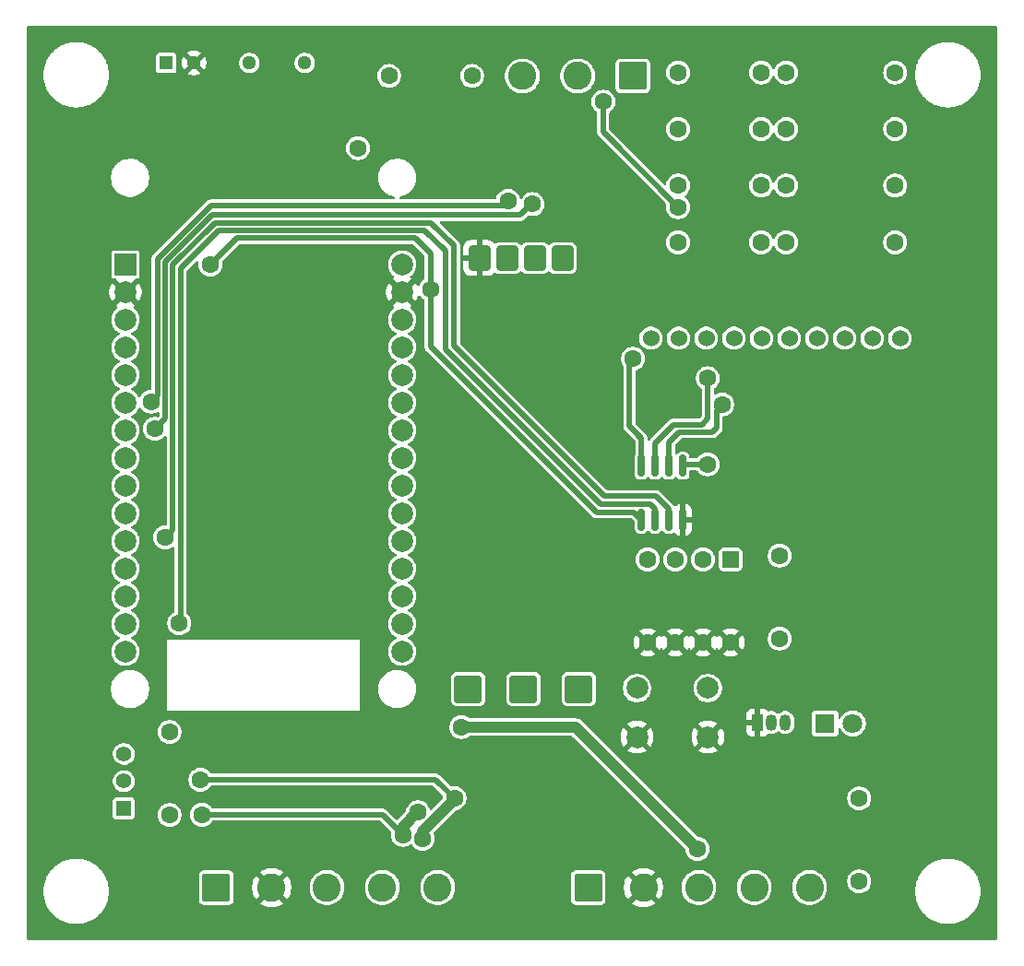
<source format=gbr>
%TF.GenerationSoftware,KiCad,Pcbnew,9.0.3*%
%TF.CreationDate,2026-01-26T07:39:13-05:00*%
%TF.ProjectId,SLAVE_TEMP,534c4156-455f-4544-954d-502e6b696361,rev?*%
%TF.SameCoordinates,Original*%
%TF.FileFunction,Copper,L1,Top*%
%TF.FilePolarity,Positive*%
%FSLAX46Y46*%
G04 Gerber Fmt 4.6, Leading zero omitted, Abs format (unit mm)*
G04 Created by KiCad (PCBNEW 9.0.3) date 2026-01-26 07:39:13*
%MOMM*%
%LPD*%
G01*
G04 APERTURE LIST*
G04 Aperture macros list*
%AMRoundRect*
0 Rectangle with rounded corners*
0 $1 Rounding radius*
0 $2 $3 $4 $5 $6 $7 $8 $9 X,Y pos of 4 corners*
0 Add a 4 corners polygon primitive as box body*
4,1,4,$2,$3,$4,$5,$6,$7,$8,$9,$2,$3,0*
0 Add four circle primitives for the rounded corners*
1,1,$1+$1,$2,$3*
1,1,$1+$1,$4,$5*
1,1,$1+$1,$6,$7*
1,1,$1+$1,$8,$9*
0 Add four rect primitives between the rounded corners*
20,1,$1+$1,$2,$3,$4,$5,0*
20,1,$1+$1,$4,$5,$6,$7,0*
20,1,$1+$1,$6,$7,$8,$9,0*
20,1,$1+$1,$8,$9,$2,$3,0*%
G04 Aperture macros list end*
%TA.AperFunction,ComponentPad*%
%ADD10C,1.524000*%
%TD*%
%TA.AperFunction,ComponentPad*%
%ADD11R,1.050000X1.500000*%
%TD*%
%TA.AperFunction,ComponentPad*%
%ADD12O,1.050000X1.500000*%
%TD*%
%TA.AperFunction,ComponentPad*%
%ADD13C,1.600000*%
%TD*%
%TA.AperFunction,SMDPad,CuDef*%
%ADD14RoundRect,0.150000X0.150000X-0.825000X0.150000X0.825000X-0.150000X0.825000X-0.150000X-0.825000X0*%
%TD*%
%TA.AperFunction,ComponentPad*%
%ADD15R,1.288000X1.288000*%
%TD*%
%TA.AperFunction,ComponentPad*%
%ADD16C,1.288000*%
%TD*%
%TA.AperFunction,ComponentPad*%
%ADD17RoundRect,0.250000X-0.750000X0.900000X-0.750000X-0.900000X0.750000X-0.900000X0.750000X0.900000X0*%
%TD*%
%TA.AperFunction,ComponentPad*%
%ADD18RoundRect,0.250000X-1.020000X1.020000X-1.020000X-1.020000X1.020000X-1.020000X1.020000X1.020000X0*%
%TD*%
%TA.AperFunction,ComponentPad*%
%ADD19R,1.800000X1.800000*%
%TD*%
%TA.AperFunction,ComponentPad*%
%ADD20C,1.800000*%
%TD*%
%TA.AperFunction,ComponentPad*%
%ADD21C,2.000000*%
%TD*%
%TA.AperFunction,ComponentPad*%
%ADD22RoundRect,0.250000X-1.050000X-1.050000X1.050000X-1.050000X1.050000X1.050000X-1.050000X1.050000X0*%
%TD*%
%TA.AperFunction,ComponentPad*%
%ADD23C,2.600000*%
%TD*%
%TA.AperFunction,ComponentPad*%
%ADD24RoundRect,0.250000X1.050000X1.050000X-1.050000X1.050000X-1.050000X-1.050000X1.050000X-1.050000X0*%
%TD*%
%TA.AperFunction,ComponentPad*%
%ADD25RoundRect,0.250000X-0.550000X0.550000X-0.550000X-0.550000X0.550000X-0.550000X0.550000X0.550000X0*%
%TD*%
%TA.AperFunction,ComponentPad*%
%ADD26R,2.000000X2.000000*%
%TD*%
%TA.AperFunction,ComponentPad*%
%ADD27R,1.408000X1.408000*%
%TD*%
%TA.AperFunction,ComponentPad*%
%ADD28C,1.408000*%
%TD*%
%TA.AperFunction,ViaPad*%
%ADD29C,1.600000*%
%TD*%
%TA.AperFunction,Conductor*%
%ADD30C,1.000000*%
%TD*%
%TA.AperFunction,Conductor*%
%ADD31C,0.500000*%
%TD*%
G04 APERTURE END LIST*
D10*
%TO.P,U4,1,ADDR*%
%TO.N,unconnected-(U4-ADDR-Pad1)*%
X141130000Y-77200000D03*
%TO.P,U4,2,ALERT*%
%TO.N,ALE_H*%
X143670000Y-77200000D03*
%TO.P,U4,3,GND*%
%TO.N,GND_ISO*%
X133510000Y-77200000D03*
%TO.P,U4,4,AIN0*%
%TO.N,SIGNAL_OUT1*%
X146210000Y-77200000D03*
%TO.P,U4,5,AIN1*%
%TO.N,SIGNAL_OUT2*%
X148750000Y-77200000D03*
%TO.P,U4,6,AIN2*%
%TO.N,SIGNAL_OUT3*%
X151290000Y-77200000D03*
%TO.P,U4,7,AIN3*%
%TO.N,SIGNAL_OUT4*%
X153830000Y-77200000D03*
%TO.P,U4,8,VDD*%
%TO.N,5V_ISO*%
X130970000Y-77200000D03*
%TO.P,U4,9,SDA*%
%TO.N,SDA_H*%
X138590000Y-77200000D03*
%TO.P,U4,10,SCL*%
%TO.N,SCL_H*%
X136050000Y-77200000D03*
%TD*%
D11*
%TO.P,Q1,1,E*%
%TO.N,GND*%
X140760000Y-112510000D03*
D12*
%TO.P,Q1,2,B*%
%TO.N,Net-(Q1-B)*%
X142030000Y-112510000D03*
%TO.P,Q1,3,C*%
%TO.N,Net-(D7-K)*%
X143300000Y-112510000D03*
%TD*%
D13*
%TO.P,C1,1*%
%TO.N,GND_ISO*%
X153400000Y-63200000D03*
%TO.P,C1,2*%
%TO.N,SIGNAL_OUT2*%
X143400000Y-63200000D03*
%TD*%
D14*
%TO.P,U1,1,VDD1*%
%TO.N,3V3*%
X130095000Y-93875000D03*
%TO.P,U1,2,VOA*%
%TO.N,SCL*%
X131365000Y-93875000D03*
%TO.P,U1,3,VIB*%
%TO.N,SDA*%
X132635000Y-93875000D03*
%TO.P,U1,4,GND1*%
%TO.N,GND*%
X133905000Y-93875000D03*
%TO.P,U1,5,GND2*%
%TO.N,GND_ISO*%
X133905000Y-88925000D03*
%TO.P,U1,6,VOB*%
%TO.N,SDA_H*%
X132635000Y-88925000D03*
%TO.P,U1,7,VIA*%
%TO.N,SCL_H*%
X131365000Y-88925000D03*
%TO.P,U1,8,VDD2*%
%TO.N,5V_ISO*%
X130095000Y-88925000D03*
%TD*%
D13*
%TO.P,R3,1*%
%TO.N,5V_ISO*%
X133480000Y-68400000D03*
%TO.P,R3,2*%
%TO.N,SIGNAL_OUT1*%
X141100000Y-68400000D03*
%TD*%
D15*
%TO.P,PS1,1,+VIN(VCC)*%
%TO.N,5V*%
X86500000Y-51927000D03*
D16*
%TO.P,PS1,2,-VIN(GND)*%
%TO.N,GND*%
X89040000Y-51927000D03*
%TO.P,PS1,4,-VOUT*%
%TO.N,GND_ISO*%
X94120000Y-51927000D03*
%TO.P,PS1,6,+VOUT*%
%TO.N,5V_ISO*%
X99200000Y-51927000D03*
%TD*%
D13*
%TO.P,R1,1*%
%TO.N,Net-(R1-Pad1)*%
X86800000Y-113390000D03*
%TO.P,R1,2*%
%TO.N,485-*%
X86800000Y-121010000D03*
%TD*%
D17*
%TO.P,U10,1,VCC*%
%TO.N,3V3*%
X122850000Y-69850000D03*
%TO.P,U10,2,TXD*%
%TO.N,TX*%
X120310000Y-69850000D03*
%TO.P,U10,3,RXD*%
%TO.N,RX*%
X117770000Y-69850000D03*
%TO.P,U10,4,GND*%
%TO.N,GND*%
X115230000Y-69850000D03*
D18*
%TO.P,U10,5,A*%
%TO.N,485+*%
X124350000Y-109450000D03*
%TO.P,U10,6,B*%
%TO.N,485-*%
X119270000Y-109450000D03*
%TO.P,U10,7,GND*%
%TO.N,GND_T*%
X114190000Y-109450000D03*
%TD*%
D13*
%TO.P,Rref1,1*%
%TO.N,GND_ISO*%
X106940000Y-53127500D03*
%TO.P,Rref1,2*%
%TO.N,SIGNAL_4*%
X114560000Y-53127500D03*
%TD*%
D19*
%TO.P,D7,1,K*%
%TO.N,Net-(D7-K)*%
X146960000Y-112600000D03*
D20*
%TO.P,D7,2,A*%
%TO.N,Net-(D7-A)*%
X149500000Y-112600000D03*
%TD*%
D13*
%TO.P,R52,1*%
%TO.N,Net-(Q1-B)*%
X142800000Y-104800000D03*
%TO.P,R52,2*%
%TO.N,LED*%
X142800000Y-97180000D03*
%TD*%
%TO.P,R51,1*%
%TO.N,5V*%
X150100000Y-127110000D03*
%TO.P,R51,2*%
%TO.N,Net-(D7-A)*%
X150100000Y-119490000D03*
%TD*%
%TO.P,R8,1*%
%TO.N,GND_ISO*%
X133480000Y-58000000D03*
%TO.P,R8,2*%
%TO.N,SIGNAL_OUT3*%
X141100000Y-58000000D03*
%TD*%
%TO.P,C4,1*%
%TO.N,GND_ISO*%
X153400000Y-52800000D03*
%TO.P,C4,2*%
%TO.N,SIGNAL_OUT4*%
X143400000Y-52800000D03*
%TD*%
%TO.P,C3,1*%
%TO.N,GND_ISO*%
X153400000Y-68400000D03*
%TO.P,C3,2*%
%TO.N,SIGNAL_OUT1*%
X143400000Y-68400000D03*
%TD*%
D21*
%TO.P,SW2,1,1*%
%TO.N,BUTTOM*%
X129700000Y-109350000D03*
X136200000Y-109350000D03*
%TO.P,SW2,2,2*%
%TO.N,GND*%
X129700000Y-113850000D03*
X136200000Y-113850000D03*
%TD*%
D22*
%TO.P,MODBUS_OUT,1,Pin_1*%
%TO.N,5V*%
X91090000Y-127672500D03*
D23*
%TO.P,MODBUS_OUT,2,Pin_2*%
%TO.N,GND*%
X96170000Y-127672500D03*
%TO.P,MODBUS_OUT,3,Pin_3*%
%TO.N,GND_T*%
X101250000Y-127672500D03*
%TO.P,MODBUS_OUT,4,Pin_4*%
%TO.N,485-*%
X106330000Y-127672500D03*
%TO.P,MODBUS_OUT,5,Pin_5*%
%TO.N,485+*%
X111410000Y-127672500D03*
%TD*%
D13*
%TO.P,R9,1*%
%TO.N,SIGNAL_4*%
X133480000Y-52800000D03*
%TO.P,R9,2*%
%TO.N,SIGNAL_OUT4*%
X141100000Y-52800000D03*
%TD*%
%TO.P,C2,1*%
%TO.N,GND_ISO*%
X153400000Y-58000000D03*
%TO.P,C2,2*%
%TO.N,SIGNAL_OUT3*%
X143400000Y-58000000D03*
%TD*%
D24*
%TO.P,PTC_IN,1,Pin_1*%
%TO.N,5V_ISO*%
X129335000Y-53127500D03*
D23*
%TO.P,PTC_IN,2,Pin_2*%
%TO.N,SIGNAL_2*%
X124255000Y-53127500D03*
%TO.P,PTC_IN,3,Pin_3*%
%TO.N,SIGNAL_4*%
X119175000Y-53127500D03*
%TD*%
D25*
%TO.P,SW1,1*%
%TO.N,DIP_1*%
X138297500Y-97532500D03*
D13*
%TO.P,SW1,2*%
%TO.N,DIP_2*%
X135757500Y-97532500D03*
%TO.P,SW1,3*%
%TO.N,DIP_3*%
X133217500Y-97532500D03*
%TO.P,SW1,4*%
%TO.N,DIP_4*%
X130677500Y-97532500D03*
%TO.P,SW1,5*%
%TO.N,GND*%
X130677500Y-105152500D03*
%TO.P,SW1,6*%
X133217500Y-105152500D03*
%TO.P,SW1,7*%
X135757500Y-105152500D03*
%TO.P,SW1,8*%
X138297500Y-105152500D03*
%TD*%
D26*
%TO.P,U3,1,3V3*%
%TO.N,3V3*%
X82750000Y-70435000D03*
D21*
%TO.P,U3,2,GND*%
%TO.N,GND*%
X82750000Y-72975000D03*
%TO.P,U3,3,D15*%
%TO.N,unconnected-(U3-D15-Pad3)*%
X82750000Y-75515000D03*
%TO.P,U3,4,D2*%
%TO.N,unconnected-(U3-D2-Pad4)*%
X82750000Y-78055000D03*
%TO.P,U3,5,D4*%
%TO.N,unconnected-(U3-D4-Pad5)*%
X82750000Y-80595000D03*
%TO.P,U3,6,RX2*%
%TO.N,RX*%
X82750000Y-83135000D03*
%TO.P,U3,7,TX2*%
%TO.N,TX*%
X82750000Y-85675000D03*
%TO.P,U3,8,D5*%
%TO.N,unconnected-(U3-D5-Pad8)*%
X82750000Y-88215000D03*
%TO.P,U3,9,D18*%
%TO.N,unconnected-(U3-D18-Pad9)*%
X82750000Y-90755000D03*
%TO.P,U3,10,D19*%
%TO.N,unconnected-(U3-D19-Pad10)*%
X82750000Y-93295000D03*
%TO.P,U3,11,D21*%
%TO.N,SDA*%
X82750000Y-95835000D03*
%TO.P,U3,12,RX0*%
%TO.N,unconnected-(U3-RX0-Pad12)*%
X82750000Y-98375000D03*
%TO.P,U3,13,TX0*%
%TO.N,unconnected-(U3-TX0-Pad13)*%
X82750000Y-100915000D03*
%TO.P,U3,14,D22*%
%TO.N,SCL*%
X82750000Y-103455000D03*
%TO.P,U3,15,D23*%
%TO.N,unconnected-(U3-D23-Pad15)*%
X82750000Y-105995000D03*
%TO.P,U3,16,EN*%
%TO.N,unconnected-(U3-EN-Pad16)*%
X108150000Y-105995000D03*
%TO.P,U3,17,VP*%
%TO.N,unconnected-(U3-VP-Pad17)*%
X108150000Y-103455000D03*
%TO.P,U3,18,VN*%
%TO.N,unconnected-(U3-VN-Pad18)*%
X108150000Y-100915000D03*
%TO.P,U3,19,D34*%
%TO.N,unconnected-(U3-D34-Pad19)*%
X108150000Y-98375000D03*
%TO.P,U3,20,D35*%
%TO.N,unconnected-(U3-D35-Pad20)*%
X108150000Y-95835000D03*
%TO.P,U3,21,D32*%
%TO.N,BUTTOM*%
X108150000Y-93295000D03*
%TO.P,U3,22,D33*%
%TO.N,LED*%
X108150000Y-90755000D03*
%TO.P,U3,23,D25*%
%TO.N,DIP_4*%
X108150000Y-88215000D03*
%TO.P,U3,24,D26*%
%TO.N,DIP_3*%
X108150000Y-85675000D03*
%TO.P,U3,25,D27*%
%TO.N,DIP_2*%
X108150000Y-83135000D03*
%TO.P,U3,26,D14*%
%TO.N,DIP_1*%
X108150000Y-80595000D03*
%TO.P,U3,27,D12*%
%TO.N,unconnected-(U3-D12-Pad27)*%
X108150000Y-78055000D03*
%TO.P,U3,28,D13*%
%TO.N,ALE*%
X108150000Y-75515000D03*
%TO.P,U3,29,GND*%
%TO.N,GND*%
X108150000Y-72975000D03*
%TO.P,U3,30,VIN*%
%TO.N,5V*%
X108150000Y-70435000D03*
%TD*%
D22*
%TO.P,MODBUS_IN,1,Pin_1*%
%TO.N,5V*%
X125220000Y-127672500D03*
D23*
%TO.P,MODBUS_IN,2,Pin_2*%
%TO.N,GND*%
X130300000Y-127672500D03*
%TO.P,MODBUS_IN,3,Pin_3*%
%TO.N,GND_T*%
X135380000Y-127672500D03*
%TO.P,MODBUS_IN,4,Pin_4*%
%TO.N,485-*%
X140460000Y-127672500D03*
%TO.P,MODBUS_IN,5,Pin_5*%
%TO.N,485+*%
X145540000Y-127672500D03*
%TD*%
D13*
%TO.P,R7,1*%
%TO.N,SIGNAL_2*%
X133480000Y-63200000D03*
%TO.P,R7,2*%
%TO.N,SIGNAL_OUT2*%
X141100000Y-63200000D03*
%TD*%
D27*
%TO.P,S1,1*%
%TO.N,unconnected-(S1-Pad1)*%
X82600000Y-120400000D03*
D28*
%TO.P,S1,2*%
%TO.N,485+*%
X82600000Y-117900000D03*
%TO.P,S1,3*%
%TO.N,Net-(R1-Pad1)*%
X82600000Y-115400000D03*
%TD*%
D29*
%TO.N,GND_T*%
X135260000Y-124140000D03*
X113590000Y-112920000D03*
%TO.N,5V_ISO*%
X129335000Y-79100000D03*
%TO.N,GND_ISO*%
X136200000Y-88800000D03*
%TO.N,485+*%
X89640000Y-117770000D03*
X110030000Y-123180000D03*
X112940000Y-119470000D03*
%TO.N,485-*%
X109603984Y-120770000D03*
X89760000Y-120980000D03*
X108200000Y-122820000D03*
%TO.N,SDA_H*%
X137500000Y-83300000D03*
%TO.N,TX*%
X120100000Y-64900000D03*
X85450000Y-85540000D03*
%TO.N,3V3*%
X110750000Y-72740000D03*
X90550000Y-70440000D03*
%TO.N,5V*%
X104100000Y-59740000D03*
%TO.N,SDA*%
X86400000Y-95500000D03*
%TO.N,RX*%
X117850000Y-64600000D03*
X85100000Y-83040000D03*
%TO.N,SCL_H*%
X136200000Y-80900000D03*
%TO.N,SCL*%
X87700000Y-103400000D03*
%TO.N,SIGNAL_2*%
X126600000Y-55500000D03*
X133480000Y-65170000D03*
%TD*%
D30*
%TO.N,GND_T*%
X135330000Y-124210000D02*
X135260000Y-124140000D01*
X135260000Y-124140000D02*
X124040000Y-112920000D01*
X124040000Y-112920000D02*
X113590000Y-112920000D01*
D31*
%TO.N,5V_ISO*%
X130095000Y-86395000D02*
X130095000Y-88925000D01*
X129000000Y-79435000D02*
X129000000Y-84900000D01*
X129000000Y-84900000D02*
X129000000Y-85300000D01*
X129000000Y-85300000D02*
X130095000Y-86395000D01*
X129000000Y-85300000D02*
X130025000Y-86325000D01*
X129335000Y-79100000D02*
X129000000Y-79435000D01*
%TO.N,GND_ISO*%
X134030000Y-88800000D02*
X133905000Y-88925000D01*
X136200000Y-88800000D02*
X134030000Y-88800000D01*
D30*
%TO.N,485+*%
X110030000Y-122480000D02*
X110030000Y-123180000D01*
X112940000Y-119570000D02*
X110030000Y-122480000D01*
D31*
X111240000Y-117770000D02*
X89640000Y-117770000D01*
X112940000Y-119470000D02*
X111240000Y-117770000D01*
D30*
X112940000Y-119470000D02*
X112940000Y-119570000D01*
D31*
%TO.N,485-*%
X108200000Y-122820000D02*
X106360000Y-120980000D01*
D30*
X108200000Y-122820000D02*
X108200000Y-122117968D01*
X109547968Y-120770000D02*
X109603984Y-120770000D01*
X108200000Y-122117968D02*
X109547968Y-120770000D01*
D31*
X106360000Y-120980000D02*
X89760000Y-120980000D01*
%TO.N,SDA_H*%
X136600000Y-85842500D02*
X133557500Y-85842500D01*
X132635000Y-86765000D02*
X132635000Y-88925000D01*
X133557500Y-85842500D02*
X132635000Y-86765000D01*
X137000000Y-83800000D02*
X137000000Y-85442500D01*
X137500000Y-83300000D02*
X137000000Y-83800000D01*
X137000000Y-85442500D02*
X136600000Y-85842500D01*
%TO.N,TX*%
X86400000Y-84590000D02*
X86400000Y-70189950D01*
X92119737Y-65899000D02*
X110230263Y-65898999D01*
X120000000Y-64900000D02*
X120100000Y-64900000D01*
X92118736Y-65900000D02*
X92119737Y-65899000D01*
X110230263Y-65898999D02*
X110231264Y-65900000D01*
X85450000Y-85540000D02*
X86400000Y-84590000D01*
X86400000Y-70189950D02*
X90689951Y-65900000D01*
X119000000Y-65900000D02*
X120000000Y-64900000D01*
X90689951Y-65900000D02*
X92118736Y-65900000D01*
X110231264Y-65900000D02*
X119000000Y-65900000D01*
%TO.N,3V3*%
X126000000Y-93200000D02*
X110750000Y-77950000D01*
X92990000Y-68000000D02*
X109360000Y-68000000D01*
X90550000Y-70440000D02*
X92990000Y-68000000D01*
X109360000Y-68000000D02*
X110750000Y-69390000D01*
X129420000Y-93200000D02*
X126000000Y-93200000D01*
X110750000Y-69390000D02*
X110750000Y-72740000D01*
X110750000Y-77950000D02*
X110750000Y-72740000D01*
X130095000Y-93875000D02*
X129420000Y-93200000D01*
%TO.N,5V*%
X104300000Y-59540000D02*
X104100000Y-59740000D01*
%TO.N,SDA*%
X87100000Y-70479900D02*
X87100000Y-94800000D01*
X112900000Y-68700000D02*
X110800000Y-66600000D01*
X132635000Y-92900001D02*
X131434999Y-91700000D01*
X126694975Y-91700000D02*
X112900000Y-77905025D01*
X112900000Y-77905025D02*
X112900000Y-68700000D01*
X87100000Y-94800000D02*
X86400000Y-95500000D01*
X131434999Y-91700000D02*
X126694975Y-91700000D01*
X90979900Y-66600000D02*
X87100000Y-70479900D01*
X132635000Y-93875000D02*
X132635000Y-92900001D01*
X110800000Y-66600000D02*
X90979900Y-66600000D01*
X82650000Y-95725000D02*
X82805000Y-95570000D01*
%TO.N,RX*%
X85100000Y-83040000D02*
X85700000Y-82440000D01*
X85700000Y-82440000D02*
X85700000Y-69900000D01*
X85700000Y-69900000D02*
X90600000Y-65000000D01*
X117450000Y-65000000D02*
X117850000Y-64600000D01*
X90600000Y-65000000D02*
X117450000Y-65000000D01*
X85100000Y-83040000D02*
X85328000Y-83040000D01*
%TO.N,SCL_H*%
X131365000Y-86835000D02*
X133057500Y-85142500D01*
X133057500Y-85142500D02*
X135657500Y-85142500D01*
X136200000Y-84600000D02*
X136200000Y-80900000D01*
X135657500Y-85142500D02*
X136200000Y-84600000D01*
X131365000Y-88925000D02*
X131365000Y-86835000D01*
%TO.N,SCL*%
X87800000Y-70820000D02*
X87800000Y-103300000D01*
X112100000Y-69200000D02*
X110200000Y-67300000D01*
X87800000Y-103300000D02*
X87700000Y-103400000D01*
X110200000Y-67300000D02*
X91320000Y-67300000D01*
X126349000Y-92449000D02*
X112100000Y-78200000D01*
X91320000Y-67300000D02*
X87800000Y-70820000D01*
X131365000Y-93875000D02*
X131365000Y-92900001D01*
X131365000Y-92900001D02*
X130913999Y-92449000D01*
X112100000Y-78200000D02*
X112100000Y-69200000D01*
X130913999Y-92449000D02*
X126349000Y-92449000D01*
%TO.N,SIGNAL_2*%
X133480000Y-65170000D02*
X126600000Y-58290000D01*
X126600000Y-58290000D02*
X126600000Y-55500000D01*
%TD*%
%TA.AperFunction,Conductor*%
%TO.N,GND*%
G36*
X162667539Y-48535185D02*
G01*
X162713294Y-48587989D01*
X162724500Y-48639500D01*
X162724500Y-132390500D01*
X162704815Y-132457539D01*
X162652011Y-132503294D01*
X162600500Y-132514500D01*
X73849500Y-132514500D01*
X73782461Y-132494815D01*
X73736706Y-132442011D01*
X73725500Y-132390500D01*
X73725500Y-128015000D01*
X75224999Y-128015000D01*
X75225233Y-128051231D01*
X75225497Y-128092257D01*
X75233451Y-128246565D01*
X75233452Y-128246573D01*
X75233452Y-128246582D01*
X75249338Y-128400260D01*
X75273119Y-128552945D01*
X75273120Y-128552952D01*
X75304717Y-128704154D01*
X75344072Y-128853593D01*
X75391063Y-129000795D01*
X75445566Y-129145371D01*
X75472440Y-129206861D01*
X75507443Y-129286954D01*
X75553559Y-129379219D01*
X75576532Y-129425181D01*
X75652622Y-129559623D01*
X75652628Y-129559632D01*
X75735557Y-129690010D01*
X75735565Y-129690023D01*
X75825085Y-129815942D01*
X75920978Y-129937100D01*
X76022959Y-130053136D01*
X76022969Y-130053147D01*
X76022979Y-130053158D01*
X76022988Y-130053167D01*
X76130784Y-130163777D01*
X76130800Y-130163792D01*
X76130820Y-130163813D01*
X76244214Y-130268768D01*
X76244227Y-130268779D01*
X76362872Y-130367758D01*
X76486440Y-130460485D01*
X76486449Y-130460491D01*
X76614644Y-130546746D01*
X76720235Y-130610151D01*
X76747104Y-130626285D01*
X76747125Y-130626297D01*
X76883471Y-130698893D01*
X76883490Y-130698903D01*
X76883496Y-130698906D01*
X77023439Y-130764407D01*
X77023451Y-130764412D01*
X77023458Y-130764415D01*
X77132177Y-130808629D01*
X77166568Y-130822616D01*
X77312504Y-130873380D01*
X77460860Y-130916564D01*
X77611242Y-130952054D01*
X77763252Y-130979755D01*
X77916486Y-130999594D01*
X77916485Y-130999594D01*
X77938493Y-131001297D01*
X78070538Y-131011519D01*
X78225000Y-131015498D01*
X78379462Y-131011519D01*
X78533514Y-130999594D01*
X78686748Y-130979755D01*
X78838758Y-130952054D01*
X78989140Y-130916564D01*
X79137496Y-130873380D01*
X79283432Y-130822616D01*
X79426561Y-130764407D01*
X79566504Y-130698906D01*
X79702889Y-130626289D01*
X79835356Y-130546746D01*
X79963552Y-130460490D01*
X79963559Y-130460485D01*
X80087127Y-130367758D01*
X80087137Y-130367750D01*
X80205785Y-130268769D01*
X80319180Y-130163813D01*
X80427021Y-130053158D01*
X80529023Y-129937098D01*
X80624916Y-129815941D01*
X80714444Y-129690009D01*
X80797370Y-129559635D01*
X80797377Y-129559623D01*
X80873467Y-129425181D01*
X80873471Y-129425171D01*
X80873476Y-129425164D01*
X80942557Y-129286954D01*
X81004433Y-129145371D01*
X81058938Y-129000791D01*
X81105927Y-128853596D01*
X81145277Y-128704177D01*
X81176883Y-128552931D01*
X81200661Y-128400259D01*
X81216549Y-128246565D01*
X81224503Y-128092257D01*
X81224503Y-127937743D01*
X81216549Y-127783435D01*
X81200661Y-127629741D01*
X81176883Y-127477069D01*
X81176880Y-127477054D01*
X81176879Y-127477047D01*
X81145282Y-127325845D01*
X81145280Y-127325837D01*
X81145277Y-127325823D01*
X81105927Y-127176404D01*
X81058938Y-127029209D01*
X81004433Y-126884629D01*
X80990305Y-126852302D01*
X80942558Y-126743048D01*
X80886619Y-126631130D01*
X80886618Y-126631129D01*
X80873471Y-126604826D01*
X80859080Y-126579398D01*
X89489500Y-126579398D01*
X89489500Y-128765602D01*
X89495126Y-128812454D01*
X89500122Y-128854061D01*
X89555639Y-128994843D01*
X89647077Y-129115422D01*
X89767656Y-129206860D01*
X89767657Y-129206860D01*
X89767658Y-129206861D01*
X89908436Y-129262377D01*
X89996898Y-129273000D01*
X89996903Y-129273000D01*
X92183097Y-129273000D01*
X92183102Y-129273000D01*
X92271564Y-129262377D01*
X92412342Y-129206861D01*
X92532922Y-129115422D01*
X92624361Y-128994842D01*
X92679877Y-128854064D01*
X92690500Y-128765602D01*
X92690500Y-127554514D01*
X94370000Y-127554514D01*
X94370000Y-127790485D01*
X94400799Y-128024414D01*
X94461870Y-128252337D01*
X94552160Y-128470319D01*
X94552165Y-128470328D01*
X94670144Y-128674671D01*
X94670145Y-128674672D01*
X94732721Y-128756223D01*
X95568958Y-127919987D01*
X95593978Y-127980390D01*
X95665112Y-128086851D01*
X95755649Y-128177388D01*
X95862110Y-128248522D01*
X95922511Y-128273541D01*
X95086275Y-129109777D01*
X95167827Y-129172354D01*
X95167828Y-129172355D01*
X95372171Y-129290334D01*
X95372180Y-129290339D01*
X95590163Y-129380629D01*
X95590161Y-129380629D01*
X95818085Y-129441700D01*
X96052014Y-129472499D01*
X96052029Y-129472500D01*
X96287971Y-129472500D01*
X96287985Y-129472499D01*
X96521914Y-129441700D01*
X96749837Y-129380629D01*
X96967819Y-129290339D01*
X96967828Y-129290334D01*
X97172181Y-129172350D01*
X97253723Y-129109779D01*
X97253723Y-129109776D01*
X96417487Y-128273541D01*
X96477890Y-128248522D01*
X96584351Y-128177388D01*
X96674888Y-128086851D01*
X96746022Y-127980390D01*
X96771041Y-127919988D01*
X97607276Y-128756223D01*
X97607279Y-128756223D01*
X97669850Y-128674681D01*
X97787834Y-128470328D01*
X97787839Y-128470319D01*
X97878129Y-128252337D01*
X97939200Y-128024414D01*
X97969999Y-127790485D01*
X97970000Y-127790471D01*
X97970000Y-127554528D01*
X97969999Y-127554519D01*
X97968948Y-127546538D01*
X99649500Y-127546538D01*
X99649500Y-127798461D01*
X99688910Y-128047285D01*
X99766760Y-128286883D01*
X99881132Y-128511348D01*
X100029201Y-128715149D01*
X100029205Y-128715154D01*
X100207345Y-128893294D01*
X100207350Y-128893298D01*
X100347116Y-128994843D01*
X100411155Y-129041370D01*
X100554184Y-129114247D01*
X100635616Y-129155739D01*
X100635618Y-129155739D01*
X100635621Y-129155741D01*
X100875215Y-129233590D01*
X101124038Y-129273000D01*
X101124039Y-129273000D01*
X101375961Y-129273000D01*
X101375962Y-129273000D01*
X101624785Y-129233590D01*
X101864379Y-129155741D01*
X102088845Y-129041370D01*
X102292656Y-128893293D01*
X102470793Y-128715156D01*
X102618870Y-128511345D01*
X102733241Y-128286879D01*
X102811090Y-128047285D01*
X102850500Y-127798462D01*
X102850500Y-127546538D01*
X104729500Y-127546538D01*
X104729500Y-127798461D01*
X104768910Y-128047285D01*
X104846760Y-128286883D01*
X104961132Y-128511348D01*
X105109201Y-128715149D01*
X105109205Y-128715154D01*
X105287345Y-128893294D01*
X105287350Y-128893298D01*
X105427116Y-128994843D01*
X105491155Y-129041370D01*
X105634184Y-129114247D01*
X105715616Y-129155739D01*
X105715618Y-129155739D01*
X105715621Y-129155741D01*
X105955215Y-129233590D01*
X106204038Y-129273000D01*
X106204039Y-129273000D01*
X106455961Y-129273000D01*
X106455962Y-129273000D01*
X106704785Y-129233590D01*
X106944379Y-129155741D01*
X107168845Y-129041370D01*
X107372656Y-128893293D01*
X107550793Y-128715156D01*
X107698870Y-128511345D01*
X107813241Y-128286879D01*
X107891090Y-128047285D01*
X107930500Y-127798462D01*
X107930500Y-127546538D01*
X109809500Y-127546538D01*
X109809500Y-127798461D01*
X109848910Y-128047285D01*
X109926760Y-128286883D01*
X110041132Y-128511348D01*
X110189201Y-128715149D01*
X110189205Y-128715154D01*
X110367345Y-128893294D01*
X110367350Y-128893298D01*
X110507116Y-128994843D01*
X110571155Y-129041370D01*
X110714184Y-129114247D01*
X110795616Y-129155739D01*
X110795618Y-129155739D01*
X110795621Y-129155741D01*
X111035215Y-129233590D01*
X111284038Y-129273000D01*
X111284039Y-129273000D01*
X111535961Y-129273000D01*
X111535962Y-129273000D01*
X111784785Y-129233590D01*
X112024379Y-129155741D01*
X112248845Y-129041370D01*
X112452656Y-128893293D01*
X112630793Y-128715156D01*
X112778870Y-128511345D01*
X112893241Y-128286879D01*
X112971090Y-128047285D01*
X113010500Y-127798462D01*
X113010500Y-127546538D01*
X112971090Y-127297715D01*
X112893241Y-127058121D01*
X112893239Y-127058117D01*
X112893239Y-127058116D01*
X112851747Y-126976684D01*
X112778870Y-126833655D01*
X112713047Y-126743057D01*
X112644404Y-126648577D01*
X112644403Y-126648576D01*
X112630796Y-126629847D01*
X112580347Y-126579398D01*
X123619500Y-126579398D01*
X123619500Y-128765602D01*
X123625126Y-128812454D01*
X123630122Y-128854061D01*
X123685639Y-128994843D01*
X123777077Y-129115422D01*
X123897656Y-129206860D01*
X123897657Y-129206860D01*
X123897658Y-129206861D01*
X124038436Y-129262377D01*
X124126898Y-129273000D01*
X124126903Y-129273000D01*
X126313097Y-129273000D01*
X126313102Y-129273000D01*
X126401564Y-129262377D01*
X126542342Y-129206861D01*
X126662922Y-129115422D01*
X126754361Y-128994842D01*
X126809877Y-128854064D01*
X126820500Y-128765602D01*
X126820500Y-127554514D01*
X128500000Y-127554514D01*
X128500000Y-127790485D01*
X128530799Y-128024414D01*
X128591870Y-128252337D01*
X128682160Y-128470319D01*
X128682165Y-128470328D01*
X128800144Y-128674671D01*
X128800145Y-128674672D01*
X128862721Y-128756223D01*
X129698958Y-127919987D01*
X129723978Y-127980390D01*
X129795112Y-128086851D01*
X129885649Y-128177388D01*
X129992110Y-128248522D01*
X130052511Y-128273541D01*
X129216275Y-129109777D01*
X129297827Y-129172354D01*
X129297828Y-129172355D01*
X129502171Y-129290334D01*
X129502180Y-129290339D01*
X129720163Y-129380629D01*
X129720161Y-129380629D01*
X129948085Y-129441700D01*
X130182014Y-129472499D01*
X130182029Y-129472500D01*
X130417971Y-129472500D01*
X130417985Y-129472499D01*
X130651914Y-129441700D01*
X130879837Y-129380629D01*
X131097819Y-129290339D01*
X131097828Y-129290334D01*
X131302181Y-129172350D01*
X131383723Y-129109779D01*
X131383723Y-129109776D01*
X130547487Y-128273541D01*
X130607890Y-128248522D01*
X130714351Y-128177388D01*
X130804888Y-128086851D01*
X130876022Y-127980390D01*
X130901041Y-127919988D01*
X131737276Y-128756223D01*
X131737279Y-128756223D01*
X131799850Y-128674681D01*
X131917834Y-128470328D01*
X131917839Y-128470319D01*
X132008129Y-128252337D01*
X132069200Y-128024414D01*
X132099999Y-127790485D01*
X132100000Y-127790471D01*
X132100000Y-127554528D01*
X132099999Y-127554519D01*
X132098948Y-127546538D01*
X133779500Y-127546538D01*
X133779500Y-127798461D01*
X133818910Y-128047285D01*
X133896760Y-128286883D01*
X134011132Y-128511348D01*
X134159201Y-128715149D01*
X134159205Y-128715154D01*
X134337345Y-128893294D01*
X134337350Y-128893298D01*
X134477116Y-128994843D01*
X134541155Y-129041370D01*
X134684184Y-129114247D01*
X134765616Y-129155739D01*
X134765618Y-129155739D01*
X134765621Y-129155741D01*
X135005215Y-129233590D01*
X135254038Y-129273000D01*
X135254039Y-129273000D01*
X135505961Y-129273000D01*
X135505962Y-129273000D01*
X135754785Y-129233590D01*
X135994379Y-129155741D01*
X136218845Y-129041370D01*
X136422656Y-128893293D01*
X136600793Y-128715156D01*
X136748870Y-128511345D01*
X136863241Y-128286879D01*
X136941090Y-128047285D01*
X136980500Y-127798462D01*
X136980500Y-127546538D01*
X138859500Y-127546538D01*
X138859500Y-127798461D01*
X138898910Y-128047285D01*
X138976760Y-128286883D01*
X139091132Y-128511348D01*
X139239201Y-128715149D01*
X139239205Y-128715154D01*
X139417345Y-128893294D01*
X139417350Y-128893298D01*
X139557116Y-128994843D01*
X139621155Y-129041370D01*
X139764184Y-129114247D01*
X139845616Y-129155739D01*
X139845618Y-129155739D01*
X139845621Y-129155741D01*
X140085215Y-129233590D01*
X140334038Y-129273000D01*
X140334039Y-129273000D01*
X140585961Y-129273000D01*
X140585962Y-129273000D01*
X140834785Y-129233590D01*
X141074379Y-129155741D01*
X141298845Y-129041370D01*
X141502656Y-128893293D01*
X141680793Y-128715156D01*
X141828870Y-128511345D01*
X141943241Y-128286879D01*
X142021090Y-128047285D01*
X142060500Y-127798462D01*
X142060500Y-127546538D01*
X143939500Y-127546538D01*
X143939500Y-127798461D01*
X143978910Y-128047285D01*
X144056760Y-128286883D01*
X144171132Y-128511348D01*
X144319201Y-128715149D01*
X144319205Y-128715154D01*
X144497345Y-128893294D01*
X144497350Y-128893298D01*
X144637116Y-128994843D01*
X144701155Y-129041370D01*
X144844184Y-129114247D01*
X144925616Y-129155739D01*
X144925618Y-129155739D01*
X144925621Y-129155741D01*
X145165215Y-129233590D01*
X145414038Y-129273000D01*
X145414039Y-129273000D01*
X145665961Y-129273000D01*
X145665962Y-129273000D01*
X145914785Y-129233590D01*
X146154379Y-129155741D01*
X146378845Y-129041370D01*
X146582656Y-128893293D01*
X146760793Y-128715156D01*
X146908870Y-128511345D01*
X147023241Y-128286879D01*
X147101090Y-128047285D01*
X147140500Y-127798462D01*
X147140500Y-127546538D01*
X147101090Y-127297715D01*
X147023241Y-127058121D01*
X147005544Y-127023389D01*
X148999500Y-127023389D01*
X148999500Y-127196610D01*
X149019968Y-127325845D01*
X149026598Y-127367701D01*
X149080127Y-127532445D01*
X149158768Y-127686788D01*
X149260586Y-127826928D01*
X149383072Y-127949414D01*
X149523212Y-128051232D01*
X149677555Y-128129873D01*
X149842299Y-128183402D01*
X150013389Y-128210500D01*
X150013390Y-128210500D01*
X150186610Y-128210500D01*
X150186611Y-128210500D01*
X150357701Y-128183402D01*
X150522445Y-128129873D01*
X150676788Y-128051232D01*
X150726657Y-128015000D01*
X155224999Y-128015000D01*
X155225233Y-128051231D01*
X155225497Y-128092257D01*
X155233451Y-128246565D01*
X155233452Y-128246573D01*
X155233452Y-128246582D01*
X155249338Y-128400260D01*
X155273119Y-128552945D01*
X155273120Y-128552952D01*
X155304717Y-128704154D01*
X155344072Y-128853593D01*
X155391063Y-129000795D01*
X155445566Y-129145371D01*
X155472440Y-129206861D01*
X155507443Y-129286954D01*
X155553559Y-129379219D01*
X155576532Y-129425181D01*
X155652622Y-129559623D01*
X155652628Y-129559632D01*
X155735557Y-129690010D01*
X155735565Y-129690023D01*
X155825085Y-129815942D01*
X155920978Y-129937100D01*
X156022959Y-130053136D01*
X156022969Y-130053147D01*
X156022979Y-130053158D01*
X156022988Y-130053167D01*
X156130784Y-130163777D01*
X156130800Y-130163792D01*
X156130820Y-130163813D01*
X156244214Y-130268768D01*
X156244227Y-130268779D01*
X156362872Y-130367758D01*
X156486440Y-130460485D01*
X156486449Y-130460491D01*
X156614644Y-130546746D01*
X156720235Y-130610151D01*
X156747104Y-130626285D01*
X156747125Y-130626297D01*
X156883471Y-130698893D01*
X156883490Y-130698903D01*
X156883496Y-130698906D01*
X157023439Y-130764407D01*
X157023451Y-130764412D01*
X157023458Y-130764415D01*
X157132177Y-130808629D01*
X157166568Y-130822616D01*
X157312504Y-130873380D01*
X157460860Y-130916564D01*
X157611242Y-130952054D01*
X157763252Y-130979755D01*
X157916486Y-130999594D01*
X157916485Y-130999594D01*
X157938493Y-131001297D01*
X158070538Y-131011519D01*
X158225000Y-131015498D01*
X158379462Y-131011519D01*
X158533514Y-130999594D01*
X158686748Y-130979755D01*
X158838758Y-130952054D01*
X158989140Y-130916564D01*
X159137496Y-130873380D01*
X159283432Y-130822616D01*
X159426561Y-130764407D01*
X159566504Y-130698906D01*
X159702889Y-130626289D01*
X159835356Y-130546746D01*
X159963552Y-130460490D01*
X159963559Y-130460485D01*
X160087127Y-130367758D01*
X160087137Y-130367750D01*
X160205785Y-130268769D01*
X160319180Y-130163813D01*
X160427021Y-130053158D01*
X160529023Y-129937098D01*
X160624916Y-129815941D01*
X160714444Y-129690009D01*
X160797370Y-129559635D01*
X160797377Y-129559623D01*
X160873467Y-129425181D01*
X160873471Y-129425171D01*
X160873476Y-129425164D01*
X160942557Y-129286954D01*
X161004433Y-129145371D01*
X161058938Y-129000791D01*
X161105927Y-128853596D01*
X161145277Y-128704177D01*
X161176883Y-128552931D01*
X161200661Y-128400259D01*
X161216549Y-128246565D01*
X161224503Y-128092257D01*
X161224503Y-127937743D01*
X161216549Y-127783435D01*
X161200661Y-127629741D01*
X161176883Y-127477069D01*
X161176880Y-127477054D01*
X161176879Y-127477047D01*
X161145282Y-127325845D01*
X161145280Y-127325837D01*
X161145277Y-127325823D01*
X161105927Y-127176404D01*
X161058938Y-127029209D01*
X161004433Y-126884629D01*
X160942557Y-126743046D01*
X160873476Y-126604836D01*
X160873475Y-126604835D01*
X160873467Y-126604818D01*
X160797377Y-126470376D01*
X160797371Y-126470367D01*
X160785501Y-126451705D01*
X160714444Y-126339991D01*
X160714438Y-126339982D01*
X160714434Y-126339976D01*
X160665102Y-126270586D01*
X160624916Y-126214059D01*
X160529023Y-126092902D01*
X160529021Y-126092899D01*
X160427040Y-125976863D01*
X160427031Y-125976853D01*
X160427021Y-125976842D01*
X160403056Y-125952252D01*
X160319215Y-125866222D01*
X160319199Y-125866206D01*
X160319180Y-125866187D01*
X160205785Y-125761231D01*
X160205772Y-125761220D01*
X160087127Y-125662241D01*
X159963559Y-125569514D01*
X159963550Y-125569508D01*
X159835373Y-125483265D01*
X159835357Y-125483255D01*
X159835356Y-125483254D01*
X159782560Y-125451551D01*
X159702895Y-125403714D01*
X159702874Y-125403702D01*
X159566528Y-125331106D01*
X159566509Y-125331096D01*
X159426570Y-125265597D01*
X159426541Y-125265584D01*
X159283448Y-125207390D01*
X159283439Y-125207387D01*
X159283432Y-125207384D01*
X159137496Y-125156620D01*
X159105199Y-125147219D01*
X158989145Y-125113437D01*
X158989140Y-125113436D01*
X158838758Y-125077946D01*
X158838748Y-125077944D01*
X158838739Y-125077942D01*
X158686744Y-125050244D01*
X158533506Y-125030405D01*
X158533514Y-125030405D01*
X158379455Y-125018480D01*
X158225000Y-125014503D01*
X158070544Y-125018480D01*
X157916489Y-125030405D01*
X157763255Y-125050244D01*
X157611260Y-125077942D01*
X157611246Y-125077945D01*
X157611242Y-125077946D01*
X157488571Y-125106896D01*
X157460864Y-125113435D01*
X157460854Y-125113437D01*
X157312500Y-125156621D01*
X157166551Y-125207390D01*
X157023458Y-125265584D01*
X157023429Y-125265597D01*
X156883490Y-125331096D01*
X156883471Y-125331106D01*
X156747125Y-125403702D01*
X156747104Y-125403714D01*
X156614642Y-125483255D01*
X156614626Y-125483265D01*
X156486449Y-125569508D01*
X156486440Y-125569514D01*
X156362872Y-125662241D01*
X156244227Y-125761220D01*
X156244214Y-125761231D01*
X156130815Y-125866192D01*
X156130784Y-125866222D01*
X156022988Y-125976832D01*
X156022959Y-125976863D01*
X155920978Y-126092899D01*
X155825085Y-126214057D01*
X155735565Y-126339976D01*
X155735557Y-126339989D01*
X155652628Y-126470367D01*
X155652622Y-126470376D01*
X155576532Y-126604818D01*
X155507438Y-126743057D01*
X155445566Y-126884628D01*
X155391063Y-127029204D01*
X155344072Y-127176406D01*
X155304717Y-127325845D01*
X155273120Y-127477047D01*
X155273119Y-127477054D01*
X155249338Y-127629739D01*
X155233452Y-127783417D01*
X155233452Y-127783425D01*
X155233451Y-127783435D01*
X155231209Y-127826928D01*
X155225497Y-127937742D01*
X155224999Y-128015000D01*
X150726657Y-128015000D01*
X150816928Y-127949414D01*
X150939414Y-127826928D01*
X151041232Y-127686788D01*
X151119873Y-127532445D01*
X151173402Y-127367701D01*
X151200500Y-127196611D01*
X151200500Y-127023389D01*
X151173402Y-126852299D01*
X151119873Y-126687555D01*
X151041232Y-126533212D01*
X150939414Y-126393072D01*
X150816928Y-126270586D01*
X150676788Y-126168768D01*
X150522445Y-126090127D01*
X150357701Y-126036598D01*
X150357699Y-126036597D01*
X150357698Y-126036597D01*
X150226271Y-126015781D01*
X150186611Y-126009500D01*
X150013389Y-126009500D01*
X149973728Y-126015781D01*
X149842302Y-126036597D01*
X149677552Y-126090128D01*
X149523211Y-126168768D01*
X149495007Y-126189260D01*
X149383072Y-126270586D01*
X149383070Y-126270588D01*
X149383069Y-126270588D01*
X149260588Y-126393069D01*
X149260588Y-126393070D01*
X149260586Y-126393072D01*
X149217985Y-126451707D01*
X149158768Y-126533211D01*
X149080128Y-126687552D01*
X149026597Y-126852302D01*
X148999500Y-127023389D01*
X147005544Y-127023389D01*
X146908870Y-126833655D01*
X146843047Y-126743057D01*
X146760798Y-126629850D01*
X146760794Y-126629845D01*
X146582654Y-126451705D01*
X146582649Y-126451701D01*
X146378848Y-126303632D01*
X146378847Y-126303631D01*
X146378845Y-126303630D01*
X146244583Y-126235220D01*
X146154383Y-126189260D01*
X145914785Y-126111410D01*
X145797912Y-126092899D01*
X145665962Y-126072000D01*
X145414038Y-126072000D01*
X145346974Y-126082622D01*
X145165214Y-126111410D01*
X144925616Y-126189260D01*
X144701151Y-126303632D01*
X144497350Y-126451701D01*
X144497345Y-126451705D01*
X144319205Y-126629845D01*
X144319201Y-126629850D01*
X144171132Y-126833651D01*
X144056760Y-127058116D01*
X143978910Y-127297714D01*
X143939500Y-127546538D01*
X142060500Y-127546538D01*
X142021090Y-127297715D01*
X141943241Y-127058121D01*
X141943239Y-127058117D01*
X141943239Y-127058116D01*
X141901747Y-126976684D01*
X141828870Y-126833655D01*
X141763047Y-126743057D01*
X141680798Y-126629850D01*
X141680794Y-126629845D01*
X141502654Y-126451705D01*
X141502649Y-126451701D01*
X141298848Y-126303632D01*
X141298847Y-126303631D01*
X141298845Y-126303630D01*
X141164583Y-126235220D01*
X141074383Y-126189260D01*
X140834785Y-126111410D01*
X140717912Y-126092899D01*
X140585962Y-126072000D01*
X140334038Y-126072000D01*
X140266974Y-126082622D01*
X140085214Y-126111410D01*
X139845616Y-126189260D01*
X139621151Y-126303632D01*
X139417350Y-126451701D01*
X139417345Y-126451705D01*
X139239205Y-126629845D01*
X139239201Y-126629850D01*
X139091132Y-126833651D01*
X138976760Y-127058116D01*
X138898910Y-127297714D01*
X138859500Y-127546538D01*
X136980500Y-127546538D01*
X136941090Y-127297715D01*
X136863241Y-127058121D01*
X136863239Y-127058117D01*
X136863239Y-127058116D01*
X136821747Y-126976684D01*
X136748870Y-126833655D01*
X136683047Y-126743057D01*
X136600798Y-126629850D01*
X136600794Y-126629845D01*
X136422654Y-126451705D01*
X136422649Y-126451701D01*
X136218848Y-126303632D01*
X136218847Y-126303631D01*
X136218845Y-126303630D01*
X136084583Y-126235220D01*
X135994383Y-126189260D01*
X135754785Y-126111410D01*
X135637912Y-126092899D01*
X135505962Y-126072000D01*
X135254038Y-126072000D01*
X135186974Y-126082622D01*
X135005214Y-126111410D01*
X134765616Y-126189260D01*
X134541151Y-126303632D01*
X134337350Y-126451701D01*
X134337345Y-126451705D01*
X134159205Y-126629845D01*
X134159201Y-126629850D01*
X134011132Y-126833651D01*
X133896760Y-127058116D01*
X133818910Y-127297714D01*
X133779500Y-127546538D01*
X132098948Y-127546538D01*
X132069201Y-127320585D01*
X132008129Y-127092662D01*
X131917839Y-126874680D01*
X131917834Y-126874671D01*
X131799855Y-126670328D01*
X131799854Y-126670327D01*
X131737277Y-126588775D01*
X130901041Y-127425011D01*
X130876022Y-127364610D01*
X130804888Y-127258149D01*
X130714351Y-127167612D01*
X130607890Y-127096478D01*
X130547488Y-127071458D01*
X131383723Y-126235221D01*
X131302172Y-126172645D01*
X131302171Y-126172644D01*
X131097828Y-126054665D01*
X131097819Y-126054660D01*
X130879836Y-125964370D01*
X130879838Y-125964370D01*
X130651914Y-125903299D01*
X130417985Y-125872500D01*
X130182014Y-125872500D01*
X129948085Y-125903299D01*
X129720162Y-125964370D01*
X129502180Y-126054660D01*
X129502171Y-126054665D01*
X129297828Y-126172644D01*
X129297818Y-126172650D01*
X129216275Y-126235220D01*
X129216275Y-126235221D01*
X130052512Y-127071458D01*
X129992110Y-127096478D01*
X129885649Y-127167612D01*
X129795112Y-127258149D01*
X129723978Y-127364610D01*
X129698958Y-127425012D01*
X128862721Y-126588775D01*
X128862720Y-126588775D01*
X128800150Y-126670318D01*
X128800144Y-126670328D01*
X128682165Y-126874671D01*
X128682160Y-126874680D01*
X128591870Y-127092662D01*
X128530799Y-127320585D01*
X128500000Y-127554514D01*
X126820500Y-127554514D01*
X126820500Y-126579398D01*
X126809877Y-126490936D01*
X126754361Y-126350158D01*
X126754360Y-126350157D01*
X126754360Y-126350156D01*
X126662922Y-126229577D01*
X126542343Y-126138139D01*
X126446192Y-126100222D01*
X126401564Y-126082623D01*
X126401563Y-126082622D01*
X126401561Y-126082622D01*
X126355926Y-126077142D01*
X126313102Y-126072000D01*
X124126898Y-126072000D01*
X124087853Y-126076688D01*
X124038438Y-126082622D01*
X123897656Y-126138139D01*
X123777077Y-126229577D01*
X123685639Y-126350156D01*
X123630122Y-126490938D01*
X123625046Y-126533211D01*
X123619500Y-126579398D01*
X112580347Y-126579398D01*
X112452654Y-126451705D01*
X112452649Y-126451701D01*
X112248848Y-126303632D01*
X112248847Y-126303631D01*
X112248845Y-126303630D01*
X112114583Y-126235220D01*
X112024383Y-126189260D01*
X111784785Y-126111410D01*
X111667912Y-126092899D01*
X111535962Y-126072000D01*
X111284038Y-126072000D01*
X111216974Y-126082622D01*
X111035214Y-126111410D01*
X110795616Y-126189260D01*
X110571151Y-126303632D01*
X110367350Y-126451701D01*
X110367345Y-126451705D01*
X110189205Y-126629845D01*
X110189201Y-126629850D01*
X110041132Y-126833651D01*
X109926760Y-127058116D01*
X109848910Y-127297714D01*
X109809500Y-127546538D01*
X107930500Y-127546538D01*
X107891090Y-127297715D01*
X107813241Y-127058121D01*
X107813239Y-127058117D01*
X107813239Y-127058116D01*
X107771747Y-126976684D01*
X107698870Y-126833655D01*
X107633047Y-126743057D01*
X107550798Y-126629850D01*
X107550794Y-126629845D01*
X107372654Y-126451705D01*
X107372649Y-126451701D01*
X107168848Y-126303632D01*
X107168847Y-126303631D01*
X107168845Y-126303630D01*
X107034583Y-126235220D01*
X106944383Y-126189260D01*
X106704785Y-126111410D01*
X106587912Y-126092899D01*
X106455962Y-126072000D01*
X106204038Y-126072000D01*
X106136974Y-126082622D01*
X105955214Y-126111410D01*
X105715616Y-126189260D01*
X105491151Y-126303632D01*
X105287350Y-126451701D01*
X105287345Y-126451705D01*
X105109205Y-126629845D01*
X105109201Y-126629850D01*
X104961132Y-126833651D01*
X104846760Y-127058116D01*
X104768910Y-127297714D01*
X104729500Y-127546538D01*
X102850500Y-127546538D01*
X102811090Y-127297715D01*
X102733241Y-127058121D01*
X102733239Y-127058117D01*
X102733239Y-127058116D01*
X102691747Y-126976684D01*
X102618870Y-126833655D01*
X102553047Y-126743057D01*
X102470798Y-126629850D01*
X102470794Y-126629845D01*
X102292654Y-126451705D01*
X102292649Y-126451701D01*
X102088848Y-126303632D01*
X102088847Y-126303631D01*
X102088845Y-126303630D01*
X101954583Y-126235220D01*
X101864383Y-126189260D01*
X101624785Y-126111410D01*
X101507912Y-126092899D01*
X101375962Y-126072000D01*
X101124038Y-126072000D01*
X101056974Y-126082622D01*
X100875214Y-126111410D01*
X100635616Y-126189260D01*
X100411151Y-126303632D01*
X100207350Y-126451701D01*
X100207345Y-126451705D01*
X100029205Y-126629845D01*
X100029201Y-126629850D01*
X99881132Y-126833651D01*
X99766760Y-127058116D01*
X99688910Y-127297714D01*
X99649500Y-127546538D01*
X97968948Y-127546538D01*
X97939201Y-127320585D01*
X97878129Y-127092662D01*
X97787839Y-126874680D01*
X97787834Y-126874671D01*
X97669855Y-126670328D01*
X97669854Y-126670327D01*
X97607277Y-126588775D01*
X96771041Y-127425011D01*
X96746022Y-127364610D01*
X96674888Y-127258149D01*
X96584351Y-127167612D01*
X96477890Y-127096478D01*
X96417488Y-127071458D01*
X97253723Y-126235221D01*
X97172172Y-126172645D01*
X97172171Y-126172644D01*
X96967828Y-126054665D01*
X96967819Y-126054660D01*
X96749836Y-125964370D01*
X96749838Y-125964370D01*
X96521914Y-125903299D01*
X96287985Y-125872500D01*
X96052014Y-125872500D01*
X95818085Y-125903299D01*
X95590162Y-125964370D01*
X95372180Y-126054660D01*
X95372171Y-126054665D01*
X95167828Y-126172644D01*
X95167818Y-126172650D01*
X95086275Y-126235220D01*
X95086275Y-126235221D01*
X95922512Y-127071458D01*
X95862110Y-127096478D01*
X95755649Y-127167612D01*
X95665112Y-127258149D01*
X95593978Y-127364610D01*
X95568958Y-127425011D01*
X94732721Y-126588775D01*
X94732720Y-126588775D01*
X94670150Y-126670318D01*
X94670144Y-126670328D01*
X94552165Y-126874671D01*
X94552160Y-126874680D01*
X94461870Y-127092662D01*
X94400799Y-127320585D01*
X94370000Y-127554514D01*
X92690500Y-127554514D01*
X92690500Y-126579398D01*
X92679877Y-126490936D01*
X92624361Y-126350158D01*
X92624360Y-126350157D01*
X92624360Y-126350156D01*
X92532922Y-126229577D01*
X92412343Y-126138139D01*
X92316192Y-126100222D01*
X92271564Y-126082623D01*
X92271563Y-126082622D01*
X92271561Y-126082622D01*
X92225926Y-126077142D01*
X92183102Y-126072000D01*
X89996898Y-126072000D01*
X89957853Y-126076688D01*
X89908438Y-126082622D01*
X89767656Y-126138139D01*
X89647077Y-126229577D01*
X89555639Y-126350156D01*
X89500122Y-126490938D01*
X89495046Y-126533211D01*
X89489500Y-126579398D01*
X80859080Y-126579398D01*
X80797377Y-126470376D01*
X80797371Y-126470367D01*
X80785501Y-126451705D01*
X80714444Y-126339991D01*
X80714438Y-126339982D01*
X80714434Y-126339976D01*
X80665102Y-126270586D01*
X80624916Y-126214059D01*
X80529023Y-126092902D01*
X80529021Y-126092899D01*
X80427040Y-125976863D01*
X80427031Y-125976853D01*
X80427021Y-125976842D01*
X80403056Y-125952252D01*
X80319215Y-125866222D01*
X80319199Y-125866206D01*
X80319180Y-125866187D01*
X80205785Y-125761231D01*
X80205772Y-125761220D01*
X80087127Y-125662241D01*
X79963559Y-125569514D01*
X79963550Y-125569508D01*
X79835373Y-125483265D01*
X79835357Y-125483255D01*
X79835356Y-125483254D01*
X79782560Y-125451551D01*
X79702895Y-125403714D01*
X79702874Y-125403702D01*
X79566528Y-125331106D01*
X79566509Y-125331096D01*
X79426570Y-125265597D01*
X79426541Y-125265584D01*
X79283448Y-125207390D01*
X79283439Y-125207387D01*
X79283432Y-125207384D01*
X79137496Y-125156620D01*
X79105199Y-125147219D01*
X78989145Y-125113437D01*
X78989140Y-125113436D01*
X78838758Y-125077946D01*
X78838748Y-125077944D01*
X78838739Y-125077942D01*
X78686744Y-125050244D01*
X78533506Y-125030405D01*
X78533514Y-125030405D01*
X78379455Y-125018480D01*
X78225000Y-125014503D01*
X78070544Y-125018480D01*
X77916489Y-125030405D01*
X77763255Y-125050244D01*
X77611260Y-125077942D01*
X77611246Y-125077945D01*
X77611242Y-125077946D01*
X77488571Y-125106896D01*
X77460864Y-125113435D01*
X77460854Y-125113437D01*
X77312500Y-125156621D01*
X77166551Y-125207390D01*
X77023458Y-125265584D01*
X77023429Y-125265597D01*
X76883490Y-125331096D01*
X76883471Y-125331106D01*
X76747125Y-125403702D01*
X76747104Y-125403714D01*
X76614642Y-125483255D01*
X76614626Y-125483265D01*
X76486449Y-125569508D01*
X76486440Y-125569514D01*
X76362872Y-125662241D01*
X76244227Y-125761220D01*
X76244214Y-125761231D01*
X76130815Y-125866192D01*
X76130784Y-125866222D01*
X76022988Y-125976832D01*
X76022959Y-125976863D01*
X75920978Y-126092899D01*
X75825085Y-126214057D01*
X75735565Y-126339976D01*
X75735557Y-126339989D01*
X75652628Y-126470367D01*
X75652622Y-126470376D01*
X75576532Y-126604818D01*
X75507438Y-126743057D01*
X75445566Y-126884628D01*
X75391063Y-127029204D01*
X75344072Y-127176406D01*
X75304717Y-127325845D01*
X75273120Y-127477047D01*
X75273119Y-127477054D01*
X75249338Y-127629739D01*
X75233452Y-127783417D01*
X75233452Y-127783425D01*
X75233451Y-127783435D01*
X75231209Y-127826928D01*
X75225497Y-127937742D01*
X75224999Y-128015000D01*
X73725500Y-128015000D01*
X73725500Y-119651131D01*
X81595500Y-119651131D01*
X81595500Y-121148856D01*
X81595502Y-121148882D01*
X81598413Y-121173987D01*
X81598415Y-121173991D01*
X81643793Y-121276764D01*
X81643794Y-121276765D01*
X81723235Y-121356206D01*
X81826009Y-121401585D01*
X81851135Y-121404500D01*
X83348864Y-121404499D01*
X83348879Y-121404497D01*
X83348882Y-121404497D01*
X83373987Y-121401586D01*
X83373988Y-121401585D01*
X83373991Y-121401585D01*
X83476765Y-121356206D01*
X83556206Y-121276765D01*
X83601585Y-121173991D01*
X83604500Y-121148865D01*
X83604500Y-120923389D01*
X85699500Y-120923389D01*
X85699500Y-121096611D01*
X85726598Y-121267701D01*
X85778033Y-121426001D01*
X85780128Y-121432447D01*
X85793905Y-121459486D01*
X85858768Y-121586788D01*
X85960586Y-121726928D01*
X86083072Y-121849414D01*
X86223212Y-121951232D01*
X86377555Y-122029873D01*
X86542299Y-122083402D01*
X86713389Y-122110500D01*
X86713390Y-122110500D01*
X86886610Y-122110500D01*
X86886611Y-122110500D01*
X87057701Y-122083402D01*
X87222445Y-122029873D01*
X87376788Y-121951232D01*
X87516928Y-121849414D01*
X87639414Y-121726928D01*
X87741232Y-121586788D01*
X87819873Y-121432445D01*
X87873402Y-121267701D01*
X87900500Y-121096611D01*
X87900500Y-120923389D01*
X87873402Y-120752299D01*
X87819873Y-120587555D01*
X87741232Y-120433212D01*
X87639414Y-120293072D01*
X87516928Y-120170586D01*
X87376788Y-120068768D01*
X87222445Y-119990127D01*
X87057701Y-119936598D01*
X87057699Y-119936597D01*
X87057698Y-119936597D01*
X86926271Y-119915781D01*
X86886611Y-119909500D01*
X86713389Y-119909500D01*
X86673728Y-119915781D01*
X86542302Y-119936597D01*
X86377552Y-119990128D01*
X86223211Y-120068768D01*
X86143256Y-120126859D01*
X86083072Y-120170586D01*
X86083070Y-120170588D01*
X86083069Y-120170588D01*
X85960588Y-120293069D01*
X85960588Y-120293070D01*
X85960586Y-120293072D01*
X85948715Y-120309411D01*
X85858768Y-120433211D01*
X85780128Y-120587552D01*
X85726597Y-120752302D01*
X85700272Y-120918517D01*
X85699500Y-120923389D01*
X83604500Y-120923389D01*
X83604499Y-120378386D01*
X83604499Y-119651143D01*
X83604499Y-119651136D01*
X83604497Y-119651117D01*
X83601586Y-119626012D01*
X83601585Y-119626010D01*
X83601585Y-119626009D01*
X83556206Y-119523235D01*
X83476765Y-119443794D01*
X83476763Y-119443793D01*
X83373992Y-119398415D01*
X83348865Y-119395500D01*
X81851143Y-119395500D01*
X81851117Y-119395502D01*
X81826012Y-119398413D01*
X81826008Y-119398415D01*
X81723235Y-119443793D01*
X81643794Y-119523234D01*
X81598415Y-119626006D01*
X81598415Y-119626008D01*
X81595500Y-119651131D01*
X73725500Y-119651131D01*
X73725500Y-117998937D01*
X81595499Y-117998937D01*
X81634101Y-118192996D01*
X81634104Y-118193006D01*
X81709820Y-118375802D01*
X81709827Y-118375815D01*
X81819753Y-118540330D01*
X81819756Y-118540334D01*
X81959665Y-118680243D01*
X81959669Y-118680246D01*
X82124184Y-118790172D01*
X82124197Y-118790179D01*
X82252690Y-118843402D01*
X82306998Y-118865897D01*
X82307002Y-118865897D01*
X82307003Y-118865898D01*
X82501062Y-118904500D01*
X82501065Y-118904500D01*
X82698937Y-118904500D01*
X82829495Y-118878529D01*
X82893002Y-118865897D01*
X83075809Y-118790176D01*
X83240331Y-118680246D01*
X83380246Y-118540331D01*
X83490176Y-118375809D01*
X83565897Y-118193002D01*
X83604500Y-117998935D01*
X83604500Y-117801065D01*
X83604500Y-117801062D01*
X83584936Y-117702709D01*
X83581093Y-117683389D01*
X88539500Y-117683389D01*
X88539500Y-117856611D01*
X88566598Y-118027701D01*
X88620127Y-118192445D01*
X88698768Y-118346788D01*
X88800586Y-118486928D01*
X88923072Y-118609414D01*
X89063212Y-118711232D01*
X89217555Y-118789873D01*
X89382299Y-118843402D01*
X89553389Y-118870500D01*
X89553390Y-118870500D01*
X89726610Y-118870500D01*
X89726611Y-118870500D01*
X89897701Y-118843402D01*
X90062445Y-118789873D01*
X90216788Y-118711232D01*
X90356928Y-118609414D01*
X90479414Y-118486928D01*
X90563195Y-118371614D01*
X90618526Y-118328949D01*
X90663513Y-118320500D01*
X110960613Y-118320500D01*
X111027652Y-118340185D01*
X111048294Y-118356819D01*
X111827005Y-119135530D01*
X111860490Y-119196853D01*
X111861797Y-119242608D01*
X111839500Y-119383388D01*
X111839500Y-119487059D01*
X111819815Y-119554098D01*
X111803181Y-119574740D01*
X110866630Y-120511290D01*
X110805307Y-120544775D01*
X110735615Y-120539791D01*
X110679682Y-120497919D01*
X110661020Y-120461932D01*
X110623857Y-120347555D01*
X110545216Y-120193212D01*
X110443398Y-120053072D01*
X110320912Y-119930586D01*
X110180772Y-119828768D01*
X110026429Y-119750127D01*
X109861685Y-119696598D01*
X109861683Y-119696597D01*
X109861682Y-119696597D01*
X109730255Y-119675781D01*
X109690595Y-119669500D01*
X109517373Y-119669500D01*
X109477712Y-119675781D01*
X109346286Y-119696597D01*
X109181536Y-119750128D01*
X109027195Y-119828768D01*
X108947240Y-119886859D01*
X108887056Y-119930586D01*
X108887054Y-119930588D01*
X108887053Y-119930588D01*
X108764572Y-120053069D01*
X108764572Y-120053070D01*
X108764570Y-120053072D01*
X108720843Y-120113256D01*
X108662752Y-120193211D01*
X108584112Y-120347552D01*
X108530581Y-120512301D01*
X108509970Y-120642428D01*
X108480040Y-120705563D01*
X108475178Y-120710710D01*
X107759888Y-121426001D01*
X107698565Y-121459486D01*
X107628874Y-121454502D01*
X107584526Y-121426001D01*
X106698016Y-120539491D01*
X106698015Y-120539490D01*
X106572485Y-120467016D01*
X106572486Y-120467016D01*
X106464902Y-120438189D01*
X106464902Y-120438188D01*
X106432475Y-120429500D01*
X90783513Y-120429500D01*
X90716474Y-120409815D01*
X90683195Y-120378386D01*
X90647612Y-120329411D01*
X90599414Y-120263072D01*
X90476928Y-120140586D01*
X90336788Y-120038768D01*
X90182445Y-119960127D01*
X90017701Y-119906598D01*
X90017699Y-119906597D01*
X90017698Y-119906597D01*
X89886271Y-119885781D01*
X89846611Y-119879500D01*
X89673389Y-119879500D01*
X89633728Y-119885781D01*
X89502302Y-119906597D01*
X89337552Y-119960128D01*
X89183211Y-120038768D01*
X89103256Y-120096859D01*
X89043072Y-120140586D01*
X89043070Y-120140588D01*
X89043069Y-120140588D01*
X88920588Y-120263069D01*
X88920588Y-120263070D01*
X88920586Y-120263072D01*
X88876859Y-120323256D01*
X88818768Y-120403211D01*
X88740128Y-120557552D01*
X88686597Y-120722302D01*
X88659500Y-120893389D01*
X88659500Y-121066610D01*
X88676507Y-121173993D01*
X88686598Y-121237701D01*
X88740127Y-121402445D01*
X88818768Y-121556788D01*
X88920586Y-121696928D01*
X89043072Y-121819414D01*
X89183212Y-121921232D01*
X89337555Y-121999873D01*
X89502299Y-122053402D01*
X89673389Y-122080500D01*
X89673390Y-122080500D01*
X89846610Y-122080500D01*
X89846611Y-122080500D01*
X90017701Y-122053402D01*
X90182445Y-121999873D01*
X90336788Y-121921232D01*
X90476928Y-121819414D01*
X90599414Y-121696928D01*
X90683195Y-121581614D01*
X90738526Y-121538949D01*
X90783513Y-121530500D01*
X106080613Y-121530500D01*
X106147652Y-121550185D01*
X106168294Y-121566819D01*
X107087005Y-122485530D01*
X107120490Y-122546853D01*
X107121797Y-122592608D01*
X107099500Y-122733388D01*
X107099500Y-122906610D01*
X107120547Y-123039500D01*
X107126598Y-123077701D01*
X107180127Y-123242445D01*
X107258768Y-123396788D01*
X107360586Y-123536928D01*
X107483072Y-123659414D01*
X107623212Y-123761232D01*
X107777555Y-123839873D01*
X107942299Y-123893402D01*
X108113389Y-123920500D01*
X108113390Y-123920500D01*
X108286610Y-123920500D01*
X108286611Y-123920500D01*
X108457701Y-123893402D01*
X108622445Y-123839873D01*
X108776788Y-123761232D01*
X108888674Y-123679941D01*
X108954479Y-123656461D01*
X109022533Y-123672286D01*
X109071228Y-123722391D01*
X109072044Y-123723965D01*
X109088766Y-123756786D01*
X109119357Y-123798890D01*
X109190586Y-123896928D01*
X109313072Y-124019414D01*
X109453212Y-124121232D01*
X109607555Y-124199873D01*
X109772299Y-124253402D01*
X109943389Y-124280500D01*
X109943390Y-124280500D01*
X110116610Y-124280500D01*
X110116611Y-124280500D01*
X110287701Y-124253402D01*
X110452445Y-124199873D01*
X110606788Y-124121232D01*
X110746928Y-124019414D01*
X110869414Y-123896928D01*
X110971232Y-123756788D01*
X111049873Y-123602445D01*
X111103402Y-123437701D01*
X111130500Y-123266611D01*
X111130500Y-123093389D01*
X111103402Y-122922299D01*
X111049873Y-122757555D01*
X111034960Y-122728287D01*
X111022064Y-122659620D01*
X111048340Y-122594879D01*
X111057755Y-122584321D01*
X113051552Y-120590524D01*
X113112873Y-120557041D01*
X113119790Y-120555741D01*
X113197701Y-120543402D01*
X113362445Y-120489873D01*
X113516788Y-120411232D01*
X113656928Y-120309414D01*
X113779414Y-120186928D01*
X113881232Y-120046788D01*
X113959873Y-119892445D01*
X114013402Y-119727701D01*
X114040500Y-119556611D01*
X114040500Y-119383389D01*
X114013402Y-119212299D01*
X113959873Y-119047555D01*
X113881232Y-118893212D01*
X113779414Y-118753072D01*
X113656928Y-118630586D01*
X113516788Y-118528768D01*
X113362445Y-118450127D01*
X113197701Y-118396598D01*
X113197699Y-118396597D01*
X113197698Y-118396597D01*
X113039958Y-118371614D01*
X113026611Y-118369500D01*
X112853389Y-118369500D01*
X112712608Y-118391797D01*
X112643315Y-118382842D01*
X112605530Y-118357005D01*
X111578016Y-117329491D01*
X111578015Y-117329490D01*
X111452485Y-117257016D01*
X111452486Y-117257016D01*
X111417482Y-117247637D01*
X111312475Y-117219500D01*
X111312472Y-117219500D01*
X90663513Y-117219500D01*
X90596474Y-117199815D01*
X90563195Y-117168386D01*
X90527861Y-117119753D01*
X90479414Y-117053072D01*
X90356928Y-116930586D01*
X90216788Y-116828768D01*
X90062445Y-116750127D01*
X89897701Y-116696598D01*
X89897699Y-116696597D01*
X89897698Y-116696597D01*
X89766271Y-116675781D01*
X89726611Y-116669500D01*
X89553389Y-116669500D01*
X89513728Y-116675781D01*
X89382302Y-116696597D01*
X89217552Y-116750128D01*
X89063211Y-116828768D01*
X88983256Y-116886859D01*
X88923072Y-116930586D01*
X88923070Y-116930588D01*
X88923069Y-116930588D01*
X88800588Y-117053069D01*
X88800588Y-117053070D01*
X88800586Y-117053072D01*
X88756859Y-117113256D01*
X88698768Y-117193211D01*
X88620128Y-117347552D01*
X88566597Y-117512302D01*
X88551600Y-117606993D01*
X88539500Y-117683389D01*
X83581093Y-117683389D01*
X83565898Y-117607003D01*
X83565897Y-117607002D01*
X83565897Y-117606998D01*
X83526673Y-117512302D01*
X83490179Y-117424197D01*
X83490172Y-117424184D01*
X83380246Y-117259669D01*
X83380243Y-117259665D01*
X83240334Y-117119756D01*
X83240330Y-117119753D01*
X83075815Y-117009827D01*
X83075802Y-117009820D01*
X82893006Y-116934104D01*
X82892996Y-116934101D01*
X82698937Y-116895500D01*
X82698935Y-116895500D01*
X82501065Y-116895500D01*
X82501063Y-116895500D01*
X82307003Y-116934101D01*
X82306993Y-116934104D01*
X82124197Y-117009820D01*
X82124184Y-117009827D01*
X81959669Y-117119753D01*
X81959665Y-117119756D01*
X81819756Y-117259665D01*
X81819753Y-117259669D01*
X81709827Y-117424184D01*
X81709820Y-117424197D01*
X81634104Y-117606993D01*
X81634101Y-117607003D01*
X81595500Y-117801062D01*
X81595500Y-117801065D01*
X81595500Y-117998935D01*
X81595500Y-117998937D01*
X81595499Y-117998937D01*
X73725500Y-117998937D01*
X73725500Y-115498937D01*
X81595499Y-115498937D01*
X81634101Y-115692996D01*
X81634104Y-115693006D01*
X81709820Y-115875802D01*
X81709827Y-115875815D01*
X81819753Y-116040330D01*
X81819756Y-116040334D01*
X81959665Y-116180243D01*
X81959669Y-116180246D01*
X82124184Y-116290172D01*
X82124197Y-116290179D01*
X82306993Y-116365895D01*
X82306998Y-116365897D01*
X82307002Y-116365897D01*
X82307003Y-116365898D01*
X82501062Y-116404500D01*
X82501065Y-116404500D01*
X82698937Y-116404500D01*
X82829495Y-116378529D01*
X82893002Y-116365897D01*
X83075809Y-116290176D01*
X83240331Y-116180246D01*
X83380246Y-116040331D01*
X83490176Y-115875809D01*
X83565897Y-115693002D01*
X83604500Y-115498935D01*
X83604500Y-115301065D01*
X83604500Y-115301062D01*
X83565898Y-115107003D01*
X83565897Y-115107002D01*
X83565897Y-115106998D01*
X83551673Y-115072658D01*
X83490179Y-114924197D01*
X83490172Y-114924184D01*
X83380246Y-114759669D01*
X83380243Y-114759665D01*
X83240334Y-114619756D01*
X83240330Y-114619753D01*
X83075815Y-114509827D01*
X83075802Y-114509820D01*
X82893006Y-114434104D01*
X82892996Y-114434101D01*
X82698937Y-114395500D01*
X82698935Y-114395500D01*
X82501065Y-114395500D01*
X82501063Y-114395500D01*
X82307003Y-114434101D01*
X82306993Y-114434104D01*
X82124197Y-114509820D01*
X82124184Y-114509827D01*
X81959669Y-114619753D01*
X81959665Y-114619756D01*
X81819756Y-114759665D01*
X81819753Y-114759669D01*
X81709827Y-114924184D01*
X81709820Y-114924197D01*
X81634104Y-115106993D01*
X81634101Y-115107003D01*
X81595500Y-115301062D01*
X81595500Y-115301065D01*
X81595500Y-115498935D01*
X81595500Y-115498937D01*
X81595499Y-115498937D01*
X73725500Y-115498937D01*
X73725500Y-113303389D01*
X85699500Y-113303389D01*
X85699500Y-113476610D01*
X85724891Y-113636928D01*
X85726598Y-113647701D01*
X85780127Y-113812445D01*
X85858768Y-113966788D01*
X85960586Y-114106928D01*
X86083072Y-114229414D01*
X86223212Y-114331232D01*
X86377555Y-114409873D01*
X86542299Y-114463402D01*
X86713389Y-114490500D01*
X86713390Y-114490500D01*
X86886610Y-114490500D01*
X86886611Y-114490500D01*
X87057701Y-114463402D01*
X87222445Y-114409873D01*
X87376788Y-114331232D01*
X87516928Y-114229414D01*
X87639414Y-114106928D01*
X87741232Y-113966788D01*
X87819873Y-113812445D01*
X87873402Y-113647701D01*
X87900500Y-113476611D01*
X87900500Y-113303389D01*
X87873402Y-113132299D01*
X87819873Y-112967555D01*
X87819870Y-112967549D01*
X87777715Y-112884813D01*
X87777714Y-112884812D01*
X87763975Y-112857849D01*
X87751512Y-112833389D01*
X112489500Y-112833389D01*
X112489500Y-113006611D01*
X112494503Y-113038196D01*
X112509407Y-113132302D01*
X112516598Y-113177701D01*
X112570127Y-113342445D01*
X112648768Y-113496788D01*
X112750586Y-113636928D01*
X112873072Y-113759414D01*
X113013212Y-113861232D01*
X113167555Y-113939873D01*
X113332299Y-113993402D01*
X113503389Y-114020500D01*
X113503390Y-114020500D01*
X113676610Y-114020500D01*
X113676611Y-114020500D01*
X113847701Y-113993402D01*
X114012445Y-113939873D01*
X114166788Y-113861232D01*
X114306928Y-113759414D01*
X114309523Y-113756819D01*
X114370846Y-113723334D01*
X114397204Y-113720500D01*
X123657060Y-113720500D01*
X123724099Y-113740185D01*
X123744741Y-113756819D01*
X134123181Y-124135259D01*
X134156666Y-124196582D01*
X134159500Y-124222940D01*
X134159500Y-124226611D01*
X134186598Y-124397701D01*
X134240127Y-124562445D01*
X134318768Y-124716788D01*
X134420586Y-124856928D01*
X134543072Y-124979414D01*
X134683212Y-125081232D01*
X134837555Y-125159873D01*
X135002299Y-125213402D01*
X135173389Y-125240500D01*
X135173390Y-125240500D01*
X135346610Y-125240500D01*
X135346611Y-125240500D01*
X135517701Y-125213402D01*
X135682445Y-125159873D01*
X135836788Y-125081232D01*
X135976928Y-124979414D01*
X136099414Y-124856928D01*
X136201232Y-124716788D01*
X136279873Y-124562445D01*
X136333402Y-124397701D01*
X136360500Y-124226611D01*
X136360500Y-124053389D01*
X136333402Y-123882299D01*
X136279873Y-123717555D01*
X136201232Y-123563212D01*
X136099414Y-123423072D01*
X135976928Y-123300586D01*
X135836788Y-123198768D01*
X135682445Y-123120127D01*
X135517701Y-123066598D01*
X135517699Y-123066597D01*
X135517698Y-123066597D01*
X135386271Y-123045781D01*
X135346611Y-123039500D01*
X135346610Y-123039500D01*
X135342940Y-123039500D01*
X135275901Y-123019815D01*
X135255259Y-123003181D01*
X131738276Y-119486198D01*
X131655467Y-119403389D01*
X148999500Y-119403389D01*
X148999500Y-119576610D01*
X149023429Y-119727697D01*
X149026598Y-119747701D01*
X149080127Y-119912445D01*
X149158768Y-120066788D01*
X149260586Y-120206928D01*
X149383072Y-120329414D01*
X149523212Y-120431232D01*
X149677555Y-120509873D01*
X149842299Y-120563402D01*
X150013389Y-120590500D01*
X150013390Y-120590500D01*
X150186610Y-120590500D01*
X150186611Y-120590500D01*
X150357701Y-120563402D01*
X150522445Y-120509873D01*
X150676788Y-120431232D01*
X150816928Y-120329414D01*
X150939414Y-120206928D01*
X151041232Y-120066788D01*
X151119873Y-119912445D01*
X151173402Y-119747701D01*
X151200500Y-119576611D01*
X151200500Y-119403389D01*
X151173402Y-119232299D01*
X151119873Y-119067555D01*
X151041232Y-118913212D01*
X150939414Y-118773072D01*
X150816928Y-118650586D01*
X150676788Y-118548768D01*
X150522445Y-118470127D01*
X150357701Y-118416598D01*
X150357699Y-118416597D01*
X150357698Y-118416597D01*
X150226271Y-118395781D01*
X150186611Y-118389500D01*
X150013389Y-118389500D01*
X149973728Y-118395781D01*
X149842302Y-118416597D01*
X149677552Y-118470128D01*
X149523211Y-118548768D01*
X149443256Y-118606859D01*
X149383072Y-118650586D01*
X149383070Y-118650588D01*
X149383069Y-118650588D01*
X149260588Y-118773069D01*
X149260588Y-118773070D01*
X149260586Y-118773072D01*
X149248157Y-118790179D01*
X149158768Y-118913211D01*
X149080128Y-119067552D01*
X149026597Y-119232302D01*
X148999500Y-119403389D01*
X131655467Y-119403389D01*
X127365159Y-115113080D01*
X125984026Y-113731947D01*
X128200000Y-113731947D01*
X128200000Y-113968052D01*
X128236934Y-114201247D01*
X128309897Y-114425802D01*
X128417087Y-114636174D01*
X128477338Y-114719104D01*
X128477340Y-114719105D01*
X129176212Y-114020233D01*
X129187482Y-114062292D01*
X129259890Y-114187708D01*
X129362292Y-114290110D01*
X129487708Y-114362518D01*
X129529765Y-114373787D01*
X128830893Y-115072658D01*
X128913828Y-115132914D01*
X129124197Y-115240102D01*
X129348752Y-115313065D01*
X129348751Y-115313065D01*
X129581948Y-115350000D01*
X129818052Y-115350000D01*
X130051247Y-115313065D01*
X130275802Y-115240102D01*
X130486163Y-115132918D01*
X130486169Y-115132914D01*
X130569104Y-115072658D01*
X130569105Y-115072658D01*
X129870233Y-114373787D01*
X129912292Y-114362518D01*
X130037708Y-114290110D01*
X130140110Y-114187708D01*
X130212518Y-114062292D01*
X130223787Y-114020234D01*
X130922658Y-114719105D01*
X130922658Y-114719104D01*
X130982914Y-114636169D01*
X130982918Y-114636163D01*
X131090102Y-114425802D01*
X131163065Y-114201247D01*
X131200000Y-113968052D01*
X131200000Y-113731947D01*
X134700000Y-113731947D01*
X134700000Y-113968052D01*
X134736934Y-114201247D01*
X134809897Y-114425802D01*
X134917087Y-114636174D01*
X134977338Y-114719104D01*
X134977340Y-114719105D01*
X135676212Y-114020233D01*
X135687482Y-114062292D01*
X135759890Y-114187708D01*
X135862292Y-114290110D01*
X135987708Y-114362518D01*
X136029765Y-114373787D01*
X135330893Y-115072658D01*
X135413828Y-115132914D01*
X135624197Y-115240102D01*
X135848752Y-115313065D01*
X135848751Y-115313065D01*
X136081948Y-115350000D01*
X136318052Y-115350000D01*
X136551247Y-115313065D01*
X136775802Y-115240102D01*
X136986163Y-115132918D01*
X136986169Y-115132914D01*
X137069104Y-115072658D01*
X137069105Y-115072658D01*
X136370233Y-114373787D01*
X136412292Y-114362518D01*
X136537708Y-114290110D01*
X136640110Y-114187708D01*
X136712518Y-114062292D01*
X136723787Y-114020234D01*
X137422658Y-114719105D01*
X137422658Y-114719104D01*
X137482914Y-114636169D01*
X137482918Y-114636163D01*
X137590102Y-114425802D01*
X137663065Y-114201247D01*
X137700000Y-113968052D01*
X137700000Y-113731947D01*
X137663065Y-113498752D01*
X137590102Y-113274197D01*
X137482914Y-113063828D01*
X137422658Y-112980894D01*
X137422658Y-112980893D01*
X136723787Y-113679765D01*
X136712518Y-113637708D01*
X136640110Y-113512292D01*
X136537708Y-113409890D01*
X136412292Y-113337482D01*
X136370234Y-113326212D01*
X137069105Y-112627340D01*
X137069104Y-112627338D01*
X136986174Y-112567087D01*
X136775802Y-112459897D01*
X136551247Y-112386934D01*
X136551248Y-112386934D01*
X136318052Y-112350000D01*
X136081948Y-112350000D01*
X135848752Y-112386934D01*
X135624197Y-112459897D01*
X135413830Y-112567084D01*
X135330894Y-112627340D01*
X136029766Y-113326212D01*
X135987708Y-113337482D01*
X135862292Y-113409890D01*
X135759890Y-113512292D01*
X135687482Y-113637708D01*
X135676212Y-113679766D01*
X134977340Y-112980894D01*
X134917084Y-113063830D01*
X134809897Y-113274197D01*
X134736934Y-113498752D01*
X134700000Y-113731947D01*
X131200000Y-113731947D01*
X131163065Y-113498752D01*
X131090102Y-113274197D01*
X130982914Y-113063828D01*
X130922658Y-112980894D01*
X130922658Y-112980893D01*
X130223787Y-113679765D01*
X130212518Y-113637708D01*
X130140110Y-113512292D01*
X130037708Y-113409890D01*
X129912292Y-113337482D01*
X129870234Y-113326212D01*
X130569105Y-112627340D01*
X130569104Y-112627339D01*
X130486174Y-112567087D01*
X130275802Y-112459897D01*
X130051247Y-112386934D01*
X130051248Y-112386934D01*
X129818052Y-112350000D01*
X129581948Y-112350000D01*
X129348752Y-112386934D01*
X129124197Y-112459897D01*
X128913830Y-112567084D01*
X128830894Y-112627340D01*
X129529766Y-113326212D01*
X129487708Y-113337482D01*
X129362292Y-113409890D01*
X129259890Y-113512292D01*
X129187482Y-113637708D01*
X129176212Y-113679766D01*
X128477340Y-112980894D01*
X128417084Y-113063830D01*
X128309897Y-113274197D01*
X128236934Y-113498752D01*
X128200000Y-113731947D01*
X125984026Y-113731947D01*
X124550292Y-112298213D01*
X124550288Y-112298210D01*
X124419185Y-112210609D01*
X124419172Y-112210602D01*
X124273501Y-112150264D01*
X124273489Y-112150261D01*
X124118845Y-112119500D01*
X124118842Y-112119500D01*
X114397204Y-112119500D01*
X114330165Y-112099815D01*
X114309523Y-112083181D01*
X114306930Y-112080588D01*
X114306928Y-112080586D01*
X114166788Y-111978768D01*
X114012445Y-111900127D01*
X113847701Y-111846598D01*
X113847699Y-111846597D01*
X113847698Y-111846597D01*
X113751265Y-111831324D01*
X113737857Y-111829200D01*
X113676611Y-111819500D01*
X113503389Y-111819500D01*
X113463728Y-111825781D01*
X113332302Y-111846597D01*
X113332299Y-111846598D01*
X113186477Y-111893979D01*
X113167552Y-111900128D01*
X113013211Y-111978768D01*
X112933256Y-112036859D01*
X112873072Y-112080586D01*
X112873070Y-112080588D01*
X112873069Y-112080588D01*
X112750588Y-112203069D01*
X112750588Y-112203070D01*
X112750586Y-112203072D01*
X112709225Y-112260000D01*
X112648768Y-112343211D01*
X112570128Y-112497552D01*
X112516597Y-112662302D01*
X112489500Y-112833389D01*
X87751512Y-112833389D01*
X87741232Y-112813212D01*
X87639414Y-112673072D01*
X87516928Y-112550586D01*
X87376788Y-112448768D01*
X87222445Y-112370127D01*
X87057701Y-112316598D01*
X87057699Y-112316597D01*
X87057698Y-112316597D01*
X86926271Y-112295781D01*
X86886611Y-112289500D01*
X86713389Y-112289500D01*
X86673728Y-112295781D01*
X86542302Y-112316597D01*
X86377552Y-112370128D01*
X86223211Y-112448768D01*
X86206885Y-112460630D01*
X86083072Y-112550586D01*
X86083070Y-112550588D01*
X86083069Y-112550588D01*
X85960588Y-112673069D01*
X85960588Y-112673070D01*
X85960586Y-112673072D01*
X85945028Y-112694486D01*
X85858768Y-112813211D01*
X85780128Y-112967552D01*
X85726597Y-113132302D01*
X85699500Y-113303389D01*
X73725500Y-113303389D01*
X73725500Y-111712155D01*
X139735000Y-111712155D01*
X139735000Y-112260000D01*
X140479670Y-112260000D01*
X140459925Y-112279745D01*
X140410556Y-112365255D01*
X140385000Y-112460630D01*
X140385000Y-112559370D01*
X140410556Y-112654745D01*
X140459925Y-112740255D01*
X140479670Y-112760000D01*
X139735000Y-112760000D01*
X139735000Y-113307844D01*
X139741401Y-113367372D01*
X139741403Y-113367379D01*
X139791645Y-113502086D01*
X139791649Y-113502093D01*
X139877809Y-113617187D01*
X139877812Y-113617190D01*
X139992906Y-113703350D01*
X139992913Y-113703354D01*
X140127620Y-113753596D01*
X140127627Y-113753598D01*
X140187155Y-113759999D01*
X140187172Y-113760000D01*
X140510000Y-113760000D01*
X140510000Y-112790330D01*
X140529745Y-112810075D01*
X140615255Y-112859444D01*
X140710630Y-112885000D01*
X140809370Y-112885000D01*
X140904745Y-112859444D01*
X140990255Y-112810075D01*
X141010000Y-112790330D01*
X141010000Y-113760000D01*
X141332828Y-113760000D01*
X141332844Y-113759999D01*
X141392372Y-113753598D01*
X141392379Y-113753596D01*
X141527086Y-113703354D01*
X141527088Y-113703352D01*
X141642190Y-113617188D01*
X141672025Y-113577332D01*
X141727957Y-113535460D01*
X141795485Y-113530024D01*
X141948692Y-113560500D01*
X141948695Y-113560500D01*
X142111307Y-113560500D01*
X142237187Y-113535460D01*
X142270789Y-113528776D01*
X142421021Y-113466548D01*
X142421023Y-113466547D01*
X142547444Y-113382075D01*
X142556225Y-113376208D01*
X142577319Y-113355113D01*
X142638640Y-113321629D01*
X142708331Y-113326612D01*
X142752680Y-113355113D01*
X142764939Y-113367372D01*
X142773777Y-113376210D01*
X142773779Y-113376211D01*
X142908976Y-113466547D01*
X142908980Y-113466549D01*
X143059206Y-113528774D01*
X143059211Y-113528776D01*
X143059215Y-113528776D01*
X143059216Y-113528777D01*
X143218692Y-113560500D01*
X143218695Y-113560500D01*
X143381307Y-113560500D01*
X143507187Y-113535460D01*
X143540789Y-113528776D01*
X143691021Y-113466548D01*
X143691023Y-113466547D01*
X143817444Y-113382075D01*
X143826225Y-113376208D01*
X143941208Y-113261225D01*
X144031548Y-113126021D01*
X144093776Y-112975789D01*
X144104157Y-112923598D01*
X144125500Y-112816307D01*
X144125500Y-112203692D01*
X144093777Y-112044216D01*
X144093776Y-112044215D01*
X144093776Y-112044211D01*
X144063369Y-111970801D01*
X144031549Y-111893980D01*
X144031547Y-111893976D01*
X143941211Y-111758779D01*
X143941205Y-111758771D01*
X143837565Y-111655131D01*
X145759500Y-111655131D01*
X145759500Y-113544856D01*
X145759502Y-113544882D01*
X145762413Y-113569987D01*
X145762415Y-113569991D01*
X145807793Y-113672764D01*
X145807794Y-113672765D01*
X145887235Y-113752206D01*
X145990009Y-113797585D01*
X146015135Y-113800500D01*
X147904864Y-113800499D01*
X147904879Y-113800497D01*
X147904882Y-113800497D01*
X147929987Y-113797586D01*
X147929988Y-113797585D01*
X147929991Y-113797585D01*
X148032765Y-113752206D01*
X148112206Y-113672765D01*
X148157585Y-113569991D01*
X148160500Y-113544865D01*
X148160499Y-113131906D01*
X148180183Y-113064870D01*
X148232987Y-113019115D01*
X148302146Y-113009171D01*
X148365702Y-113038196D01*
X148394984Y-113075614D01*
X148473240Y-113229199D01*
X148584310Y-113382073D01*
X148717927Y-113515690D01*
X148870801Y-113626760D01*
X148950347Y-113667290D01*
X149039163Y-113712545D01*
X149039165Y-113712545D01*
X149039168Y-113712547D01*
X149135497Y-113743846D01*
X149218881Y-113770940D01*
X149405514Y-113800500D01*
X149405519Y-113800500D01*
X149594486Y-113800500D01*
X149781118Y-113770940D01*
X149960832Y-113712547D01*
X150129199Y-113626760D01*
X150282073Y-113515690D01*
X150415690Y-113382073D01*
X150526760Y-113229199D01*
X150612547Y-113060832D01*
X150670940Y-112881118D01*
X150674373Y-112859444D01*
X150700500Y-112694486D01*
X150700500Y-112505513D01*
X150670940Y-112318881D01*
X150629706Y-112191977D01*
X150612547Y-112139168D01*
X150612545Y-112139165D01*
X150612545Y-112139163D01*
X150526759Y-111970800D01*
X150415690Y-111817927D01*
X150282073Y-111684310D01*
X150129199Y-111573240D01*
X150090359Y-111553450D01*
X149960836Y-111487454D01*
X149781118Y-111429059D01*
X149594486Y-111399500D01*
X149594481Y-111399500D01*
X149405519Y-111399500D01*
X149405514Y-111399500D01*
X149218881Y-111429059D01*
X149039163Y-111487454D01*
X148870800Y-111573240D01*
X148792661Y-111630012D01*
X148717927Y-111684310D01*
X148717925Y-111684312D01*
X148717924Y-111684312D01*
X148584312Y-111817924D01*
X148584312Y-111817925D01*
X148584310Y-111817927D01*
X148536610Y-111883579D01*
X148473240Y-111970800D01*
X148394984Y-112124386D01*
X148347009Y-112175182D01*
X148279188Y-112191977D01*
X148213053Y-112169439D01*
X148169602Y-112114724D01*
X148160499Y-112068091D01*
X148160499Y-111655143D01*
X148160499Y-111655136D01*
X148159184Y-111643794D01*
X148157586Y-111630012D01*
X148157585Y-111630010D01*
X148157585Y-111630009D01*
X148112206Y-111527235D01*
X148032765Y-111447794D01*
X148021158Y-111442669D01*
X147929992Y-111402415D01*
X147904865Y-111399500D01*
X146015143Y-111399500D01*
X146015117Y-111399502D01*
X145990012Y-111402413D01*
X145990008Y-111402415D01*
X145887235Y-111447793D01*
X145807794Y-111527234D01*
X145762415Y-111630006D01*
X145762415Y-111630008D01*
X145759500Y-111655131D01*
X143837565Y-111655131D01*
X143826228Y-111643794D01*
X143826220Y-111643788D01*
X143691023Y-111553452D01*
X143691019Y-111553450D01*
X143540793Y-111491225D01*
X143540783Y-111491222D01*
X143381307Y-111459500D01*
X143381305Y-111459500D01*
X143218695Y-111459500D01*
X143218693Y-111459500D01*
X143059216Y-111491222D01*
X143059206Y-111491225D01*
X142908980Y-111553450D01*
X142908976Y-111553452D01*
X142773779Y-111643788D01*
X142773771Y-111643794D01*
X142752681Y-111664885D01*
X142691358Y-111698370D01*
X142621666Y-111693386D01*
X142577319Y-111664885D01*
X142556228Y-111643794D01*
X142556220Y-111643788D01*
X142421023Y-111553452D01*
X142421019Y-111553450D01*
X142270793Y-111491225D01*
X142270783Y-111491222D01*
X142111307Y-111459500D01*
X142111305Y-111459500D01*
X141948695Y-111459500D01*
X141948692Y-111459500D01*
X141795484Y-111489975D01*
X141725893Y-111483748D01*
X141672026Y-111442669D01*
X141642187Y-111402810D01*
X141642186Y-111402809D01*
X141527088Y-111316647D01*
X141527086Y-111316645D01*
X141392379Y-111266403D01*
X141392372Y-111266401D01*
X141332844Y-111260000D01*
X141010000Y-111260000D01*
X141010000Y-112229670D01*
X140990255Y-112209925D01*
X140904745Y-112160556D01*
X140809370Y-112135000D01*
X140710630Y-112135000D01*
X140615255Y-112160556D01*
X140529745Y-112209925D01*
X140510000Y-112229670D01*
X140510000Y-111260000D01*
X140187155Y-111260000D01*
X140127627Y-111266401D01*
X140127620Y-111266403D01*
X139992913Y-111316645D01*
X139992906Y-111316649D01*
X139877812Y-111402809D01*
X139877809Y-111402812D01*
X139791649Y-111517906D01*
X139791645Y-111517913D01*
X139741403Y-111652620D01*
X139741401Y-111652627D01*
X139735000Y-111712155D01*
X73725500Y-111712155D01*
X73725500Y-111425000D01*
X86540000Y-111425000D01*
X104230000Y-111425000D01*
X104230000Y-109310258D01*
X105929500Y-109310258D01*
X105929500Y-109539741D01*
X105944614Y-109654534D01*
X105959452Y-109767238D01*
X105981420Y-109849223D01*
X106018842Y-109988887D01*
X106106650Y-110200876D01*
X106106657Y-110200890D01*
X106221392Y-110399617D01*
X106361081Y-110581661D01*
X106361089Y-110581670D01*
X106523330Y-110743911D01*
X106523338Y-110743918D01*
X106705382Y-110883607D01*
X106705385Y-110883608D01*
X106705388Y-110883611D01*
X106904112Y-110998344D01*
X106904117Y-110998346D01*
X106904123Y-110998349D01*
X106957601Y-111020500D01*
X107116113Y-111086158D01*
X107337762Y-111145548D01*
X107565266Y-111175500D01*
X107565273Y-111175500D01*
X107794727Y-111175500D01*
X107794734Y-111175500D01*
X108022238Y-111145548D01*
X108243887Y-111086158D01*
X108455888Y-110998344D01*
X108654612Y-110883611D01*
X108836661Y-110743919D01*
X108836665Y-110743914D01*
X108836670Y-110743911D01*
X108998911Y-110581670D01*
X108998914Y-110581665D01*
X108998919Y-110581661D01*
X109138611Y-110399612D01*
X109253344Y-110200888D01*
X109341158Y-109988887D01*
X109400548Y-109767238D01*
X109430500Y-109539734D01*
X109430500Y-109310266D01*
X109400548Y-109082762D01*
X109341158Y-108861113D01*
X109291190Y-108740480D01*
X109253349Y-108649123D01*
X109253346Y-108649117D01*
X109253344Y-108649112D01*
X109138611Y-108450388D01*
X109138608Y-108450385D01*
X109138607Y-108450382D01*
X109089893Y-108386898D01*
X112619500Y-108386898D01*
X112619500Y-110513102D01*
X112624558Y-110555218D01*
X112630122Y-110601561D01*
X112685639Y-110742343D01*
X112777077Y-110862922D01*
X112897656Y-110954360D01*
X112897657Y-110954360D01*
X112897658Y-110954361D01*
X113038436Y-111009877D01*
X113126898Y-111020500D01*
X113126903Y-111020500D01*
X115253097Y-111020500D01*
X115253102Y-111020500D01*
X115341564Y-111009877D01*
X115482342Y-110954361D01*
X115602922Y-110862922D01*
X115694361Y-110742342D01*
X115749877Y-110601564D01*
X115760500Y-110513102D01*
X115760500Y-108386898D01*
X117699500Y-108386898D01*
X117699500Y-110513102D01*
X117704558Y-110555218D01*
X117710122Y-110601561D01*
X117765639Y-110742343D01*
X117857077Y-110862922D01*
X117977656Y-110954360D01*
X117977657Y-110954360D01*
X117977658Y-110954361D01*
X118118436Y-111009877D01*
X118206898Y-111020500D01*
X118206903Y-111020500D01*
X120333097Y-111020500D01*
X120333102Y-111020500D01*
X120421564Y-111009877D01*
X120562342Y-110954361D01*
X120682922Y-110862922D01*
X120774361Y-110742342D01*
X120829877Y-110601564D01*
X120840500Y-110513102D01*
X120840500Y-108386898D01*
X122779500Y-108386898D01*
X122779500Y-110513102D01*
X122784558Y-110555218D01*
X122790122Y-110601561D01*
X122845639Y-110742343D01*
X122937077Y-110862922D01*
X123057656Y-110954360D01*
X123057657Y-110954360D01*
X123057658Y-110954361D01*
X123198436Y-111009877D01*
X123286898Y-111020500D01*
X123286903Y-111020500D01*
X125413097Y-111020500D01*
X125413102Y-111020500D01*
X125501564Y-111009877D01*
X125642342Y-110954361D01*
X125762922Y-110862922D01*
X125854361Y-110742342D01*
X125909877Y-110601564D01*
X125920500Y-110513102D01*
X125920500Y-109247648D01*
X128399500Y-109247648D01*
X128399500Y-109452351D01*
X128431522Y-109654534D01*
X128494781Y-109849223D01*
X128587715Y-110031613D01*
X128708028Y-110197213D01*
X128852786Y-110341971D01*
X128932131Y-110399617D01*
X129018390Y-110462287D01*
X129118108Y-110513096D01*
X129200776Y-110555218D01*
X129200778Y-110555218D01*
X129200781Y-110555220D01*
X129282158Y-110581661D01*
X129395465Y-110618477D01*
X129496557Y-110634488D01*
X129597648Y-110650500D01*
X129597649Y-110650500D01*
X129802351Y-110650500D01*
X129802352Y-110650500D01*
X130004534Y-110618477D01*
X130199219Y-110555220D01*
X130381610Y-110462287D01*
X130474590Y-110394732D01*
X130547213Y-110341971D01*
X130547215Y-110341968D01*
X130547219Y-110341966D01*
X130691966Y-110197219D01*
X130691968Y-110197215D01*
X130691971Y-110197213D01*
X130744732Y-110124590D01*
X130812287Y-110031610D01*
X130905220Y-109849219D01*
X130968477Y-109654534D01*
X131000500Y-109452352D01*
X131000500Y-109247648D01*
X134899500Y-109247648D01*
X134899500Y-109452351D01*
X134931522Y-109654534D01*
X134994781Y-109849223D01*
X135087715Y-110031613D01*
X135208028Y-110197213D01*
X135352786Y-110341971D01*
X135432131Y-110399617D01*
X135518390Y-110462287D01*
X135618108Y-110513096D01*
X135700776Y-110555218D01*
X135700778Y-110555218D01*
X135700781Y-110555220D01*
X135782158Y-110581661D01*
X135895465Y-110618477D01*
X135996557Y-110634488D01*
X136097648Y-110650500D01*
X136097649Y-110650500D01*
X136302351Y-110650500D01*
X136302352Y-110650500D01*
X136504534Y-110618477D01*
X136699219Y-110555220D01*
X136881610Y-110462287D01*
X136974590Y-110394732D01*
X137047213Y-110341971D01*
X137047215Y-110341968D01*
X137047219Y-110341966D01*
X137191966Y-110197219D01*
X137191968Y-110197215D01*
X137191971Y-110197213D01*
X137244732Y-110124590D01*
X137312287Y-110031610D01*
X137405220Y-109849219D01*
X137468477Y-109654534D01*
X137500500Y-109452352D01*
X137500500Y-109247648D01*
X137468477Y-109045465D01*
X137408577Y-108861113D01*
X137405220Y-108850781D01*
X137405218Y-108850778D01*
X137405218Y-108850776D01*
X137371503Y-108784607D01*
X137312287Y-108668390D01*
X137298279Y-108649109D01*
X137191971Y-108502786D01*
X137047213Y-108358028D01*
X136881613Y-108237715D01*
X136881612Y-108237714D01*
X136881610Y-108237713D01*
X136824653Y-108208691D01*
X136699223Y-108144781D01*
X136504534Y-108081522D01*
X136329995Y-108053878D01*
X136302352Y-108049500D01*
X136097648Y-108049500D01*
X136073329Y-108053351D01*
X135895465Y-108081522D01*
X135700776Y-108144781D01*
X135518386Y-108237715D01*
X135352786Y-108358028D01*
X135208028Y-108502786D01*
X135087715Y-108668386D01*
X134994781Y-108850776D01*
X134931522Y-109045465D01*
X134899500Y-109247648D01*
X131000500Y-109247648D01*
X130968477Y-109045465D01*
X130908577Y-108861113D01*
X130905220Y-108850781D01*
X130905218Y-108850778D01*
X130905218Y-108850776D01*
X130871503Y-108784607D01*
X130812287Y-108668390D01*
X130798279Y-108649109D01*
X130691971Y-108502786D01*
X130547213Y-108358028D01*
X130381613Y-108237715D01*
X130381612Y-108237714D01*
X130381610Y-108237713D01*
X130324653Y-108208691D01*
X130199223Y-108144781D01*
X130004534Y-108081522D01*
X129829995Y-108053878D01*
X129802352Y-108049500D01*
X129597648Y-108049500D01*
X129573329Y-108053351D01*
X129395465Y-108081522D01*
X129200776Y-108144781D01*
X129018386Y-108237715D01*
X128852786Y-108358028D01*
X128708028Y-108502786D01*
X128587715Y-108668386D01*
X128494781Y-108850776D01*
X128431522Y-109045465D01*
X128399500Y-109247648D01*
X125920500Y-109247648D01*
X125920500Y-108386898D01*
X125909877Y-108298436D01*
X125854361Y-108157658D01*
X125854360Y-108157657D01*
X125854360Y-108157656D01*
X125762922Y-108037077D01*
X125642343Y-107945639D01*
X125501561Y-107890122D01*
X125455926Y-107884642D01*
X125413102Y-107879500D01*
X123286898Y-107879500D01*
X123247853Y-107884188D01*
X123198438Y-107890122D01*
X123057656Y-107945639D01*
X122937077Y-108037077D01*
X122845639Y-108157656D01*
X122790122Y-108298438D01*
X122784188Y-108347853D01*
X122779500Y-108386898D01*
X120840500Y-108386898D01*
X120829877Y-108298436D01*
X120774361Y-108157658D01*
X120774360Y-108157657D01*
X120774360Y-108157656D01*
X120682922Y-108037077D01*
X120562343Y-107945639D01*
X120421561Y-107890122D01*
X120375926Y-107884642D01*
X120333102Y-107879500D01*
X118206898Y-107879500D01*
X118167853Y-107884188D01*
X118118438Y-107890122D01*
X117977656Y-107945639D01*
X117857077Y-108037077D01*
X117765639Y-108157656D01*
X117710122Y-108298438D01*
X117704188Y-108347853D01*
X117699500Y-108386898D01*
X115760500Y-108386898D01*
X115749877Y-108298436D01*
X115694361Y-108157658D01*
X115694360Y-108157657D01*
X115694360Y-108157656D01*
X115602922Y-108037077D01*
X115482343Y-107945639D01*
X115341561Y-107890122D01*
X115295926Y-107884642D01*
X115253102Y-107879500D01*
X113126898Y-107879500D01*
X113087853Y-107884188D01*
X113038438Y-107890122D01*
X112897656Y-107945639D01*
X112777077Y-108037077D01*
X112685639Y-108157656D01*
X112630122Y-108298438D01*
X112624188Y-108347853D01*
X112619500Y-108386898D01*
X109089893Y-108386898D01*
X108998918Y-108268338D01*
X108998911Y-108268330D01*
X108836670Y-108106089D01*
X108836661Y-108106081D01*
X108654617Y-107966392D01*
X108455890Y-107851657D01*
X108455876Y-107851650D01*
X108243887Y-107763842D01*
X108022238Y-107704452D01*
X107984215Y-107699446D01*
X107794741Y-107674500D01*
X107794734Y-107674500D01*
X107565266Y-107674500D01*
X107565258Y-107674500D01*
X107348715Y-107703009D01*
X107337762Y-107704452D01*
X107244076Y-107729554D01*
X107116112Y-107763842D01*
X106904123Y-107851650D01*
X106904109Y-107851657D01*
X106705382Y-107966392D01*
X106523338Y-108106081D01*
X106361081Y-108268338D01*
X106221392Y-108450382D01*
X106106657Y-108649109D01*
X106106650Y-108649123D01*
X106018842Y-108861112D01*
X105959453Y-109082759D01*
X105959451Y-109082770D01*
X105929500Y-109310258D01*
X104230000Y-109310258D01*
X104230000Y-104935000D01*
X86540000Y-104935000D01*
X86540000Y-111425000D01*
X73725500Y-111425000D01*
X73725500Y-109310258D01*
X81419500Y-109310258D01*
X81419500Y-109539741D01*
X81434614Y-109654534D01*
X81449452Y-109767238D01*
X81471420Y-109849223D01*
X81508842Y-109988887D01*
X81596650Y-110200876D01*
X81596657Y-110200890D01*
X81711392Y-110399617D01*
X81851081Y-110581661D01*
X81851089Y-110581670D01*
X82013330Y-110743911D01*
X82013338Y-110743918D01*
X82195382Y-110883607D01*
X82195385Y-110883608D01*
X82195388Y-110883611D01*
X82394112Y-110998344D01*
X82394117Y-110998346D01*
X82394123Y-110998349D01*
X82447601Y-111020500D01*
X82606113Y-111086158D01*
X82827762Y-111145548D01*
X83055266Y-111175500D01*
X83055273Y-111175500D01*
X83284727Y-111175500D01*
X83284734Y-111175500D01*
X83512238Y-111145548D01*
X83733887Y-111086158D01*
X83945888Y-110998344D01*
X84144612Y-110883611D01*
X84326661Y-110743919D01*
X84326665Y-110743914D01*
X84326670Y-110743911D01*
X84488911Y-110581670D01*
X84488914Y-110581665D01*
X84488919Y-110581661D01*
X84628611Y-110399612D01*
X84743344Y-110200888D01*
X84831158Y-109988887D01*
X84890548Y-109767238D01*
X84920500Y-109539734D01*
X84920500Y-109310266D01*
X84890548Y-109082762D01*
X84831158Y-108861113D01*
X84781190Y-108740480D01*
X84743349Y-108649123D01*
X84743346Y-108649117D01*
X84743344Y-108649112D01*
X84628611Y-108450388D01*
X84628608Y-108450385D01*
X84628607Y-108450382D01*
X84488918Y-108268338D01*
X84488911Y-108268330D01*
X84326670Y-108106089D01*
X84326661Y-108106081D01*
X84144617Y-107966392D01*
X83945890Y-107851657D01*
X83945876Y-107851650D01*
X83733887Y-107763842D01*
X83512238Y-107704452D01*
X83474215Y-107699446D01*
X83284741Y-107674500D01*
X83284734Y-107674500D01*
X83055266Y-107674500D01*
X83055258Y-107674500D01*
X82838715Y-107703009D01*
X82827762Y-107704452D01*
X82734076Y-107729554D01*
X82606112Y-107763842D01*
X82394123Y-107851650D01*
X82394109Y-107851657D01*
X82195382Y-107966392D01*
X82013338Y-108106081D01*
X81851081Y-108268338D01*
X81711392Y-108450382D01*
X81596657Y-108649109D01*
X81596650Y-108649123D01*
X81508842Y-108861112D01*
X81449453Y-109082759D01*
X81449451Y-109082770D01*
X81419500Y-109310258D01*
X73725500Y-109310258D01*
X73725500Y-72856947D01*
X81250000Y-72856947D01*
X81250000Y-73093052D01*
X81286934Y-73326247D01*
X81359897Y-73550802D01*
X81467087Y-73761174D01*
X81527338Y-73844104D01*
X81527340Y-73844105D01*
X82258871Y-73112574D01*
X82274755Y-73171853D01*
X82341898Y-73288147D01*
X82436853Y-73383102D01*
X82553147Y-73450245D01*
X82612425Y-73466128D01*
X81880893Y-74197658D01*
X81963835Y-74257919D01*
X81967981Y-74260460D01*
X81967160Y-74261799D01*
X82012928Y-74305019D01*
X82029728Y-74372839D01*
X82007194Y-74438976D01*
X81978727Y-74467855D01*
X81902782Y-74523032D01*
X81758028Y-74667786D01*
X81637715Y-74833386D01*
X81544781Y-75015776D01*
X81481522Y-75210465D01*
X81449500Y-75412648D01*
X81449500Y-75617351D01*
X81481522Y-75819534D01*
X81544781Y-76014223D01*
X81607595Y-76137500D01*
X81628399Y-76178331D01*
X81637715Y-76196613D01*
X81758028Y-76362213D01*
X81902786Y-76506971D01*
X82057749Y-76619556D01*
X82068390Y-76627287D01*
X82159840Y-76673883D01*
X82161080Y-76674515D01*
X82211876Y-76722490D01*
X82228671Y-76790311D01*
X82206134Y-76856446D01*
X82161080Y-76895485D01*
X82068386Y-76942715D01*
X81902786Y-77063028D01*
X81758028Y-77207786D01*
X81637715Y-77373386D01*
X81544781Y-77555776D01*
X81481522Y-77750465D01*
X81449500Y-77952648D01*
X81449500Y-78157351D01*
X81481522Y-78359534D01*
X81544781Y-78554223D01*
X81637715Y-78736613D01*
X81758028Y-78902213D01*
X81902786Y-79046971D01*
X82057749Y-79159556D01*
X82068390Y-79167287D01*
X82159840Y-79213883D01*
X82161080Y-79214515D01*
X82211876Y-79262490D01*
X82228671Y-79330311D01*
X82206134Y-79396446D01*
X82161080Y-79435485D01*
X82068386Y-79482715D01*
X81902786Y-79603028D01*
X81758028Y-79747786D01*
X81637715Y-79913386D01*
X81544781Y-80095776D01*
X81481522Y-80290465D01*
X81449500Y-80492648D01*
X81449500Y-80697351D01*
X81481522Y-80899534D01*
X81544781Y-81094223D01*
X81637715Y-81276613D01*
X81758028Y-81442213D01*
X81902786Y-81586971D01*
X82057749Y-81699556D01*
X82068390Y-81707287D01*
X82131437Y-81739411D01*
X82161080Y-81754515D01*
X82211876Y-81802490D01*
X82228671Y-81870311D01*
X82206134Y-81936446D01*
X82161080Y-81975485D01*
X82068386Y-82022715D01*
X81902786Y-82143028D01*
X81758028Y-82287786D01*
X81637715Y-82453386D01*
X81544781Y-82635776D01*
X81481522Y-82830465D01*
X81449500Y-83032648D01*
X81449500Y-83237351D01*
X81481522Y-83439534D01*
X81544781Y-83634223D01*
X81637715Y-83816613D01*
X81758028Y-83982213D01*
X81902786Y-84126971D01*
X82057749Y-84239556D01*
X82068390Y-84247287D01*
X82159840Y-84293883D01*
X82161080Y-84294515D01*
X82211876Y-84342490D01*
X82228671Y-84410311D01*
X82206134Y-84476446D01*
X82161080Y-84515485D01*
X82068386Y-84562715D01*
X81902786Y-84683028D01*
X81758028Y-84827786D01*
X81637715Y-84993386D01*
X81544781Y-85175776D01*
X81481522Y-85370465D01*
X81449500Y-85572648D01*
X81449500Y-85777351D01*
X81481522Y-85979534D01*
X81544781Y-86174223D01*
X81584665Y-86252498D01*
X81637139Y-86355484D01*
X81637715Y-86356613D01*
X81758028Y-86522213D01*
X81902786Y-86666971D01*
X82057749Y-86779556D01*
X82068390Y-86787287D01*
X82159840Y-86833883D01*
X82161080Y-86834515D01*
X82211876Y-86882490D01*
X82228671Y-86950311D01*
X82206134Y-87016446D01*
X82161080Y-87055485D01*
X82068386Y-87102715D01*
X81902786Y-87223028D01*
X81758028Y-87367786D01*
X81637715Y-87533386D01*
X81544781Y-87715776D01*
X81481522Y-87910465D01*
X81449500Y-88112648D01*
X81449500Y-88317351D01*
X81481522Y-88519534D01*
X81544781Y-88714223D01*
X81608691Y-88839653D01*
X81632618Y-88886611D01*
X81637715Y-88896613D01*
X81758028Y-89062213D01*
X81902786Y-89206971D01*
X82057749Y-89319556D01*
X82068390Y-89327287D01*
X82135941Y-89361706D01*
X82161080Y-89374515D01*
X82211876Y-89422490D01*
X82228671Y-89490311D01*
X82206134Y-89556446D01*
X82161080Y-89595485D01*
X82068386Y-89642715D01*
X81902786Y-89763028D01*
X81758028Y-89907786D01*
X81637715Y-90073386D01*
X81544781Y-90255776D01*
X81481522Y-90450465D01*
X81449500Y-90652648D01*
X81449500Y-90857351D01*
X81481522Y-91059534D01*
X81544781Y-91254223D01*
X81637715Y-91436613D01*
X81758028Y-91602213D01*
X81902786Y-91746971D01*
X82057749Y-91859556D01*
X82068390Y-91867287D01*
X82159840Y-91913883D01*
X82161080Y-91914515D01*
X82211876Y-91962490D01*
X82228671Y-92030311D01*
X82206134Y-92096446D01*
X82161080Y-92135485D01*
X82068386Y-92182715D01*
X81902786Y-92303028D01*
X81758028Y-92447786D01*
X81637715Y-92613386D01*
X81544781Y-92795776D01*
X81481522Y-92990465D01*
X81449500Y-93192648D01*
X81449500Y-93397351D01*
X81481522Y-93599534D01*
X81544781Y-93794223D01*
X81637715Y-93976613D01*
X81758028Y-94142213D01*
X81902786Y-94286971D01*
X82042248Y-94388294D01*
X82068390Y-94407287D01*
X82159840Y-94453883D01*
X82161080Y-94454515D01*
X82211876Y-94502490D01*
X82228671Y-94570311D01*
X82206134Y-94636446D01*
X82161080Y-94675485D01*
X82068386Y-94722715D01*
X81902786Y-94843028D01*
X81758028Y-94987786D01*
X81637715Y-95153386D01*
X81544781Y-95335776D01*
X81481522Y-95530465D01*
X81449500Y-95732648D01*
X81449500Y-95937351D01*
X81481522Y-96139534D01*
X81544781Y-96334223D01*
X81594602Y-96432000D01*
X81635684Y-96512628D01*
X81637715Y-96516613D01*
X81758028Y-96682213D01*
X81902786Y-96826971D01*
X82034001Y-96922302D01*
X82068390Y-96947287D01*
X82156119Y-96991987D01*
X82161080Y-96994515D01*
X82211876Y-97042490D01*
X82228671Y-97110311D01*
X82206134Y-97176446D01*
X82161080Y-97215485D01*
X82068386Y-97262715D01*
X81902786Y-97383028D01*
X81758028Y-97527786D01*
X81637715Y-97693386D01*
X81544781Y-97875776D01*
X81481522Y-98070465D01*
X81449500Y-98272648D01*
X81449500Y-98477351D01*
X81481522Y-98679534D01*
X81544781Y-98874223D01*
X81637715Y-99056613D01*
X81758028Y-99222213D01*
X81902786Y-99366971D01*
X82057749Y-99479556D01*
X82068390Y-99487287D01*
X82159840Y-99533883D01*
X82161080Y-99534515D01*
X82211876Y-99582490D01*
X82228671Y-99650311D01*
X82206134Y-99716446D01*
X82161080Y-99755485D01*
X82068386Y-99802715D01*
X81902786Y-99923028D01*
X81758028Y-100067786D01*
X81637715Y-100233386D01*
X81544781Y-100415776D01*
X81481522Y-100610465D01*
X81449500Y-100812648D01*
X81449500Y-101017351D01*
X81481522Y-101219534D01*
X81544781Y-101414223D01*
X81637715Y-101596613D01*
X81758028Y-101762213D01*
X81902786Y-101906971D01*
X82057749Y-102019556D01*
X82068390Y-102027287D01*
X82159840Y-102073883D01*
X82161080Y-102074515D01*
X82211876Y-102122490D01*
X82228671Y-102190311D01*
X82206134Y-102256446D01*
X82161080Y-102295485D01*
X82068386Y-102342715D01*
X81902786Y-102463028D01*
X81758028Y-102607786D01*
X81637715Y-102773386D01*
X81544781Y-102955776D01*
X81481522Y-103150465D01*
X81449500Y-103352648D01*
X81449500Y-103557351D01*
X81481522Y-103759534D01*
X81544781Y-103954223D01*
X81637715Y-104136613D01*
X81758028Y-104302213D01*
X81902786Y-104446971D01*
X82034001Y-104542302D01*
X82068390Y-104567287D01*
X82151695Y-104609733D01*
X82161080Y-104614515D01*
X82211876Y-104662490D01*
X82228671Y-104730311D01*
X82206134Y-104796446D01*
X82161080Y-104835485D01*
X82068386Y-104882715D01*
X81902786Y-105003028D01*
X81758028Y-105147786D01*
X81637715Y-105313386D01*
X81544781Y-105495776D01*
X81481522Y-105690465D01*
X81449500Y-105892648D01*
X81449500Y-106097351D01*
X81481522Y-106299534D01*
X81544781Y-106494223D01*
X81637715Y-106676613D01*
X81758028Y-106842213D01*
X81902786Y-106986971D01*
X82057749Y-107099556D01*
X82068390Y-107107287D01*
X82184607Y-107166503D01*
X82250776Y-107200218D01*
X82250778Y-107200218D01*
X82250781Y-107200220D01*
X82355137Y-107234127D01*
X82445465Y-107263477D01*
X82546557Y-107279488D01*
X82647648Y-107295500D01*
X82647649Y-107295500D01*
X82852351Y-107295500D01*
X82852352Y-107295500D01*
X83054534Y-107263477D01*
X83249219Y-107200220D01*
X83431610Y-107107287D01*
X83524590Y-107039732D01*
X83597213Y-106986971D01*
X83597215Y-106986968D01*
X83597219Y-106986966D01*
X83741966Y-106842219D01*
X83741968Y-106842215D01*
X83741971Y-106842213D01*
X83794732Y-106769590D01*
X83862287Y-106676610D01*
X83955220Y-106494219D01*
X84018477Y-106299534D01*
X84050500Y-106097352D01*
X84050500Y-105892648D01*
X84018477Y-105690466D01*
X83955220Y-105495781D01*
X83955218Y-105495778D01*
X83955218Y-105495776D01*
X83894590Y-105376788D01*
X83862287Y-105313390D01*
X83796214Y-105222447D01*
X83741971Y-105147786D01*
X83597215Y-105003030D01*
X83570962Y-104983957D01*
X83570961Y-104983956D01*
X83431614Y-104882715D01*
X83425006Y-104879348D01*
X83338917Y-104835483D01*
X83288123Y-104787511D01*
X83271328Y-104719690D01*
X83293865Y-104653555D01*
X83338917Y-104614516D01*
X83431610Y-104567287D01*
X83466003Y-104542299D01*
X83597213Y-104446971D01*
X83597215Y-104446968D01*
X83597219Y-104446966D01*
X83741966Y-104302219D01*
X83741968Y-104302215D01*
X83741971Y-104302213D01*
X83799368Y-104223211D01*
X83862287Y-104136610D01*
X83955220Y-103954219D01*
X84018477Y-103759534D01*
X84050500Y-103557352D01*
X84050500Y-103352648D01*
X84018477Y-103150466D01*
X84015824Y-103142302D01*
X83955218Y-102955776D01*
X83921503Y-102889607D01*
X83862287Y-102773390D01*
X83796668Y-102683072D01*
X83741971Y-102607786D01*
X83597213Y-102463028D01*
X83431614Y-102342715D01*
X83425006Y-102339348D01*
X83338917Y-102295483D01*
X83288123Y-102247511D01*
X83271328Y-102179690D01*
X83293865Y-102113555D01*
X83338917Y-102074516D01*
X83431610Y-102027287D01*
X83452770Y-102011913D01*
X83597213Y-101906971D01*
X83597215Y-101906968D01*
X83597219Y-101906966D01*
X83741966Y-101762219D01*
X83741968Y-101762215D01*
X83741971Y-101762213D01*
X83794732Y-101689590D01*
X83862287Y-101596610D01*
X83955220Y-101414219D01*
X84018477Y-101219534D01*
X84050500Y-101017352D01*
X84050500Y-100812648D01*
X84018477Y-100610466D01*
X83955220Y-100415781D01*
X83955218Y-100415778D01*
X83955218Y-100415776D01*
X83921503Y-100349607D01*
X83862287Y-100233390D01*
X83854556Y-100222749D01*
X83741971Y-100067786D01*
X83597213Y-99923028D01*
X83431614Y-99802715D01*
X83425006Y-99799348D01*
X83338917Y-99755483D01*
X83288123Y-99707511D01*
X83271328Y-99639690D01*
X83293865Y-99573555D01*
X83338917Y-99534516D01*
X83431610Y-99487287D01*
X83452770Y-99471913D01*
X83597213Y-99366971D01*
X83597215Y-99366968D01*
X83597219Y-99366966D01*
X83741966Y-99222219D01*
X83741968Y-99222215D01*
X83741971Y-99222213D01*
X83794732Y-99149590D01*
X83862287Y-99056610D01*
X83955220Y-98874219D01*
X84018477Y-98679534D01*
X84050500Y-98477352D01*
X84050500Y-98272648D01*
X84018477Y-98070466D01*
X83955220Y-97875781D01*
X83955218Y-97875778D01*
X83955218Y-97875776D01*
X83894590Y-97756788D01*
X83862287Y-97693390D01*
X83796214Y-97602447D01*
X83741971Y-97527786D01*
X83597213Y-97383028D01*
X83431614Y-97262715D01*
X83425006Y-97259348D01*
X83338917Y-97215483D01*
X83288123Y-97167511D01*
X83271328Y-97099690D01*
X83293865Y-97033555D01*
X83338917Y-96994516D01*
X83431610Y-96947287D01*
X83466003Y-96922299D01*
X83597213Y-96826971D01*
X83597215Y-96826968D01*
X83597219Y-96826966D01*
X83741966Y-96682219D01*
X83741968Y-96682215D01*
X83741971Y-96682213D01*
X83809274Y-96589577D01*
X83862287Y-96516610D01*
X83955220Y-96334219D01*
X84018477Y-96139534D01*
X84050500Y-95937352D01*
X84050500Y-95732648D01*
X84027370Y-95586611D01*
X84018477Y-95530465D01*
X83958961Y-95347295D01*
X83955220Y-95335781D01*
X83955218Y-95335778D01*
X83955218Y-95335776D01*
X83895043Y-95217678D01*
X83862287Y-95153390D01*
X83854556Y-95142749D01*
X83741971Y-94987786D01*
X83597213Y-94843028D01*
X83431614Y-94722715D01*
X83425006Y-94719348D01*
X83338917Y-94675483D01*
X83288123Y-94627511D01*
X83271328Y-94559690D01*
X83293865Y-94493555D01*
X83338917Y-94454516D01*
X83431610Y-94407287D01*
X83520729Y-94342539D01*
X83597213Y-94286971D01*
X83597215Y-94286968D01*
X83597219Y-94286966D01*
X83741966Y-94142219D01*
X83741968Y-94142215D01*
X83741971Y-94142213D01*
X83806769Y-94053025D01*
X83862287Y-93976610D01*
X83955220Y-93794219D01*
X84018477Y-93599534D01*
X84050500Y-93397352D01*
X84050500Y-93192648D01*
X84021417Y-93009025D01*
X84018477Y-92990465D01*
X83968651Y-92837118D01*
X83955220Y-92795781D01*
X83955218Y-92795778D01*
X83955218Y-92795776D01*
X83900056Y-92687516D01*
X83862287Y-92613390D01*
X83854556Y-92602749D01*
X83741971Y-92447786D01*
X83597213Y-92303028D01*
X83431614Y-92182715D01*
X83425006Y-92179348D01*
X83338917Y-92135483D01*
X83288123Y-92087511D01*
X83271328Y-92019690D01*
X83293865Y-91953555D01*
X83338917Y-91914516D01*
X83431610Y-91867287D01*
X83452770Y-91851913D01*
X83597213Y-91746971D01*
X83597215Y-91746968D01*
X83597219Y-91746966D01*
X83741966Y-91602219D01*
X83741968Y-91602215D01*
X83741971Y-91602213D01*
X83794732Y-91529590D01*
X83862287Y-91436610D01*
X83955220Y-91254219D01*
X84018477Y-91059534D01*
X84050500Y-90857352D01*
X84050500Y-90652648D01*
X84018477Y-90450466D01*
X83955220Y-90255781D01*
X83955218Y-90255778D01*
X83955218Y-90255776D01*
X83902744Y-90152792D01*
X83862287Y-90073390D01*
X83854556Y-90062749D01*
X83741971Y-89907786D01*
X83597213Y-89763028D01*
X83431614Y-89642715D01*
X83425006Y-89639348D01*
X83338917Y-89595483D01*
X83288123Y-89547511D01*
X83271328Y-89479690D01*
X83293865Y-89413555D01*
X83338917Y-89374516D01*
X83431610Y-89327287D01*
X83452770Y-89311913D01*
X83597213Y-89206971D01*
X83597215Y-89206968D01*
X83597219Y-89206966D01*
X83741966Y-89062219D01*
X83741968Y-89062215D01*
X83741971Y-89062213D01*
X83794732Y-88989590D01*
X83862287Y-88896610D01*
X83955220Y-88714219D01*
X84018477Y-88519534D01*
X84050500Y-88317352D01*
X84050500Y-88112648D01*
X84018477Y-87910466D01*
X84015222Y-87900449D01*
X83985769Y-87809800D01*
X83955220Y-87715781D01*
X83955218Y-87715778D01*
X83955218Y-87715776D01*
X83921448Y-87649500D01*
X83862287Y-87533390D01*
X83854556Y-87522749D01*
X83741971Y-87367786D01*
X83597213Y-87223028D01*
X83431614Y-87102715D01*
X83425006Y-87099348D01*
X83338917Y-87055483D01*
X83288123Y-87007511D01*
X83271328Y-86939690D01*
X83293865Y-86873555D01*
X83338917Y-86834516D01*
X83431610Y-86787287D01*
X83465692Y-86762525D01*
X83597213Y-86666971D01*
X83597215Y-86666968D01*
X83597219Y-86666966D01*
X83741966Y-86522219D01*
X83741968Y-86522215D01*
X83741971Y-86522213D01*
X83835848Y-86393000D01*
X83862287Y-86356610D01*
X83955220Y-86174219D01*
X84018477Y-85979534D01*
X84050500Y-85777352D01*
X84050500Y-85572648D01*
X84018477Y-85370466D01*
X83955220Y-85175781D01*
X83955218Y-85175778D01*
X83955218Y-85175776D01*
X83902328Y-85071975D01*
X83862287Y-84993390D01*
X83840361Y-84963211D01*
X83741971Y-84827786D01*
X83597213Y-84683028D01*
X83431614Y-84562715D01*
X83417809Y-84555681D01*
X83338917Y-84515483D01*
X83288123Y-84467511D01*
X83271328Y-84399690D01*
X83293865Y-84333555D01*
X83338917Y-84294516D01*
X83431610Y-84247287D01*
X83452770Y-84231913D01*
X83597213Y-84126971D01*
X83597215Y-84126968D01*
X83597219Y-84126966D01*
X83741966Y-83982219D01*
X83741968Y-83982215D01*
X83741971Y-83982213D01*
X83862284Y-83816614D01*
X83862285Y-83816613D01*
X83862287Y-83816610D01*
X83952481Y-83639593D01*
X84000456Y-83588798D01*
X84068277Y-83572003D01*
X84134411Y-83594540D01*
X84163282Y-83623001D01*
X84260586Y-83756928D01*
X84383072Y-83879414D01*
X84523212Y-83981232D01*
X84677555Y-84059873D01*
X84842299Y-84113402D01*
X85013389Y-84140500D01*
X85013390Y-84140500D01*
X85186610Y-84140500D01*
X85186611Y-84140500D01*
X85357701Y-84113402D01*
X85522445Y-84059873D01*
X85669207Y-83985094D01*
X85671910Y-83984586D01*
X85673989Y-83982786D01*
X85706038Y-83978177D01*
X85737874Y-83972199D01*
X85740423Y-83973233D01*
X85743147Y-83972842D01*
X85772605Y-83986295D01*
X85802615Y-83998475D01*
X85804200Y-84000724D01*
X85806703Y-84001867D01*
X85824211Y-84029110D01*
X85842872Y-84055582D01*
X85843444Y-84059038D01*
X85844477Y-84060645D01*
X85849500Y-84095580D01*
X85849500Y-84310611D01*
X85829815Y-84377650D01*
X85813181Y-84398292D01*
X85784468Y-84427005D01*
X85723145Y-84460490D01*
X85677389Y-84461797D01*
X85536611Y-84439500D01*
X85363389Y-84439500D01*
X85323728Y-84445781D01*
X85192302Y-84466597D01*
X85192299Y-84466598D01*
X85041842Y-84515485D01*
X85027552Y-84520128D01*
X84873211Y-84598768D01*
X84830891Y-84629516D01*
X84733072Y-84700586D01*
X84733070Y-84700588D01*
X84733069Y-84700588D01*
X84610588Y-84823069D01*
X84610588Y-84823070D01*
X84610586Y-84823072D01*
X84566859Y-84883256D01*
X84508768Y-84963211D01*
X84430128Y-85117552D01*
X84376597Y-85282302D01*
X84349500Y-85453389D01*
X84349500Y-85626610D01*
X84373875Y-85780513D01*
X84376598Y-85797701D01*
X84430127Y-85962445D01*
X84508768Y-86116788D01*
X84610586Y-86256928D01*
X84733072Y-86379414D01*
X84873212Y-86481232D01*
X85027555Y-86559873D01*
X85192299Y-86613402D01*
X85363389Y-86640500D01*
X85363390Y-86640500D01*
X85536610Y-86640500D01*
X85536611Y-86640500D01*
X85707701Y-86613402D01*
X85872445Y-86559873D01*
X86026788Y-86481232D01*
X86166928Y-86379414D01*
X86289414Y-86256928D01*
X86325183Y-86207696D01*
X86380512Y-86165032D01*
X86450126Y-86159053D01*
X86511921Y-86191659D01*
X86546278Y-86252498D01*
X86549500Y-86280583D01*
X86549500Y-94275500D01*
X86529815Y-94342539D01*
X86477011Y-94388294D01*
X86425500Y-94399500D01*
X86313389Y-94399500D01*
X86273728Y-94405781D01*
X86142302Y-94426597D01*
X85977552Y-94480128D01*
X85823211Y-94558768D01*
X85807324Y-94570311D01*
X85683072Y-94660586D01*
X85683070Y-94660588D01*
X85683069Y-94660588D01*
X85560588Y-94783069D01*
X85560588Y-94783070D01*
X85560586Y-94783072D01*
X85517025Y-94843028D01*
X85458768Y-94923211D01*
X85380128Y-95077552D01*
X85326597Y-95242302D01*
X85311792Y-95335781D01*
X85299500Y-95413389D01*
X85299500Y-95586611D01*
X85326598Y-95757701D01*
X85380127Y-95922445D01*
X85458768Y-96076788D01*
X85560586Y-96216928D01*
X85683072Y-96339414D01*
X85823212Y-96441232D01*
X85977555Y-96519873D01*
X86142299Y-96573402D01*
X86313389Y-96600500D01*
X86313390Y-96600500D01*
X86486610Y-96600500D01*
X86486611Y-96600500D01*
X86657701Y-96573402D01*
X86822445Y-96519873D01*
X86976788Y-96441232D01*
X87052614Y-96386140D01*
X87118420Y-96362660D01*
X87186474Y-96378485D01*
X87235169Y-96428590D01*
X87249500Y-96486458D01*
X87249500Y-102318433D01*
X87229815Y-102385472D01*
X87181796Y-102428917D01*
X87123214Y-102458766D01*
X87117340Y-102463034D01*
X86983072Y-102560586D01*
X86983070Y-102560588D01*
X86983069Y-102560588D01*
X86860588Y-102683069D01*
X86860588Y-102683070D01*
X86860586Y-102683072D01*
X86816859Y-102743256D01*
X86758768Y-102823211D01*
X86680128Y-102977552D01*
X86626597Y-103142302D01*
X86625304Y-103150466D01*
X86599500Y-103313389D01*
X86599500Y-103486611D01*
X86626598Y-103657701D01*
X86680127Y-103822445D01*
X86758768Y-103976788D01*
X86860586Y-104116928D01*
X86983072Y-104239414D01*
X87123212Y-104341232D01*
X87277555Y-104419873D01*
X87442299Y-104473402D01*
X87613389Y-104500500D01*
X87613390Y-104500500D01*
X87786610Y-104500500D01*
X87786611Y-104500500D01*
X87957701Y-104473402D01*
X88122445Y-104419873D01*
X88276788Y-104341232D01*
X88416928Y-104239414D01*
X88539414Y-104116928D01*
X88641232Y-103976788D01*
X88719873Y-103822445D01*
X88773402Y-103657701D01*
X88800500Y-103486611D01*
X88800500Y-103313389D01*
X88773402Y-103142299D01*
X88719873Y-102977555D01*
X88641232Y-102823212D01*
X88539414Y-102683072D01*
X88416928Y-102560586D01*
X88401612Y-102549458D01*
X88358948Y-102494128D01*
X88350500Y-102449142D01*
X88350500Y-71099387D01*
X88370185Y-71032348D01*
X88386819Y-71011706D01*
X88700828Y-70697697D01*
X89255745Y-70142779D01*
X89317066Y-70109296D01*
X89386757Y-70114280D01*
X89442691Y-70156152D01*
X89467108Y-70221616D01*
X89465897Y-70249859D01*
X89449500Y-70353388D01*
X89449500Y-70353389D01*
X89449500Y-70526611D01*
X89476598Y-70697701D01*
X89530127Y-70862445D01*
X89608768Y-71016788D01*
X89710586Y-71156928D01*
X89833072Y-71279414D01*
X89973212Y-71381232D01*
X90127555Y-71459873D01*
X90292299Y-71513402D01*
X90463389Y-71540500D01*
X90463390Y-71540500D01*
X90636610Y-71540500D01*
X90636611Y-71540500D01*
X90807701Y-71513402D01*
X90972445Y-71459873D01*
X91126788Y-71381232D01*
X91266928Y-71279414D01*
X91389414Y-71156928D01*
X91491232Y-71016788D01*
X91569873Y-70862445D01*
X91623402Y-70697701D01*
X91650500Y-70526611D01*
X91650500Y-70353389D01*
X91628202Y-70212606D01*
X91637157Y-70143314D01*
X91662991Y-70105532D01*
X93181706Y-68586819D01*
X93243029Y-68553334D01*
X93269387Y-68550500D01*
X109080613Y-68550500D01*
X109147652Y-68570185D01*
X109168294Y-68586819D01*
X110163181Y-69581706D01*
X110196666Y-69643029D01*
X110199500Y-69669387D01*
X110199500Y-71716488D01*
X110179815Y-71783527D01*
X110148385Y-71816806D01*
X110033075Y-71900583D01*
X110033069Y-71900588D01*
X109910588Y-72023069D01*
X109910588Y-72023070D01*
X109910586Y-72023072D01*
X109866859Y-72083256D01*
X109808768Y-72163211D01*
X109730127Y-72317553D01*
X109729201Y-72319791D01*
X109728620Y-72320511D01*
X109727915Y-72321896D01*
X109727624Y-72321747D01*
X109685363Y-72374197D01*
X109619070Y-72396266D01*
X109551370Y-72378990D01*
X109504152Y-72328640D01*
X109432914Y-72188828D01*
X109372658Y-72105894D01*
X109372658Y-72105893D01*
X108641128Y-72837424D01*
X108625245Y-72778147D01*
X108558102Y-72661853D01*
X108463147Y-72566898D01*
X108346853Y-72499755D01*
X108287574Y-72483871D01*
X109019105Y-71752340D01*
X109019104Y-71752338D01*
X108936170Y-71692084D01*
X108932019Y-71689540D01*
X108932839Y-71688200D01*
X108887071Y-71644980D01*
X108870270Y-71577160D01*
X108892803Y-71511024D01*
X108921271Y-71482144D01*
X108997219Y-71426966D01*
X109141966Y-71282219D01*
X109141968Y-71282215D01*
X109141971Y-71282213D01*
X109232993Y-71156930D01*
X109262287Y-71116610D01*
X109355220Y-70934219D01*
X109418477Y-70739534D01*
X109450500Y-70537352D01*
X109450500Y-70332648D01*
X109418477Y-70130466D01*
X109411598Y-70109296D01*
X109355218Y-69935776D01*
X109318244Y-69863212D01*
X109262287Y-69753390D01*
X109220305Y-69695606D01*
X109141971Y-69587786D01*
X108997213Y-69443028D01*
X108831613Y-69322715D01*
X108831612Y-69322714D01*
X108831610Y-69322713D01*
X108774653Y-69293691D01*
X108649223Y-69229781D01*
X108454534Y-69166522D01*
X108270756Y-69137415D01*
X108252352Y-69134500D01*
X108047648Y-69134500D01*
X108029244Y-69137415D01*
X107845465Y-69166522D01*
X107650776Y-69229781D01*
X107468386Y-69322715D01*
X107302786Y-69443028D01*
X107158028Y-69587786D01*
X107037715Y-69753386D01*
X106944781Y-69935776D01*
X106881522Y-70130465D01*
X106849500Y-70332648D01*
X106849500Y-70537351D01*
X106881522Y-70739534D01*
X106944781Y-70934223D01*
X106986851Y-71016788D01*
X107032122Y-71105638D01*
X107037715Y-71116613D01*
X107158028Y-71282213D01*
X107158034Y-71282219D01*
X107302781Y-71426966D01*
X107378727Y-71482144D01*
X107421393Y-71537473D01*
X107427372Y-71607086D01*
X107394767Y-71668882D01*
X107367605Y-71688915D01*
X107367987Y-71689537D01*
X107363835Y-71692081D01*
X107280894Y-71752340D01*
X108012425Y-72483871D01*
X107953147Y-72499755D01*
X107836853Y-72566898D01*
X107741898Y-72661853D01*
X107674755Y-72778147D01*
X107658871Y-72837425D01*
X106927340Y-72105894D01*
X106867084Y-72188830D01*
X106759897Y-72399197D01*
X106686934Y-72623752D01*
X106650000Y-72856947D01*
X106650000Y-73093052D01*
X106686934Y-73326247D01*
X106759897Y-73550802D01*
X106867087Y-73761174D01*
X106927338Y-73844104D01*
X106927340Y-73844105D01*
X107658871Y-73112574D01*
X107674755Y-73171853D01*
X107741898Y-73288147D01*
X107836853Y-73383102D01*
X107953147Y-73450245D01*
X108012425Y-73466128D01*
X107280893Y-74197658D01*
X107363835Y-74257919D01*
X107367981Y-74260460D01*
X107367160Y-74261799D01*
X107412928Y-74305019D01*
X107429728Y-74372839D01*
X107407194Y-74438976D01*
X107378727Y-74467855D01*
X107302782Y-74523032D01*
X107158028Y-74667786D01*
X107037715Y-74833386D01*
X106944781Y-75015776D01*
X106881522Y-75210465D01*
X106849500Y-75412648D01*
X106849500Y-75617351D01*
X106881522Y-75819534D01*
X106944781Y-76014223D01*
X107007595Y-76137500D01*
X107028399Y-76178331D01*
X107037715Y-76196613D01*
X107158028Y-76362213D01*
X107302786Y-76506971D01*
X107457749Y-76619556D01*
X107468390Y-76627287D01*
X107559840Y-76673883D01*
X107561080Y-76674515D01*
X107611876Y-76722490D01*
X107628671Y-76790311D01*
X107606134Y-76856446D01*
X107561080Y-76895485D01*
X107468386Y-76942715D01*
X107302786Y-77063028D01*
X107158028Y-77207786D01*
X107037715Y-77373386D01*
X106944781Y-77555776D01*
X106881522Y-77750465D01*
X106849500Y-77952648D01*
X106849500Y-78157351D01*
X106881522Y-78359534D01*
X106944781Y-78554223D01*
X107037715Y-78736613D01*
X107158028Y-78902213D01*
X107302786Y-79046971D01*
X107457749Y-79159556D01*
X107468390Y-79167287D01*
X107559840Y-79213883D01*
X107561080Y-79214515D01*
X107611876Y-79262490D01*
X107628671Y-79330311D01*
X107606134Y-79396446D01*
X107561080Y-79435485D01*
X107468386Y-79482715D01*
X107302786Y-79603028D01*
X107158028Y-79747786D01*
X107037715Y-79913386D01*
X106944781Y-80095776D01*
X106881522Y-80290465D01*
X106849500Y-80492648D01*
X106849500Y-80697351D01*
X106881522Y-80899534D01*
X106944781Y-81094223D01*
X107037715Y-81276613D01*
X107158028Y-81442213D01*
X107302786Y-81586971D01*
X107457749Y-81699556D01*
X107468390Y-81707287D01*
X107531437Y-81739411D01*
X107561080Y-81754515D01*
X107611876Y-81802490D01*
X107628671Y-81870311D01*
X107606134Y-81936446D01*
X107561080Y-81975485D01*
X107468386Y-82022715D01*
X107302786Y-82143028D01*
X107158028Y-82287786D01*
X107037715Y-82453386D01*
X106944781Y-82635776D01*
X106881522Y-82830465D01*
X106849500Y-83032648D01*
X106849500Y-83237351D01*
X106881522Y-83439534D01*
X106944781Y-83634223D01*
X107037715Y-83816613D01*
X107158028Y-83982213D01*
X107302786Y-84126971D01*
X107457749Y-84239556D01*
X107468390Y-84247287D01*
X107559840Y-84293883D01*
X107561080Y-84294515D01*
X107611876Y-84342490D01*
X107628671Y-84410311D01*
X107606134Y-84476446D01*
X107561080Y-84515485D01*
X107468386Y-84562715D01*
X107302786Y-84683028D01*
X107158028Y-84827786D01*
X107037715Y-84993386D01*
X106944781Y-85175776D01*
X106881522Y-85370465D01*
X106849500Y-85572648D01*
X106849500Y-85777351D01*
X106881522Y-85979534D01*
X106944781Y-86174223D01*
X106984665Y-86252498D01*
X107037139Y-86355484D01*
X107037715Y-86356613D01*
X107158028Y-86522213D01*
X107302786Y-86666971D01*
X107457749Y-86779556D01*
X107468390Y-86787287D01*
X107559840Y-86833883D01*
X107561080Y-86834515D01*
X107611876Y-86882490D01*
X107628671Y-86950311D01*
X107606134Y-87016446D01*
X107561080Y-87055485D01*
X107468386Y-87102715D01*
X107302786Y-87223028D01*
X107158028Y-87367786D01*
X107037715Y-87533386D01*
X106944781Y-87715776D01*
X106881522Y-87910465D01*
X106849500Y-88112648D01*
X106849500Y-88317351D01*
X106881522Y-88519534D01*
X106944781Y-88714223D01*
X107008691Y-88839653D01*
X107032618Y-88886611D01*
X107037715Y-88896613D01*
X107158028Y-89062213D01*
X107302786Y-89206971D01*
X107457749Y-89319556D01*
X107468390Y-89327287D01*
X107535941Y-89361706D01*
X107561080Y-89374515D01*
X107611876Y-89422490D01*
X107628671Y-89490311D01*
X107606134Y-89556446D01*
X107561080Y-89595485D01*
X107468386Y-89642715D01*
X107302786Y-89763028D01*
X107158028Y-89907786D01*
X107037715Y-90073386D01*
X106944781Y-90255776D01*
X106881522Y-90450465D01*
X106849500Y-90652648D01*
X106849500Y-90857351D01*
X106881522Y-91059534D01*
X106944781Y-91254223D01*
X107037715Y-91436613D01*
X107158028Y-91602213D01*
X107302786Y-91746971D01*
X107457749Y-91859556D01*
X107468390Y-91867287D01*
X107559840Y-91913883D01*
X107561080Y-91914515D01*
X107611876Y-91962490D01*
X107628671Y-92030311D01*
X107606134Y-92096446D01*
X107561080Y-92135485D01*
X107468386Y-92182715D01*
X107302786Y-92303028D01*
X107158028Y-92447786D01*
X107037715Y-92613386D01*
X106944781Y-92795776D01*
X106881522Y-92990465D01*
X106849500Y-93192648D01*
X106849500Y-93397351D01*
X106881522Y-93599534D01*
X106944781Y-93794223D01*
X107037715Y-93976613D01*
X107158028Y-94142213D01*
X107302786Y-94286971D01*
X107442248Y-94388294D01*
X107468390Y-94407287D01*
X107559840Y-94453883D01*
X107561080Y-94454515D01*
X107611876Y-94502490D01*
X107628671Y-94570311D01*
X107606134Y-94636446D01*
X107561080Y-94675485D01*
X107468386Y-94722715D01*
X107302786Y-94843028D01*
X107158028Y-94987786D01*
X107037715Y-95153386D01*
X106944781Y-95335776D01*
X106881522Y-95530465D01*
X106849500Y-95732648D01*
X106849500Y-95937351D01*
X106881522Y-96139534D01*
X106944781Y-96334223D01*
X106994602Y-96432000D01*
X107035684Y-96512628D01*
X107037715Y-96516613D01*
X107158028Y-96682213D01*
X107302786Y-96826971D01*
X107434001Y-96922302D01*
X107468390Y-96947287D01*
X107556119Y-96991987D01*
X107561080Y-96994515D01*
X107611876Y-97042490D01*
X107628671Y-97110311D01*
X107606134Y-97176446D01*
X107561080Y-97215485D01*
X107468386Y-97262715D01*
X107302786Y-97383028D01*
X107158028Y-97527786D01*
X107037715Y-97693386D01*
X106944781Y-97875776D01*
X106881522Y-98070465D01*
X106849500Y-98272648D01*
X106849500Y-98477351D01*
X106881522Y-98679534D01*
X106944781Y-98874223D01*
X107037715Y-99056613D01*
X107158028Y-99222213D01*
X107302786Y-99366971D01*
X107457749Y-99479556D01*
X107468390Y-99487287D01*
X107559840Y-99533883D01*
X107561080Y-99534515D01*
X107611876Y-99582490D01*
X107628671Y-99650311D01*
X107606134Y-99716446D01*
X107561080Y-99755485D01*
X107468386Y-99802715D01*
X107302786Y-99923028D01*
X107158028Y-100067786D01*
X107037715Y-100233386D01*
X106944781Y-100415776D01*
X106881522Y-100610465D01*
X106849500Y-100812648D01*
X106849500Y-101017351D01*
X106881522Y-101219534D01*
X106944781Y-101414223D01*
X107037715Y-101596613D01*
X107158028Y-101762213D01*
X107302786Y-101906971D01*
X107457749Y-102019556D01*
X107468390Y-102027287D01*
X107559840Y-102073883D01*
X107561080Y-102074515D01*
X107611876Y-102122490D01*
X107628671Y-102190311D01*
X107606134Y-102256446D01*
X107561080Y-102295485D01*
X107468386Y-102342715D01*
X107302786Y-102463028D01*
X107158028Y-102607786D01*
X107037715Y-102773386D01*
X106944781Y-102955776D01*
X106881522Y-103150465D01*
X106849500Y-103352648D01*
X106849500Y-103557351D01*
X106881522Y-103759534D01*
X106944781Y-103954223D01*
X107037715Y-104136613D01*
X107158028Y-104302213D01*
X107302786Y-104446971D01*
X107434001Y-104542302D01*
X107468390Y-104567287D01*
X107551695Y-104609733D01*
X107561080Y-104614515D01*
X107611876Y-104662490D01*
X107628671Y-104730311D01*
X107606134Y-104796446D01*
X107561080Y-104835485D01*
X107468386Y-104882715D01*
X107302786Y-105003028D01*
X107158028Y-105147786D01*
X107037715Y-105313386D01*
X106944781Y-105495776D01*
X106881522Y-105690465D01*
X106849500Y-105892648D01*
X106849500Y-106097351D01*
X106881522Y-106299534D01*
X106944781Y-106494223D01*
X107037715Y-106676613D01*
X107158028Y-106842213D01*
X107302786Y-106986971D01*
X107457749Y-107099556D01*
X107468390Y-107107287D01*
X107584607Y-107166503D01*
X107650776Y-107200218D01*
X107650778Y-107200218D01*
X107650781Y-107200220D01*
X107755137Y-107234127D01*
X107845465Y-107263477D01*
X107946557Y-107279488D01*
X108047648Y-107295500D01*
X108047649Y-107295500D01*
X108252351Y-107295500D01*
X108252352Y-107295500D01*
X108454534Y-107263477D01*
X108649219Y-107200220D01*
X108831610Y-107107287D01*
X108924590Y-107039732D01*
X108997213Y-106986971D01*
X108997215Y-106986968D01*
X108997219Y-106986966D01*
X109141966Y-106842219D01*
X109141968Y-106842215D01*
X109141971Y-106842213D01*
X109194732Y-106769590D01*
X109262287Y-106676610D01*
X109355220Y-106494219D01*
X109418477Y-106299534D01*
X109450500Y-106097352D01*
X109450500Y-105892648D01*
X109418477Y-105690466D01*
X109355220Y-105495781D01*
X109355218Y-105495778D01*
X109355218Y-105495776D01*
X109294590Y-105376788D01*
X109262287Y-105313390D01*
X109196214Y-105222447D01*
X109141971Y-105147786D01*
X109044367Y-105050182D01*
X129377500Y-105050182D01*
X129377500Y-105254817D01*
X129409509Y-105456917D01*
X129472744Y-105651531D01*
X129565641Y-105833850D01*
X129565647Y-105833859D01*
X129598023Y-105878421D01*
X129598024Y-105878422D01*
X130277500Y-105198946D01*
X130277500Y-105205161D01*
X130304759Y-105306894D01*
X130357420Y-105398106D01*
X130431894Y-105472580D01*
X130523106Y-105525241D01*
X130624839Y-105552500D01*
X130631053Y-105552500D01*
X129951576Y-106231974D01*
X129996150Y-106264359D01*
X130178468Y-106357255D01*
X130373082Y-106420490D01*
X130575183Y-106452500D01*
X130779817Y-106452500D01*
X130981917Y-106420490D01*
X131176531Y-106357255D01*
X131358849Y-106264359D01*
X131403421Y-106231974D01*
X130723947Y-105552500D01*
X130730161Y-105552500D01*
X130831894Y-105525241D01*
X130923106Y-105472580D01*
X130997580Y-105398106D01*
X131050241Y-105306894D01*
X131077500Y-105205161D01*
X131077500Y-105198948D01*
X131756974Y-105878422D01*
X131756974Y-105878421D01*
X131789361Y-105833847D01*
X131789361Y-105833846D01*
X131837015Y-105740320D01*
X131884989Y-105689524D01*
X131952810Y-105672728D01*
X132018945Y-105695265D01*
X132057985Y-105740319D01*
X132105641Y-105833850D01*
X132105647Y-105833859D01*
X132138023Y-105878421D01*
X132138024Y-105878422D01*
X132817500Y-105198946D01*
X132817500Y-105205161D01*
X132844759Y-105306894D01*
X132897420Y-105398106D01*
X132971894Y-105472580D01*
X133063106Y-105525241D01*
X133164839Y-105552500D01*
X133171053Y-105552500D01*
X132491576Y-106231974D01*
X132536150Y-106264359D01*
X132718468Y-106357255D01*
X132913082Y-106420490D01*
X133115183Y-106452500D01*
X133319817Y-106452500D01*
X133521917Y-106420490D01*
X133716531Y-106357255D01*
X133898849Y-106264359D01*
X133943421Y-106231974D01*
X133263947Y-105552500D01*
X133270161Y-105552500D01*
X133371894Y-105525241D01*
X133463106Y-105472580D01*
X133537580Y-105398106D01*
X133590241Y-105306894D01*
X133617500Y-105205161D01*
X133617500Y-105198948D01*
X134296974Y-105878422D01*
X134296974Y-105878421D01*
X134329361Y-105833847D01*
X134329361Y-105833846D01*
X134377015Y-105740320D01*
X134424989Y-105689524D01*
X134492810Y-105672728D01*
X134558945Y-105695265D01*
X134597985Y-105740319D01*
X134645641Y-105833850D01*
X134645647Y-105833859D01*
X134678023Y-105878421D01*
X134678024Y-105878422D01*
X135357500Y-105198946D01*
X135357500Y-105205161D01*
X135384759Y-105306894D01*
X135437420Y-105398106D01*
X135511894Y-105472580D01*
X135603106Y-105525241D01*
X135704839Y-105552500D01*
X135711053Y-105552500D01*
X135031576Y-106231974D01*
X135076150Y-106264359D01*
X135258468Y-106357255D01*
X135453082Y-106420490D01*
X135655183Y-106452500D01*
X135859817Y-106452500D01*
X136061917Y-106420490D01*
X136256531Y-106357255D01*
X136438849Y-106264359D01*
X136483421Y-106231974D01*
X135803947Y-105552500D01*
X135810161Y-105552500D01*
X135911894Y-105525241D01*
X136003106Y-105472580D01*
X136077580Y-105398106D01*
X136130241Y-105306894D01*
X136157500Y-105205161D01*
X136157500Y-105198948D01*
X136836974Y-105878422D01*
X136836974Y-105878421D01*
X136869361Y-105833847D01*
X136869361Y-105833846D01*
X136917015Y-105740320D01*
X136964989Y-105689524D01*
X137032810Y-105672728D01*
X137098945Y-105695265D01*
X137137985Y-105740319D01*
X137185641Y-105833850D01*
X137185647Y-105833859D01*
X137218023Y-105878421D01*
X137218024Y-105878422D01*
X137897500Y-105198946D01*
X137897500Y-105205161D01*
X137924759Y-105306894D01*
X137977420Y-105398106D01*
X138051894Y-105472580D01*
X138143106Y-105525241D01*
X138244839Y-105552500D01*
X138251053Y-105552500D01*
X137571576Y-106231974D01*
X137616150Y-106264359D01*
X137798468Y-106357255D01*
X137993082Y-106420490D01*
X138195183Y-106452500D01*
X138399817Y-106452500D01*
X138601917Y-106420490D01*
X138796531Y-106357255D01*
X138978849Y-106264359D01*
X139023421Y-106231974D01*
X138343947Y-105552500D01*
X138350161Y-105552500D01*
X138451894Y-105525241D01*
X138543106Y-105472580D01*
X138617580Y-105398106D01*
X138670241Y-105306894D01*
X138697500Y-105205161D01*
X138697500Y-105198948D01*
X139376974Y-105878422D01*
X139376974Y-105878421D01*
X139409359Y-105833849D01*
X139502255Y-105651531D01*
X139565490Y-105456917D01*
X139597500Y-105254817D01*
X139597500Y-105050182D01*
X139565490Y-104848082D01*
X139532592Y-104746836D01*
X139532591Y-104746834D01*
X139521724Y-104713389D01*
X141699500Y-104713389D01*
X141699500Y-104886610D01*
X141717939Y-105003034D01*
X141726598Y-105057701D01*
X141780127Y-105222445D01*
X141858768Y-105376788D01*
X141960586Y-105516928D01*
X142083072Y-105639414D01*
X142223212Y-105741232D01*
X142377555Y-105819873D01*
X142542299Y-105873402D01*
X142713389Y-105900500D01*
X142713390Y-105900500D01*
X142886610Y-105900500D01*
X142886611Y-105900500D01*
X143057701Y-105873402D01*
X143222445Y-105819873D01*
X143376788Y-105741232D01*
X143516928Y-105639414D01*
X143639414Y-105516928D01*
X143741232Y-105376788D01*
X143819873Y-105222445D01*
X143873402Y-105057701D01*
X143900500Y-104886611D01*
X143900500Y-104713389D01*
X143873402Y-104542299D01*
X143819873Y-104377555D01*
X143741232Y-104223212D01*
X143639414Y-104083072D01*
X143516928Y-103960586D01*
X143376788Y-103858768D01*
X143222445Y-103780127D01*
X143057701Y-103726598D01*
X143057699Y-103726597D01*
X143057698Y-103726597D01*
X142926271Y-103705781D01*
X142886611Y-103699500D01*
X142713389Y-103699500D01*
X142673728Y-103705781D01*
X142542302Y-103726597D01*
X142377552Y-103780128D01*
X142223211Y-103858768D01*
X142143256Y-103916859D01*
X142083072Y-103960586D01*
X142083070Y-103960588D01*
X142083069Y-103960588D01*
X141960588Y-104083069D01*
X141960588Y-104083070D01*
X141960586Y-104083072D01*
X141935987Y-104116930D01*
X141858768Y-104223211D01*
X141780128Y-104377552D01*
X141726597Y-104542302D01*
X141699500Y-104713389D01*
X139521724Y-104713389D01*
X139502255Y-104653470D01*
X139409359Y-104471150D01*
X139376974Y-104426577D01*
X139376974Y-104426576D01*
X138697500Y-105106051D01*
X138697500Y-105099839D01*
X138670241Y-104998106D01*
X138617580Y-104906894D01*
X138543106Y-104832420D01*
X138451894Y-104779759D01*
X138350161Y-104752500D01*
X138343946Y-104752500D01*
X139023422Y-104073024D01*
X139023421Y-104073023D01*
X138978859Y-104040647D01*
X138978850Y-104040641D01*
X138796531Y-103947744D01*
X138601917Y-103884509D01*
X138399817Y-103852500D01*
X138195183Y-103852500D01*
X137993082Y-103884509D01*
X137798468Y-103947744D01*
X137616144Y-104040643D01*
X137571577Y-104073023D01*
X137571577Y-104073024D01*
X138251054Y-104752500D01*
X138244839Y-104752500D01*
X138143106Y-104779759D01*
X138051894Y-104832420D01*
X137977420Y-104906894D01*
X137924759Y-104998106D01*
X137897500Y-105099839D01*
X137897500Y-105106053D01*
X137218024Y-104426577D01*
X137218023Y-104426577D01*
X137185643Y-104471144D01*
X137137985Y-104564680D01*
X137090010Y-104615476D01*
X137022189Y-104632271D01*
X136956054Y-104609733D01*
X136917015Y-104564680D01*
X136869359Y-104471150D01*
X136836974Y-104426577D01*
X136836974Y-104426576D01*
X136157500Y-105106051D01*
X136157500Y-105099839D01*
X136130241Y-104998106D01*
X136077580Y-104906894D01*
X136003106Y-104832420D01*
X135911894Y-104779759D01*
X135810161Y-104752500D01*
X135803946Y-104752500D01*
X136483422Y-104073024D01*
X136483421Y-104073023D01*
X136438859Y-104040647D01*
X136438850Y-104040641D01*
X136256531Y-103947744D01*
X136061917Y-103884509D01*
X135859817Y-103852500D01*
X135655183Y-103852500D01*
X135453082Y-103884509D01*
X135258468Y-103947744D01*
X135076144Y-104040643D01*
X135031577Y-104073023D01*
X135031577Y-104073024D01*
X135711054Y-104752500D01*
X135704839Y-104752500D01*
X135603106Y-104779759D01*
X135511894Y-104832420D01*
X135437420Y-104906894D01*
X135384759Y-104998106D01*
X135357500Y-105099839D01*
X135357500Y-105106053D01*
X134678024Y-104426577D01*
X134678023Y-104426577D01*
X134645643Y-104471144D01*
X134597985Y-104564680D01*
X134550010Y-104615476D01*
X134482189Y-104632271D01*
X134416054Y-104609733D01*
X134377015Y-104564680D01*
X134329359Y-104471150D01*
X134296974Y-104426577D01*
X134296974Y-104426576D01*
X133617500Y-105106051D01*
X133617500Y-105099839D01*
X133590241Y-104998106D01*
X133537580Y-104906894D01*
X133463106Y-104832420D01*
X133371894Y-104779759D01*
X133270161Y-104752500D01*
X133263946Y-104752500D01*
X133943422Y-104073024D01*
X133943421Y-104073023D01*
X133898859Y-104040647D01*
X133898850Y-104040641D01*
X133716531Y-103947744D01*
X133521917Y-103884509D01*
X133319817Y-103852500D01*
X133115183Y-103852500D01*
X132913082Y-103884509D01*
X132718468Y-103947744D01*
X132536144Y-104040643D01*
X132491577Y-104073023D01*
X132491577Y-104073024D01*
X133171054Y-104752500D01*
X133164839Y-104752500D01*
X133063106Y-104779759D01*
X132971894Y-104832420D01*
X132897420Y-104906894D01*
X132844759Y-104998106D01*
X132817500Y-105099839D01*
X132817500Y-105106053D01*
X132138024Y-104426577D01*
X132138023Y-104426577D01*
X132105643Y-104471144D01*
X132057985Y-104564680D01*
X132010010Y-104615476D01*
X131942189Y-104632271D01*
X131876054Y-104609733D01*
X131837015Y-104564680D01*
X131789359Y-104471150D01*
X131756974Y-104426577D01*
X131756974Y-104426576D01*
X131077500Y-105106051D01*
X131077500Y-105099839D01*
X131050241Y-104998106D01*
X130997580Y-104906894D01*
X130923106Y-104832420D01*
X130831894Y-104779759D01*
X130730161Y-104752500D01*
X130723946Y-104752500D01*
X131403422Y-104073024D01*
X131403421Y-104073023D01*
X131358859Y-104040647D01*
X131358850Y-104040641D01*
X131176531Y-103947744D01*
X130981917Y-103884509D01*
X130779817Y-103852500D01*
X130575183Y-103852500D01*
X130373082Y-103884509D01*
X130178468Y-103947744D01*
X129996144Y-104040643D01*
X129951577Y-104073023D01*
X129951577Y-104073024D01*
X130631054Y-104752500D01*
X130624839Y-104752500D01*
X130523106Y-104779759D01*
X130431894Y-104832420D01*
X130357420Y-104906894D01*
X130304759Y-104998106D01*
X130277500Y-105099839D01*
X130277500Y-105106053D01*
X129598024Y-104426577D01*
X129598023Y-104426577D01*
X129565643Y-104471144D01*
X129472744Y-104653468D01*
X129409509Y-104848082D01*
X129377500Y-105050182D01*
X109044367Y-105050182D01*
X108997213Y-105003028D01*
X108831614Y-104882715D01*
X108825006Y-104879348D01*
X108738917Y-104835483D01*
X108688123Y-104787511D01*
X108671328Y-104719690D01*
X108693865Y-104653555D01*
X108738917Y-104614516D01*
X108831610Y-104567287D01*
X108866003Y-104542299D01*
X108997213Y-104446971D01*
X108997215Y-104446968D01*
X108997219Y-104446966D01*
X109141966Y-104302219D01*
X109141968Y-104302215D01*
X109141971Y-104302213D01*
X109199368Y-104223211D01*
X109262287Y-104136610D01*
X109355220Y-103954219D01*
X109418477Y-103759534D01*
X109450500Y-103557352D01*
X109450500Y-103352648D01*
X109418477Y-103150466D01*
X109415824Y-103142302D01*
X109355218Y-102955776D01*
X109321503Y-102889607D01*
X109262287Y-102773390D01*
X109196668Y-102683072D01*
X109141971Y-102607786D01*
X108997213Y-102463028D01*
X108831614Y-102342715D01*
X108825006Y-102339348D01*
X108738917Y-102295483D01*
X108688123Y-102247511D01*
X108671328Y-102179690D01*
X108693865Y-102113555D01*
X108738917Y-102074516D01*
X108831610Y-102027287D01*
X108852770Y-102011913D01*
X108997213Y-101906971D01*
X108997215Y-101906968D01*
X108997219Y-101906966D01*
X109141966Y-101762219D01*
X109141968Y-101762215D01*
X109141971Y-101762213D01*
X109194732Y-101689590D01*
X109262287Y-101596610D01*
X109355220Y-101414219D01*
X109418477Y-101219534D01*
X109450500Y-101017352D01*
X109450500Y-100812648D01*
X109418477Y-100610466D01*
X109355220Y-100415781D01*
X109355218Y-100415778D01*
X109355218Y-100415776D01*
X109321503Y-100349607D01*
X109262287Y-100233390D01*
X109254556Y-100222749D01*
X109141971Y-100067786D01*
X108997213Y-99923028D01*
X108831614Y-99802715D01*
X108825006Y-99799348D01*
X108738917Y-99755483D01*
X108688123Y-99707511D01*
X108671328Y-99639690D01*
X108693865Y-99573555D01*
X108738917Y-99534516D01*
X108831610Y-99487287D01*
X108852770Y-99471913D01*
X108997213Y-99366971D01*
X108997215Y-99366968D01*
X108997219Y-99366966D01*
X109141966Y-99222219D01*
X109141968Y-99222215D01*
X109141971Y-99222213D01*
X109194732Y-99149590D01*
X109262287Y-99056610D01*
X109355220Y-98874219D01*
X109418477Y-98679534D01*
X109450500Y-98477352D01*
X109450500Y-98272648D01*
X109418477Y-98070466D01*
X109355220Y-97875781D01*
X109355218Y-97875778D01*
X109355218Y-97875776D01*
X109294590Y-97756788D01*
X109262287Y-97693390D01*
X109196214Y-97602447D01*
X109141971Y-97527786D01*
X109060074Y-97445889D01*
X129577000Y-97445889D01*
X129577000Y-97619111D01*
X129604098Y-97790201D01*
X129657627Y-97954945D01*
X129736268Y-98109288D01*
X129838086Y-98249428D01*
X129960572Y-98371914D01*
X130100712Y-98473732D01*
X130255055Y-98552373D01*
X130419799Y-98605902D01*
X130590889Y-98633000D01*
X130590890Y-98633000D01*
X130764110Y-98633000D01*
X130764111Y-98633000D01*
X130935201Y-98605902D01*
X131099945Y-98552373D01*
X131254288Y-98473732D01*
X131394428Y-98371914D01*
X131516914Y-98249428D01*
X131618732Y-98109288D01*
X131697373Y-97954945D01*
X131750902Y-97790201D01*
X131778000Y-97619111D01*
X131778000Y-97445889D01*
X132117000Y-97445889D01*
X132117000Y-97619111D01*
X132144098Y-97790201D01*
X132197627Y-97954945D01*
X132276268Y-98109288D01*
X132378086Y-98249428D01*
X132500572Y-98371914D01*
X132640712Y-98473732D01*
X132795055Y-98552373D01*
X132959799Y-98605902D01*
X133130889Y-98633000D01*
X133130890Y-98633000D01*
X133304110Y-98633000D01*
X133304111Y-98633000D01*
X133475201Y-98605902D01*
X133639945Y-98552373D01*
X133794288Y-98473732D01*
X133934428Y-98371914D01*
X134056914Y-98249428D01*
X134158732Y-98109288D01*
X134237373Y-97954945D01*
X134290902Y-97790201D01*
X134318000Y-97619111D01*
X134318000Y-97445889D01*
X134657000Y-97445889D01*
X134657000Y-97619111D01*
X134684098Y-97790201D01*
X134737627Y-97954945D01*
X134816268Y-98109288D01*
X134918086Y-98249428D01*
X135040572Y-98371914D01*
X135180712Y-98473732D01*
X135335055Y-98552373D01*
X135499799Y-98605902D01*
X135670889Y-98633000D01*
X135670890Y-98633000D01*
X135844110Y-98633000D01*
X135844111Y-98633000D01*
X136015201Y-98605902D01*
X136179945Y-98552373D01*
X136334288Y-98473732D01*
X136474428Y-98371914D01*
X136596914Y-98249428D01*
X136698732Y-98109288D01*
X136777373Y-97954945D01*
X136830902Y-97790201D01*
X136858000Y-97619111D01*
X136858000Y-97445889D01*
X136830902Y-97274799D01*
X136777373Y-97110055D01*
X136768881Y-97093389D01*
X136717216Y-96991988D01*
X136717215Y-96991987D01*
X136698731Y-96955711D01*
X136692611Y-96947287D01*
X136686879Y-96939398D01*
X137197000Y-96939398D01*
X137197000Y-98125602D01*
X137202626Y-98172454D01*
X137207622Y-98214061D01*
X137263139Y-98354843D01*
X137354577Y-98475422D01*
X137475156Y-98566860D01*
X137475157Y-98566860D01*
X137475158Y-98566861D01*
X137615936Y-98622377D01*
X137704398Y-98633000D01*
X137704403Y-98633000D01*
X138890597Y-98633000D01*
X138890602Y-98633000D01*
X138979064Y-98622377D01*
X139119842Y-98566861D01*
X139240422Y-98475422D01*
X139331861Y-98354842D01*
X139387377Y-98214064D01*
X139398000Y-98125602D01*
X139398000Y-97093389D01*
X141699500Y-97093389D01*
X141699500Y-97266610D01*
X141717939Y-97383034D01*
X141726598Y-97437701D01*
X141780127Y-97602445D01*
X141858768Y-97756788D01*
X141960586Y-97896928D01*
X142083072Y-98019414D01*
X142223212Y-98121232D01*
X142377555Y-98199873D01*
X142542299Y-98253402D01*
X142713389Y-98280500D01*
X142713390Y-98280500D01*
X142886610Y-98280500D01*
X142886611Y-98280500D01*
X143057701Y-98253402D01*
X143222445Y-98199873D01*
X143376788Y-98121232D01*
X143516928Y-98019414D01*
X143639414Y-97896928D01*
X143741232Y-97756788D01*
X143819873Y-97602445D01*
X143873402Y-97437701D01*
X143900500Y-97266611D01*
X143900500Y-97093389D01*
X143873402Y-96922299D01*
X143819873Y-96757555D01*
X143741232Y-96603212D01*
X143639414Y-96463072D01*
X143516928Y-96340586D01*
X143376788Y-96238768D01*
X143222445Y-96160127D01*
X143057701Y-96106598D01*
X143057699Y-96106597D01*
X143057698Y-96106597D01*
X142926271Y-96085781D01*
X142886611Y-96079500D01*
X142713389Y-96079500D01*
X142673728Y-96085781D01*
X142542302Y-96106597D01*
X142377552Y-96160128D01*
X142223211Y-96238768D01*
X142143256Y-96296859D01*
X142083072Y-96340586D01*
X142083070Y-96340588D01*
X142083069Y-96340588D01*
X141960588Y-96463069D01*
X141960588Y-96463070D01*
X141960586Y-96463072D01*
X141943595Y-96486458D01*
X141858768Y-96603211D01*
X141780128Y-96757552D01*
X141726597Y-96922302D01*
X141699500Y-97093389D01*
X139398000Y-97093389D01*
X139398000Y-96939398D01*
X139387377Y-96850936D01*
X139331861Y-96710158D01*
X139331860Y-96710157D01*
X139331860Y-96710156D01*
X139240422Y-96589577D01*
X139119843Y-96498139D01*
X138979061Y-96442622D01*
X138933426Y-96437142D01*
X138890602Y-96432000D01*
X137704398Y-96432000D01*
X137665353Y-96436688D01*
X137615938Y-96442622D01*
X137475156Y-96498139D01*
X137354577Y-96589577D01*
X137263139Y-96710156D01*
X137207622Y-96850938D01*
X137201688Y-96900353D01*
X137197000Y-96939398D01*
X136686879Y-96939398D01*
X136596914Y-96815572D01*
X136474428Y-96693086D01*
X136334288Y-96591268D01*
X136179945Y-96512627D01*
X136015201Y-96459098D01*
X136015199Y-96459097D01*
X136015198Y-96459097D01*
X135883771Y-96438281D01*
X135844111Y-96432000D01*
X135670889Y-96432000D01*
X135631228Y-96438281D01*
X135499802Y-96459097D01*
X135335052Y-96512628D01*
X135180711Y-96591268D01*
X135100756Y-96649359D01*
X135040572Y-96693086D01*
X135040570Y-96693088D01*
X135040569Y-96693088D01*
X134918088Y-96815569D01*
X134918088Y-96815570D01*
X134918086Y-96815572D01*
X134892391Y-96850938D01*
X134816268Y-96955711D01*
X134737628Y-97110052D01*
X134684097Y-97274802D01*
X134666956Y-97383028D01*
X134657000Y-97445889D01*
X134318000Y-97445889D01*
X134290902Y-97274799D01*
X134237373Y-97110055D01*
X134158732Y-96955712D01*
X134056914Y-96815572D01*
X133934428Y-96693086D01*
X133794288Y-96591268D01*
X133639945Y-96512627D01*
X133475201Y-96459098D01*
X133475199Y-96459097D01*
X133475198Y-96459097D01*
X133343771Y-96438281D01*
X133304111Y-96432000D01*
X133130889Y-96432000D01*
X133091228Y-96438281D01*
X132959802Y-96459097D01*
X132795052Y-96512628D01*
X132640711Y-96591268D01*
X132560756Y-96649359D01*
X132500572Y-96693086D01*
X132500570Y-96693088D01*
X132500569Y-96693088D01*
X132378088Y-96815569D01*
X132378088Y-96815570D01*
X132378086Y-96815572D01*
X132352391Y-96850938D01*
X132276268Y-96955711D01*
X132197628Y-97110052D01*
X132144097Y-97274802D01*
X132126956Y-97383028D01*
X132117000Y-97445889D01*
X131778000Y-97445889D01*
X131750902Y-97274799D01*
X131697373Y-97110055D01*
X131618732Y-96955712D01*
X131516914Y-96815572D01*
X131394428Y-96693086D01*
X131254288Y-96591268D01*
X131099945Y-96512627D01*
X130935201Y-96459098D01*
X130935199Y-96459097D01*
X130935198Y-96459097D01*
X130803771Y-96438281D01*
X130764111Y-96432000D01*
X130590889Y-96432000D01*
X130551228Y-96438281D01*
X130419802Y-96459097D01*
X130255052Y-96512628D01*
X130100711Y-96591268D01*
X130020756Y-96649359D01*
X129960572Y-96693086D01*
X129960570Y-96693088D01*
X129960569Y-96693088D01*
X129838088Y-96815569D01*
X129838088Y-96815570D01*
X129838086Y-96815572D01*
X129812391Y-96850938D01*
X129736268Y-96955711D01*
X129657628Y-97110052D01*
X129604097Y-97274802D01*
X129586956Y-97383028D01*
X129577000Y-97445889D01*
X109060074Y-97445889D01*
X108997213Y-97383028D01*
X108831614Y-97262715D01*
X108825006Y-97259348D01*
X108738917Y-97215483D01*
X108688123Y-97167511D01*
X108671328Y-97099690D01*
X108693865Y-97033555D01*
X108738917Y-96994516D01*
X108831610Y-96947287D01*
X108866003Y-96922299D01*
X108997213Y-96826971D01*
X108997215Y-96826968D01*
X108997219Y-96826966D01*
X109141966Y-96682219D01*
X109141968Y-96682215D01*
X109141971Y-96682213D01*
X109209274Y-96589577D01*
X109262287Y-96516610D01*
X109355220Y-96334219D01*
X109418477Y-96139534D01*
X109450500Y-95937352D01*
X109450500Y-95732648D01*
X109427370Y-95586611D01*
X109418477Y-95530465D01*
X109358961Y-95347295D01*
X109355220Y-95335781D01*
X109355218Y-95335778D01*
X109355218Y-95335776D01*
X109295043Y-95217678D01*
X109262287Y-95153390D01*
X109254556Y-95142749D01*
X109141971Y-94987786D01*
X108997213Y-94843028D01*
X108831614Y-94722715D01*
X108825006Y-94719348D01*
X108738917Y-94675483D01*
X108688123Y-94627511D01*
X108671328Y-94559690D01*
X108693865Y-94493555D01*
X108738917Y-94454516D01*
X108831610Y-94407287D01*
X108920729Y-94342539D01*
X108997213Y-94286971D01*
X108997215Y-94286968D01*
X108997219Y-94286966D01*
X109141966Y-94142219D01*
X109141968Y-94142215D01*
X109141971Y-94142213D01*
X109206769Y-94053025D01*
X109262287Y-93976610D01*
X109355220Y-93794219D01*
X109418477Y-93599534D01*
X109450500Y-93397352D01*
X109450500Y-93192648D01*
X109421417Y-93009025D01*
X109418477Y-92990465D01*
X109368651Y-92837118D01*
X109355220Y-92795781D01*
X109355218Y-92795778D01*
X109355218Y-92795776D01*
X109300056Y-92687516D01*
X109262287Y-92613390D01*
X109254556Y-92602749D01*
X109141971Y-92447786D01*
X108997213Y-92303028D01*
X108831614Y-92182715D01*
X108825006Y-92179348D01*
X108738917Y-92135483D01*
X108688123Y-92087511D01*
X108671328Y-92019690D01*
X108693865Y-91953555D01*
X108738917Y-91914516D01*
X108831610Y-91867287D01*
X108852770Y-91851913D01*
X108997213Y-91746971D01*
X108997215Y-91746968D01*
X108997219Y-91746966D01*
X109141966Y-91602219D01*
X109141968Y-91602215D01*
X109141971Y-91602213D01*
X109194732Y-91529590D01*
X109262287Y-91436610D01*
X109355220Y-91254219D01*
X109418477Y-91059534D01*
X109450500Y-90857352D01*
X109450500Y-90652648D01*
X109418477Y-90450466D01*
X109355220Y-90255781D01*
X109355218Y-90255778D01*
X109355218Y-90255776D01*
X109302744Y-90152792D01*
X109262287Y-90073390D01*
X109254556Y-90062749D01*
X109141971Y-89907786D01*
X108997213Y-89763028D01*
X108831614Y-89642715D01*
X108825006Y-89639348D01*
X108738917Y-89595483D01*
X108688123Y-89547511D01*
X108671328Y-89479690D01*
X108693865Y-89413555D01*
X108738917Y-89374516D01*
X108831610Y-89327287D01*
X108852770Y-89311913D01*
X108997213Y-89206971D01*
X108997215Y-89206968D01*
X108997219Y-89206966D01*
X109141966Y-89062219D01*
X109141968Y-89062215D01*
X109141971Y-89062213D01*
X109194732Y-88989590D01*
X109262287Y-88896610D01*
X109355220Y-88714219D01*
X109418477Y-88519534D01*
X109450500Y-88317352D01*
X109450500Y-88112648D01*
X109418477Y-87910466D01*
X109415222Y-87900449D01*
X109385769Y-87809800D01*
X109355220Y-87715781D01*
X109355218Y-87715778D01*
X109355218Y-87715776D01*
X109321448Y-87649500D01*
X109262287Y-87533390D01*
X109254556Y-87522749D01*
X109141971Y-87367786D01*
X108997213Y-87223028D01*
X108831614Y-87102715D01*
X108825006Y-87099348D01*
X108738917Y-87055483D01*
X108688123Y-87007511D01*
X108671328Y-86939690D01*
X108693865Y-86873555D01*
X108738917Y-86834516D01*
X108831610Y-86787287D01*
X108865692Y-86762525D01*
X108997213Y-86666971D01*
X108997215Y-86666968D01*
X108997219Y-86666966D01*
X109141966Y-86522219D01*
X109141968Y-86522215D01*
X109141971Y-86522213D01*
X109235848Y-86393000D01*
X109262287Y-86356610D01*
X109355220Y-86174219D01*
X109418477Y-85979534D01*
X109450500Y-85777352D01*
X109450500Y-85572648D01*
X109418477Y-85370466D01*
X109355220Y-85175781D01*
X109355218Y-85175778D01*
X109355218Y-85175776D01*
X109302328Y-85071975D01*
X109262287Y-84993390D01*
X109240361Y-84963211D01*
X109141971Y-84827786D01*
X108997213Y-84683028D01*
X108831614Y-84562715D01*
X108817809Y-84555681D01*
X108738917Y-84515483D01*
X108688123Y-84467511D01*
X108671328Y-84399690D01*
X108693865Y-84333555D01*
X108738917Y-84294516D01*
X108831610Y-84247287D01*
X108852770Y-84231913D01*
X108997213Y-84126971D01*
X108997215Y-84126968D01*
X108997219Y-84126966D01*
X109141966Y-83982219D01*
X109141968Y-83982215D01*
X109141971Y-83982213D01*
X109194732Y-83909590D01*
X109262287Y-83816610D01*
X109355220Y-83634219D01*
X109418477Y-83439534D01*
X109450500Y-83237352D01*
X109450500Y-83032648D01*
X109418477Y-82830466D01*
X109355220Y-82635781D01*
X109355218Y-82635778D01*
X109355218Y-82635776D01*
X109302544Y-82532399D01*
X109262287Y-82453390D01*
X109193541Y-82358768D01*
X109141971Y-82287786D01*
X108997213Y-82143028D01*
X108831614Y-82022715D01*
X108825006Y-82019348D01*
X108738917Y-81975483D01*
X108688123Y-81927511D01*
X108671328Y-81859690D01*
X108693865Y-81793555D01*
X108738917Y-81754516D01*
X108831610Y-81707287D01*
X108955977Y-81616930D01*
X108997213Y-81586971D01*
X108997215Y-81586968D01*
X108997219Y-81586966D01*
X109141966Y-81442219D01*
X109141968Y-81442215D01*
X109141971Y-81442213D01*
X109194732Y-81369590D01*
X109262287Y-81276610D01*
X109355220Y-81094219D01*
X109418477Y-80899534D01*
X109450500Y-80697352D01*
X109450500Y-80492648D01*
X109423664Y-80323212D01*
X109418477Y-80290465D01*
X109382612Y-80180085D01*
X109355220Y-80095781D01*
X109355218Y-80095778D01*
X109355218Y-80095776D01*
X109285408Y-79958768D01*
X109262287Y-79913390D01*
X109238120Y-79880127D01*
X109141971Y-79747786D01*
X108997213Y-79603028D01*
X108831614Y-79482715D01*
X108825006Y-79479348D01*
X108738917Y-79435483D01*
X108688123Y-79387511D01*
X108671328Y-79319690D01*
X108693865Y-79253555D01*
X108738917Y-79214516D01*
X108831610Y-79167287D01*
X108852770Y-79151913D01*
X108997213Y-79046971D01*
X108997215Y-79046968D01*
X108997219Y-79046966D01*
X109141966Y-78902219D01*
X109141968Y-78902215D01*
X109141971Y-78902213D01*
X109194732Y-78829590D01*
X109262287Y-78736610D01*
X109355220Y-78554219D01*
X109418477Y-78359534D01*
X109450500Y-78157352D01*
X109450500Y-77952648D01*
X109438567Y-77877306D01*
X109418477Y-77750465D01*
X109355218Y-77555776D01*
X109321503Y-77489607D01*
X109262287Y-77373390D01*
X109212346Y-77304651D01*
X109141971Y-77207786D01*
X108997213Y-77063028D01*
X108831614Y-76942715D01*
X108825006Y-76939348D01*
X108738917Y-76895483D01*
X108688123Y-76847511D01*
X108671328Y-76779690D01*
X108693865Y-76713555D01*
X108738917Y-76674516D01*
X108831610Y-76627287D01*
X108852770Y-76611913D01*
X108997213Y-76506971D01*
X108997215Y-76506968D01*
X108997219Y-76506966D01*
X109141966Y-76362219D01*
X109141968Y-76362215D01*
X109141971Y-76362213D01*
X109217376Y-76258425D01*
X109262287Y-76196610D01*
X109355220Y-76014219D01*
X109418477Y-75819534D01*
X109450500Y-75617352D01*
X109450500Y-75412648D01*
X109418477Y-75210466D01*
X109355220Y-75015781D01*
X109355218Y-75015778D01*
X109355218Y-75015776D01*
X109321503Y-74949607D01*
X109262287Y-74833390D01*
X109254556Y-74822749D01*
X109141971Y-74667786D01*
X108997217Y-74523032D01*
X108997212Y-74523028D01*
X108921273Y-74467855D01*
X108878607Y-74412525D01*
X108872628Y-74342912D01*
X108905234Y-74281117D01*
X108932392Y-74261091D01*
X108932009Y-74260465D01*
X108936169Y-74257914D01*
X109019104Y-74197658D01*
X109019105Y-74197658D01*
X108287574Y-73466128D01*
X108346853Y-73450245D01*
X108463147Y-73383102D01*
X108558102Y-73288147D01*
X108625245Y-73171853D01*
X108641128Y-73112575D01*
X109372658Y-73844105D01*
X109372658Y-73844104D01*
X109432914Y-73761169D01*
X109432918Y-73761163D01*
X109540102Y-73550802D01*
X109600461Y-73365040D01*
X109639899Y-73307364D01*
X109704257Y-73280166D01*
X109773104Y-73292081D01*
X109818710Y-73330472D01*
X109910586Y-73456928D01*
X110033072Y-73579414D01*
X110033075Y-73579416D01*
X110148385Y-73663194D01*
X110191051Y-73718524D01*
X110199500Y-73763512D01*
X110199500Y-78022476D01*
X110200604Y-78026596D01*
X110200604Y-78026598D01*
X110200605Y-78026598D01*
X110237016Y-78162485D01*
X110309490Y-78288015D01*
X125661985Y-93640510D01*
X125787515Y-93712984D01*
X125927525Y-93750500D01*
X125927526Y-93750500D01*
X126072474Y-93750500D01*
X129140613Y-93750500D01*
X129207652Y-93770185D01*
X129228294Y-93786819D01*
X129458181Y-94016706D01*
X129491666Y-94078029D01*
X129494500Y-94104387D01*
X129494500Y-94754269D01*
X129497353Y-94784699D01*
X129497353Y-94784701D01*
X129542206Y-94912880D01*
X129542207Y-94912882D01*
X129622850Y-95022150D01*
X129732118Y-95102793D01*
X129774845Y-95117744D01*
X129860299Y-95147646D01*
X129890730Y-95150500D01*
X129890734Y-95150500D01*
X130299270Y-95150500D01*
X130329699Y-95147646D01*
X130329701Y-95147646D01*
X130393790Y-95125219D01*
X130457882Y-95102793D01*
X130567150Y-95022150D01*
X130630231Y-94936677D01*
X130685877Y-94894428D01*
X130755533Y-94888969D01*
X130817083Y-94922036D01*
X130829763Y-94936670D01*
X130892850Y-95022150D01*
X131002118Y-95102793D01*
X131044845Y-95117744D01*
X131130299Y-95147646D01*
X131160730Y-95150500D01*
X131160734Y-95150500D01*
X131569270Y-95150500D01*
X131599699Y-95147646D01*
X131599701Y-95147646D01*
X131663790Y-95125219D01*
X131727882Y-95102793D01*
X131837150Y-95022150D01*
X131900231Y-94936677D01*
X131955877Y-94894428D01*
X132025533Y-94888969D01*
X132087083Y-94922036D01*
X132099763Y-94936670D01*
X132162850Y-95022150D01*
X132272118Y-95102793D01*
X132314845Y-95117744D01*
X132400299Y-95147646D01*
X132430730Y-95150500D01*
X132430734Y-95150500D01*
X132839270Y-95150500D01*
X132869699Y-95147646D01*
X132869701Y-95147646D01*
X132933790Y-95125219D01*
X132997882Y-95102793D01*
X133054601Y-95060932D01*
X133120229Y-95036962D01*
X133188400Y-95052277D01*
X133234964Y-95097578D01*
X133237315Y-95101553D01*
X133237321Y-95101561D01*
X133353438Y-95217678D01*
X133353447Y-95217685D01*
X133494801Y-95301281D01*
X133652514Y-95347100D01*
X133652511Y-95347100D01*
X133654998Y-95347295D01*
X133655000Y-95347295D01*
X134155000Y-95347295D01*
X134155001Y-95347295D01*
X134157486Y-95347100D01*
X134315198Y-95301281D01*
X134456552Y-95217685D01*
X134456561Y-95217678D01*
X134572678Y-95101561D01*
X134572685Y-95101552D01*
X134656282Y-94960196D01*
X134656283Y-94960193D01*
X134702099Y-94802495D01*
X134702100Y-94802489D01*
X134704999Y-94765649D01*
X134705000Y-94765634D01*
X134705000Y-94125000D01*
X134155000Y-94125000D01*
X134155000Y-95347295D01*
X133655000Y-95347295D01*
X133655000Y-93625000D01*
X134155000Y-93625000D01*
X134705000Y-93625000D01*
X134705000Y-92984365D01*
X134704999Y-92984350D01*
X134702100Y-92947510D01*
X134702099Y-92947504D01*
X134656283Y-92789806D01*
X134656282Y-92789803D01*
X134572685Y-92648447D01*
X134572678Y-92648438D01*
X134456561Y-92532321D01*
X134456552Y-92532314D01*
X134315196Y-92448717D01*
X134315193Y-92448716D01*
X134157494Y-92402900D01*
X134157497Y-92402900D01*
X134155000Y-92402703D01*
X134155000Y-93625000D01*
X133655000Y-93625000D01*
X133655000Y-92402703D01*
X133652503Y-92402900D01*
X133494806Y-92448716D01*
X133494803Y-92448717D01*
X133353447Y-92532314D01*
X133353438Y-92532321D01*
X133280649Y-92605111D01*
X133219326Y-92638596D01*
X133149634Y-92633612D01*
X133093701Y-92591740D01*
X133085581Y-92579430D01*
X133075512Y-92561990D01*
X133075508Y-92561985D01*
X131773015Y-91259491D01*
X131773014Y-91259490D01*
X131647484Y-91187016D01*
X131647485Y-91187016D01*
X131612481Y-91177637D01*
X131507474Y-91149500D01*
X131507471Y-91149500D01*
X126974362Y-91149500D01*
X126907323Y-91129815D01*
X126886681Y-91113181D01*
X114786889Y-79013389D01*
X128234500Y-79013389D01*
X128234500Y-79186610D01*
X128256418Y-79325000D01*
X128261598Y-79357701D01*
X128302217Y-79482713D01*
X128315128Y-79522447D01*
X128393770Y-79676792D01*
X128425817Y-79720900D01*
X128449298Y-79786706D01*
X128449500Y-79793786D01*
X128449500Y-85372475D01*
X128467203Y-85438544D01*
X128467215Y-85438586D01*
X128487016Y-85512485D01*
X128552905Y-85626610D01*
X128559489Y-85638013D01*
X128559491Y-85638016D01*
X129508181Y-86586706D01*
X129541666Y-86648029D01*
X129544500Y-86674387D01*
X129544500Y-87859495D01*
X129537542Y-87900449D01*
X129497353Y-88015302D01*
X129494500Y-88045730D01*
X129494500Y-89804269D01*
X129497353Y-89834699D01*
X129497353Y-89834701D01*
X129542206Y-89962880D01*
X129542207Y-89962882D01*
X129622850Y-90072150D01*
X129732118Y-90152793D01*
X129774845Y-90167744D01*
X129860299Y-90197646D01*
X129890730Y-90200500D01*
X129890734Y-90200500D01*
X130299270Y-90200500D01*
X130329699Y-90197646D01*
X130329701Y-90197646D01*
X130393790Y-90175219D01*
X130457882Y-90152793D01*
X130567150Y-90072150D01*
X130630231Y-89986677D01*
X130685877Y-89944428D01*
X130755533Y-89938969D01*
X130817083Y-89972036D01*
X130829763Y-89986670D01*
X130892850Y-90072150D01*
X131002118Y-90152793D01*
X131044845Y-90167744D01*
X131130299Y-90197646D01*
X131160730Y-90200500D01*
X131160734Y-90200500D01*
X131569270Y-90200500D01*
X131599699Y-90197646D01*
X131599701Y-90197646D01*
X131663790Y-90175219D01*
X131727882Y-90152793D01*
X131837150Y-90072150D01*
X131900231Y-89986677D01*
X131955877Y-89944428D01*
X132025533Y-89938969D01*
X132087083Y-89972036D01*
X132099763Y-89986670D01*
X132162850Y-90072150D01*
X132272118Y-90152793D01*
X132314845Y-90167744D01*
X132400299Y-90197646D01*
X132430730Y-90200500D01*
X132430734Y-90200500D01*
X132839270Y-90200500D01*
X132869699Y-90197646D01*
X132869701Y-90197646D01*
X132933790Y-90175219D01*
X132997882Y-90152793D01*
X133107150Y-90072150D01*
X133170231Y-89986677D01*
X133225877Y-89944428D01*
X133295533Y-89938969D01*
X133357083Y-89972036D01*
X133369763Y-89986670D01*
X133432850Y-90072150D01*
X133542118Y-90152793D01*
X133584845Y-90167744D01*
X133670299Y-90197646D01*
X133700730Y-90200500D01*
X133700734Y-90200500D01*
X134109270Y-90200500D01*
X134139699Y-90197646D01*
X134139701Y-90197646D01*
X134203790Y-90175219D01*
X134267882Y-90152793D01*
X134377150Y-90072150D01*
X134457793Y-89962882D01*
X134480219Y-89898790D01*
X134502646Y-89834701D01*
X134502646Y-89834699D01*
X134505500Y-89804269D01*
X134505500Y-89474500D01*
X134525185Y-89407461D01*
X134577989Y-89361706D01*
X134629500Y-89350500D01*
X135176487Y-89350500D01*
X135243526Y-89370185D01*
X135276805Y-89401614D01*
X135312529Y-89450784D01*
X135360586Y-89516928D01*
X135483072Y-89639414D01*
X135623212Y-89741232D01*
X135777555Y-89819873D01*
X135942299Y-89873402D01*
X136113389Y-89900500D01*
X136113390Y-89900500D01*
X136286610Y-89900500D01*
X136286611Y-89900500D01*
X136457701Y-89873402D01*
X136622445Y-89819873D01*
X136776788Y-89741232D01*
X136916928Y-89639414D01*
X137039414Y-89516928D01*
X137141232Y-89376788D01*
X137219873Y-89222445D01*
X137273402Y-89057701D01*
X137300500Y-88886611D01*
X137300500Y-88713389D01*
X137273402Y-88542299D01*
X137219873Y-88377555D01*
X137141232Y-88223212D01*
X137039414Y-88083072D01*
X136916928Y-87960586D01*
X136776788Y-87858768D01*
X136622445Y-87780127D01*
X136457701Y-87726598D01*
X136457699Y-87726597D01*
X136457698Y-87726597D01*
X136326271Y-87705781D01*
X136286611Y-87699500D01*
X136113389Y-87699500D01*
X136073728Y-87705781D01*
X135942302Y-87726597D01*
X135777552Y-87780128D01*
X135623211Y-87858768D01*
X135584190Y-87887119D01*
X135483072Y-87960586D01*
X135483070Y-87960588D01*
X135483069Y-87960588D01*
X135360587Y-88083070D01*
X135276805Y-88198386D01*
X135221474Y-88241051D01*
X135176487Y-88249500D01*
X134629500Y-88249500D01*
X134562461Y-88229815D01*
X134516706Y-88177011D01*
X134505500Y-88125500D01*
X134505500Y-88045730D01*
X134502646Y-88015300D01*
X134502646Y-88015298D01*
X134465962Y-87910465D01*
X134457793Y-87887118D01*
X134377150Y-87777850D01*
X134267882Y-87697207D01*
X134267880Y-87697206D01*
X134139700Y-87652353D01*
X134109270Y-87649500D01*
X134109266Y-87649500D01*
X133700734Y-87649500D01*
X133700730Y-87649500D01*
X133670300Y-87652353D01*
X133670298Y-87652353D01*
X133542119Y-87697206D01*
X133542117Y-87697207D01*
X133432850Y-87777850D01*
X133409270Y-87809800D01*
X133353622Y-87852051D01*
X133283966Y-87857509D01*
X133222417Y-87824441D01*
X133188516Y-87763347D01*
X133185500Y-87736166D01*
X133185500Y-87044387D01*
X133205185Y-86977348D01*
X133221819Y-86956706D01*
X133749206Y-86429319D01*
X133810529Y-86395834D01*
X133836887Y-86393000D01*
X136672472Y-86393000D01*
X136672474Y-86393000D01*
X136672475Y-86393000D01*
X136812485Y-86355484D01*
X136938015Y-86283010D01*
X137440510Y-85780515D01*
X137512984Y-85654985D01*
X137517532Y-85638013D01*
X137524376Y-85612473D01*
X137535046Y-85572648D01*
X137550500Y-85514975D01*
X137550500Y-84512125D01*
X137570185Y-84445086D01*
X137622989Y-84399331D01*
X137655101Y-84389652D01*
X137757701Y-84373402D01*
X137922445Y-84319873D01*
X138076788Y-84241232D01*
X138216928Y-84139414D01*
X138339414Y-84016928D01*
X138441232Y-83876788D01*
X138519873Y-83722445D01*
X138573402Y-83557701D01*
X138600500Y-83386611D01*
X138600500Y-83213389D01*
X138573402Y-83042299D01*
X138519873Y-82877555D01*
X138441232Y-82723212D01*
X138339414Y-82583072D01*
X138216928Y-82460586D01*
X138076788Y-82358768D01*
X137922445Y-82280127D01*
X137757701Y-82226598D01*
X137757699Y-82226597D01*
X137757698Y-82226597D01*
X137593480Y-82200588D01*
X137586611Y-82199500D01*
X137413389Y-82199500D01*
X137406520Y-82200588D01*
X137242302Y-82226597D01*
X137077549Y-82280129D01*
X136930794Y-82354904D01*
X136862125Y-82367800D01*
X136797385Y-82341523D01*
X136757128Y-82284417D01*
X136750500Y-82244419D01*
X136750500Y-81923512D01*
X136770185Y-81856473D01*
X136801615Y-81823194D01*
X136812205Y-81815500D01*
X136916928Y-81739414D01*
X137039414Y-81616928D01*
X137141232Y-81476788D01*
X137219873Y-81322445D01*
X137273402Y-81157701D01*
X137300500Y-80986611D01*
X137300500Y-80813389D01*
X137273402Y-80642299D01*
X137219873Y-80477555D01*
X137141232Y-80323212D01*
X137039414Y-80183072D01*
X136916928Y-80060586D01*
X136776788Y-79958768D01*
X136622445Y-79880127D01*
X136457701Y-79826598D01*
X136457699Y-79826597D01*
X136457698Y-79826597D01*
X136326271Y-79805781D01*
X136286611Y-79799500D01*
X136113389Y-79799500D01*
X136073728Y-79805781D01*
X135942302Y-79826597D01*
X135777552Y-79880128D01*
X135623211Y-79958768D01*
X135543256Y-80016859D01*
X135483072Y-80060586D01*
X135483070Y-80060588D01*
X135483069Y-80060588D01*
X135360588Y-80183069D01*
X135360588Y-80183070D01*
X135360586Y-80183072D01*
X135340901Y-80210166D01*
X135258768Y-80323211D01*
X135180128Y-80477552D01*
X135126597Y-80642302D01*
X135117878Y-80697352D01*
X135099500Y-80813389D01*
X135099500Y-80986611D01*
X135126598Y-81157701D01*
X135180127Y-81322445D01*
X135258768Y-81476788D01*
X135360586Y-81616928D01*
X135483072Y-81739414D01*
X135587795Y-81815500D01*
X135598385Y-81823194D01*
X135641051Y-81878524D01*
X135649500Y-81923512D01*
X135649500Y-84320613D01*
X135640855Y-84350053D01*
X135634332Y-84380040D01*
X135630577Y-84385055D01*
X135629815Y-84387652D01*
X135613181Y-84408294D01*
X135465794Y-84555681D01*
X135404471Y-84589166D01*
X135378113Y-84592000D01*
X132985025Y-84592000D01*
X132880017Y-84620137D01*
X132845014Y-84629516D01*
X132719486Y-84701989D01*
X132719483Y-84701991D01*
X130924491Y-86496983D01*
X130924487Y-86496988D01*
X130876887Y-86579436D01*
X130826321Y-86627651D01*
X130757714Y-86640875D01*
X130692849Y-86614907D01*
X130652320Y-86557993D01*
X130645500Y-86517436D01*
X130645500Y-86322527D01*
X130645500Y-86322525D01*
X130607984Y-86182515D01*
X130603198Y-86174226D01*
X130603196Y-86174217D01*
X130603194Y-86174219D01*
X130535510Y-86056985D01*
X129586819Y-85108294D01*
X129553334Y-85046971D01*
X129550500Y-85020613D01*
X129550500Y-80277205D01*
X129570185Y-80210166D01*
X129622989Y-80164411D01*
X129636175Y-80159276D01*
X129757445Y-80119873D01*
X129911788Y-80041232D01*
X130051928Y-79939414D01*
X130174414Y-79816928D01*
X130276232Y-79676788D01*
X130354873Y-79522445D01*
X130408402Y-79357701D01*
X130435500Y-79186611D01*
X130435500Y-79013389D01*
X130408402Y-78842299D01*
X130354873Y-78677555D01*
X130276232Y-78523212D01*
X130174414Y-78383072D01*
X130051928Y-78260586D01*
X129911788Y-78158768D01*
X129757445Y-78080127D01*
X129592701Y-78026598D01*
X129592699Y-78026597D01*
X129592698Y-78026597D01*
X129461271Y-78005781D01*
X129421611Y-77999500D01*
X129248389Y-77999500D01*
X129208728Y-78005781D01*
X129077302Y-78026597D01*
X128912552Y-78080128D01*
X128758211Y-78158768D01*
X128678256Y-78216859D01*
X128618072Y-78260586D01*
X128618070Y-78260588D01*
X128618069Y-78260588D01*
X128495588Y-78383069D01*
X128495588Y-78383070D01*
X128495586Y-78383072D01*
X128451859Y-78443256D01*
X128393768Y-78523211D01*
X128315128Y-78677552D01*
X128261597Y-78842302D01*
X128234500Y-79013389D01*
X114786889Y-79013389D01*
X113486819Y-77713319D01*
X113453334Y-77651996D01*
X113450500Y-77625638D01*
X113450500Y-77095348D01*
X129907500Y-77095348D01*
X129907500Y-77304651D01*
X129948329Y-77509912D01*
X129948331Y-77509920D01*
X130028423Y-77703280D01*
X130144703Y-77877306D01*
X130292693Y-78025296D01*
X130466719Y-78141576D01*
X130563399Y-78181622D01*
X130660080Y-78221669D01*
X130855731Y-78260586D01*
X130865348Y-78262499D01*
X130865352Y-78262500D01*
X130865353Y-78262500D01*
X131074648Y-78262500D01*
X131074649Y-78262499D01*
X131279920Y-78221669D01*
X131473282Y-78141575D01*
X131647304Y-78025298D01*
X131795298Y-77877304D01*
X131911575Y-77703282D01*
X131991669Y-77509920D01*
X132032500Y-77304647D01*
X132032500Y-77095353D01*
X132032499Y-77095348D01*
X132447500Y-77095348D01*
X132447500Y-77304651D01*
X132488329Y-77509912D01*
X132488331Y-77509920D01*
X132568423Y-77703280D01*
X132684703Y-77877306D01*
X132832693Y-78025296D01*
X133006719Y-78141576D01*
X133103399Y-78181622D01*
X133200080Y-78221669D01*
X133395731Y-78260586D01*
X133405348Y-78262499D01*
X133405352Y-78262500D01*
X133405353Y-78262500D01*
X133614648Y-78262500D01*
X133614649Y-78262499D01*
X133819920Y-78221669D01*
X134013282Y-78141575D01*
X134187304Y-78025298D01*
X134335298Y-77877304D01*
X134451575Y-77703282D01*
X134531669Y-77509920D01*
X134572500Y-77304647D01*
X134572500Y-77095353D01*
X134572499Y-77095348D01*
X134987500Y-77095348D01*
X134987500Y-77304651D01*
X135028329Y-77509912D01*
X135028331Y-77509920D01*
X135108423Y-77703280D01*
X135224703Y-77877306D01*
X135372693Y-78025296D01*
X135546719Y-78141576D01*
X135643399Y-78181622D01*
X135740080Y-78221669D01*
X135935731Y-78260586D01*
X135945348Y-78262499D01*
X135945352Y-78262500D01*
X135945353Y-78262500D01*
X136154648Y-78262500D01*
X136154649Y-78262499D01*
X136359920Y-78221669D01*
X136553282Y-78141575D01*
X136727304Y-78025298D01*
X136875298Y-77877304D01*
X136991575Y-77703282D01*
X137071669Y-77509920D01*
X137112500Y-77304647D01*
X137112500Y-77095353D01*
X137112499Y-77095348D01*
X137527500Y-77095348D01*
X137527500Y-77304651D01*
X137568329Y-77509912D01*
X137568331Y-77509920D01*
X137648423Y-77703280D01*
X137764703Y-77877306D01*
X137912693Y-78025296D01*
X138086719Y-78141576D01*
X138183399Y-78181622D01*
X138280080Y-78221669D01*
X138475731Y-78260586D01*
X138485348Y-78262499D01*
X138485352Y-78262500D01*
X138485353Y-78262500D01*
X138694648Y-78262500D01*
X138694649Y-78262499D01*
X138899920Y-78221669D01*
X139093282Y-78141575D01*
X139267304Y-78025298D01*
X139415298Y-77877304D01*
X139531575Y-77703282D01*
X139611669Y-77509920D01*
X139652500Y-77304647D01*
X139652500Y-77095353D01*
X139652499Y-77095348D01*
X140067500Y-77095348D01*
X140067500Y-77304651D01*
X140108329Y-77509912D01*
X140108331Y-77509920D01*
X140188423Y-77703280D01*
X140304703Y-77877306D01*
X140452693Y-78025296D01*
X140626719Y-78141576D01*
X140723399Y-78181622D01*
X140820080Y-78221669D01*
X141015731Y-78260586D01*
X141025348Y-78262499D01*
X141025352Y-78262500D01*
X141025353Y-78262500D01*
X141234648Y-78262500D01*
X141234649Y-78262499D01*
X141439920Y-78221669D01*
X141633282Y-78141575D01*
X141807304Y-78025298D01*
X141955298Y-77877304D01*
X142071575Y-77703282D01*
X142151669Y-77509920D01*
X142192500Y-77304647D01*
X142192500Y-77095353D01*
X142192499Y-77095348D01*
X142607500Y-77095348D01*
X142607500Y-77304651D01*
X142648329Y-77509912D01*
X142648331Y-77509920D01*
X142728423Y-77703280D01*
X142844703Y-77877306D01*
X142992693Y-78025296D01*
X143166719Y-78141576D01*
X143263399Y-78181622D01*
X143360080Y-78221669D01*
X143555731Y-78260586D01*
X143565348Y-78262499D01*
X143565352Y-78262500D01*
X143565353Y-78262500D01*
X143774648Y-78262500D01*
X143774649Y-78262499D01*
X143979920Y-78221669D01*
X144173282Y-78141575D01*
X144347304Y-78025298D01*
X144495298Y-77877304D01*
X144611575Y-77703282D01*
X144691669Y-77509920D01*
X144732500Y-77304647D01*
X144732500Y-77095353D01*
X144732499Y-77095348D01*
X145147500Y-77095348D01*
X145147500Y-77304651D01*
X145188329Y-77509912D01*
X145188331Y-77509920D01*
X145268423Y-77703280D01*
X145384703Y-77877306D01*
X145532693Y-78025296D01*
X145706719Y-78141576D01*
X145803399Y-78181622D01*
X145900080Y-78221669D01*
X146095731Y-78260586D01*
X146105348Y-78262499D01*
X146105352Y-78262500D01*
X146105353Y-78262500D01*
X146314648Y-78262500D01*
X146314649Y-78262499D01*
X146519920Y-78221669D01*
X146713282Y-78141575D01*
X146887304Y-78025298D01*
X147035298Y-77877304D01*
X147151575Y-77703282D01*
X147231669Y-77509920D01*
X147272500Y-77304647D01*
X147272500Y-77095353D01*
X147272499Y-77095348D01*
X147687500Y-77095348D01*
X147687500Y-77304651D01*
X147728329Y-77509912D01*
X147728331Y-77509920D01*
X147808423Y-77703280D01*
X147924703Y-77877306D01*
X148072693Y-78025296D01*
X148246719Y-78141576D01*
X148343399Y-78181622D01*
X148440080Y-78221669D01*
X148635731Y-78260586D01*
X148645348Y-78262499D01*
X148645352Y-78262500D01*
X148645353Y-78262500D01*
X148854648Y-78262500D01*
X148854649Y-78262499D01*
X149059920Y-78221669D01*
X149253282Y-78141575D01*
X149427304Y-78025298D01*
X149575298Y-77877304D01*
X149691575Y-77703282D01*
X149771669Y-77509920D01*
X149812500Y-77304647D01*
X149812500Y-77095353D01*
X149812499Y-77095348D01*
X150227500Y-77095348D01*
X150227500Y-77304651D01*
X150268329Y-77509912D01*
X150268331Y-77509920D01*
X150348423Y-77703280D01*
X150464703Y-77877306D01*
X150612693Y-78025296D01*
X150786719Y-78141576D01*
X150883399Y-78181622D01*
X150980080Y-78221669D01*
X151175731Y-78260586D01*
X151185348Y-78262499D01*
X151185352Y-78262500D01*
X151185353Y-78262500D01*
X151394648Y-78262500D01*
X151394649Y-78262499D01*
X151599920Y-78221669D01*
X151793282Y-78141575D01*
X151967304Y-78025298D01*
X152115298Y-77877304D01*
X152231575Y-77703282D01*
X152311669Y-77509920D01*
X152352500Y-77304647D01*
X152352500Y-77095353D01*
X152352499Y-77095348D01*
X152767500Y-77095348D01*
X152767500Y-77304651D01*
X152808329Y-77509912D01*
X152808331Y-77509920D01*
X152888423Y-77703280D01*
X153004703Y-77877306D01*
X153152693Y-78025296D01*
X153326719Y-78141576D01*
X153423399Y-78181622D01*
X153520080Y-78221669D01*
X153715731Y-78260586D01*
X153725348Y-78262499D01*
X153725352Y-78262500D01*
X153725353Y-78262500D01*
X153934648Y-78262500D01*
X153934649Y-78262499D01*
X154139920Y-78221669D01*
X154333282Y-78141575D01*
X154507304Y-78025298D01*
X154655298Y-77877304D01*
X154771575Y-77703282D01*
X154851669Y-77509920D01*
X154892500Y-77304647D01*
X154892500Y-77095353D01*
X154851669Y-76890080D01*
X154807512Y-76783477D01*
X154771576Y-76696719D01*
X154655296Y-76522693D01*
X154507306Y-76374703D01*
X154333280Y-76258423D01*
X154139920Y-76178331D01*
X154139912Y-76178329D01*
X153934651Y-76137500D01*
X153934647Y-76137500D01*
X153725353Y-76137500D01*
X153725348Y-76137500D01*
X153520087Y-76178329D01*
X153520079Y-76178331D01*
X153326719Y-76258423D01*
X153152693Y-76374703D01*
X153004703Y-76522693D01*
X152888423Y-76696719D01*
X152808331Y-76890079D01*
X152808329Y-76890087D01*
X152767500Y-77095348D01*
X152352499Y-77095348D01*
X152311669Y-76890080D01*
X152267512Y-76783477D01*
X152231576Y-76696719D01*
X152115296Y-76522693D01*
X151967306Y-76374703D01*
X151793280Y-76258423D01*
X151599920Y-76178331D01*
X151599912Y-76178329D01*
X151394651Y-76137500D01*
X151394647Y-76137500D01*
X151185353Y-76137500D01*
X151185348Y-76137500D01*
X150980087Y-76178329D01*
X150980079Y-76178331D01*
X150786719Y-76258423D01*
X150612693Y-76374703D01*
X150464703Y-76522693D01*
X150348423Y-76696719D01*
X150268331Y-76890079D01*
X150268329Y-76890087D01*
X150227500Y-77095348D01*
X149812499Y-77095348D01*
X149771669Y-76890080D01*
X149727512Y-76783477D01*
X149691576Y-76696719D01*
X149575296Y-76522693D01*
X149427306Y-76374703D01*
X149253280Y-76258423D01*
X149059920Y-76178331D01*
X149059912Y-76178329D01*
X148854651Y-76137500D01*
X148854647Y-76137500D01*
X148645353Y-76137500D01*
X148645348Y-76137500D01*
X148440087Y-76178329D01*
X148440079Y-76178331D01*
X148246719Y-76258423D01*
X148072693Y-76374703D01*
X147924703Y-76522693D01*
X147808423Y-76696719D01*
X147728331Y-76890079D01*
X147728329Y-76890087D01*
X147687500Y-77095348D01*
X147272499Y-77095348D01*
X147231669Y-76890080D01*
X147187512Y-76783477D01*
X147151576Y-76696719D01*
X147035296Y-76522693D01*
X146887306Y-76374703D01*
X146713280Y-76258423D01*
X146519920Y-76178331D01*
X146519912Y-76178329D01*
X146314651Y-76137500D01*
X146314647Y-76137500D01*
X146105353Y-76137500D01*
X146105348Y-76137500D01*
X145900087Y-76178329D01*
X145900079Y-76178331D01*
X145706719Y-76258423D01*
X145532693Y-76374703D01*
X145384703Y-76522693D01*
X145268423Y-76696719D01*
X145188331Y-76890079D01*
X145188329Y-76890087D01*
X145147500Y-77095348D01*
X144732499Y-77095348D01*
X144691669Y-76890080D01*
X144647512Y-76783477D01*
X144611576Y-76696719D01*
X144495296Y-76522693D01*
X144347306Y-76374703D01*
X144173280Y-76258423D01*
X143979920Y-76178331D01*
X143979912Y-76178329D01*
X143774651Y-76137500D01*
X143774647Y-76137500D01*
X143565353Y-76137500D01*
X143565348Y-76137500D01*
X143360087Y-76178329D01*
X143360079Y-76178331D01*
X143166719Y-76258423D01*
X142992693Y-76374703D01*
X142844703Y-76522693D01*
X142728423Y-76696719D01*
X142648331Y-76890079D01*
X142648329Y-76890087D01*
X142607500Y-77095348D01*
X142192499Y-77095348D01*
X142151669Y-76890080D01*
X142107512Y-76783477D01*
X142071576Y-76696719D01*
X141955296Y-76522693D01*
X141807306Y-76374703D01*
X141633280Y-76258423D01*
X141439920Y-76178331D01*
X141439912Y-76178329D01*
X141234651Y-76137500D01*
X141234647Y-76137500D01*
X141025353Y-76137500D01*
X141025348Y-76137500D01*
X140820087Y-76178329D01*
X140820079Y-76178331D01*
X140626719Y-76258423D01*
X140452693Y-76374703D01*
X140304703Y-76522693D01*
X140188423Y-76696719D01*
X140108331Y-76890079D01*
X140108329Y-76890087D01*
X140067500Y-77095348D01*
X139652499Y-77095348D01*
X139611669Y-76890080D01*
X139567512Y-76783477D01*
X139531576Y-76696719D01*
X139415296Y-76522693D01*
X139267306Y-76374703D01*
X139093280Y-76258423D01*
X138899920Y-76178331D01*
X138899912Y-76178329D01*
X138694651Y-76137500D01*
X138694647Y-76137500D01*
X138485353Y-76137500D01*
X138485348Y-76137500D01*
X138280087Y-76178329D01*
X138280079Y-76178331D01*
X138086719Y-76258423D01*
X137912693Y-76374703D01*
X137764703Y-76522693D01*
X137648423Y-76696719D01*
X137568331Y-76890079D01*
X137568329Y-76890087D01*
X137527500Y-77095348D01*
X137112499Y-77095348D01*
X137071669Y-76890080D01*
X137027512Y-76783477D01*
X136991576Y-76696719D01*
X136875296Y-76522693D01*
X136727306Y-76374703D01*
X136553280Y-76258423D01*
X136359920Y-76178331D01*
X136359912Y-76178329D01*
X136154651Y-76137500D01*
X136154647Y-76137500D01*
X135945353Y-76137500D01*
X135945348Y-76137500D01*
X135740087Y-76178329D01*
X135740079Y-76178331D01*
X135546719Y-76258423D01*
X135372693Y-76374703D01*
X135224703Y-76522693D01*
X135108423Y-76696719D01*
X135028331Y-76890079D01*
X135028329Y-76890087D01*
X134987500Y-77095348D01*
X134572499Y-77095348D01*
X134531669Y-76890080D01*
X134487512Y-76783477D01*
X134451576Y-76696719D01*
X134335296Y-76522693D01*
X134187306Y-76374703D01*
X134013280Y-76258423D01*
X133819920Y-76178331D01*
X133819912Y-76178329D01*
X133614651Y-76137500D01*
X133614647Y-76137500D01*
X133405353Y-76137500D01*
X133405348Y-76137500D01*
X133200087Y-76178329D01*
X133200079Y-76178331D01*
X133006719Y-76258423D01*
X132832693Y-76374703D01*
X132684703Y-76522693D01*
X132568423Y-76696719D01*
X132488331Y-76890079D01*
X132488329Y-76890087D01*
X132447500Y-77095348D01*
X132032499Y-77095348D01*
X131991669Y-76890080D01*
X131947512Y-76783477D01*
X131911576Y-76696719D01*
X131795296Y-76522693D01*
X131647306Y-76374703D01*
X131473280Y-76258423D01*
X131279920Y-76178331D01*
X131279912Y-76178329D01*
X131074651Y-76137500D01*
X131074647Y-76137500D01*
X130865353Y-76137500D01*
X130865348Y-76137500D01*
X130660087Y-76178329D01*
X130660079Y-76178331D01*
X130466719Y-76258423D01*
X130292693Y-76374703D01*
X130144703Y-76522693D01*
X130028423Y-76696719D01*
X129948331Y-76890079D01*
X129948329Y-76890087D01*
X129907500Y-77095348D01*
X113450500Y-77095348D01*
X113450500Y-68900013D01*
X113730000Y-68900013D01*
X113730000Y-69600000D01*
X114914314Y-69600000D01*
X114909920Y-69604394D01*
X114857259Y-69695606D01*
X114830000Y-69797339D01*
X114830000Y-69902661D01*
X114857259Y-70004394D01*
X114909920Y-70095606D01*
X114914314Y-70100000D01*
X113730001Y-70100000D01*
X113730001Y-70799986D01*
X113740494Y-70902697D01*
X113795641Y-71069119D01*
X113795643Y-71069124D01*
X113887684Y-71218345D01*
X114011654Y-71342315D01*
X114160875Y-71434356D01*
X114160880Y-71434358D01*
X114327302Y-71489505D01*
X114327309Y-71489506D01*
X114430019Y-71499999D01*
X114979999Y-71499999D01*
X114980000Y-71499998D01*
X114980000Y-70165686D01*
X114984394Y-70170080D01*
X115075606Y-70222741D01*
X115177339Y-70250000D01*
X115282661Y-70250000D01*
X115384394Y-70222741D01*
X115475606Y-70170080D01*
X115480000Y-70165686D01*
X115480000Y-71499999D01*
X116029972Y-71499999D01*
X116029986Y-71499998D01*
X116132697Y-71489505D01*
X116299119Y-71434358D01*
X116299124Y-71434356D01*
X116448342Y-71342317D01*
X116562373Y-71228286D01*
X116623696Y-71194801D01*
X116693388Y-71199785D01*
X116724982Y-71217165D01*
X116747656Y-71234360D01*
X116747657Y-71234360D01*
X116747658Y-71234361D01*
X116888436Y-71289877D01*
X116976898Y-71300500D01*
X116976903Y-71300500D01*
X118563097Y-71300500D01*
X118563102Y-71300500D01*
X118651564Y-71289877D01*
X118792342Y-71234361D01*
X118912922Y-71142922D01*
X118941196Y-71105637D01*
X118997388Y-71064114D01*
X119067109Y-71059562D01*
X119128223Y-71093426D01*
X119138801Y-71105633D01*
X119167078Y-71142922D01*
X119287656Y-71234360D01*
X119287657Y-71234360D01*
X119287658Y-71234361D01*
X119428436Y-71289877D01*
X119516898Y-71300500D01*
X119516903Y-71300500D01*
X121103097Y-71300500D01*
X121103102Y-71300500D01*
X121191564Y-71289877D01*
X121332342Y-71234361D01*
X121452922Y-71142922D01*
X121481196Y-71105637D01*
X121537388Y-71064114D01*
X121607109Y-71059562D01*
X121668223Y-71093426D01*
X121678801Y-71105633D01*
X121707078Y-71142922D01*
X121827656Y-71234360D01*
X121827657Y-71234360D01*
X121827658Y-71234361D01*
X121968436Y-71289877D01*
X122056898Y-71300500D01*
X122056903Y-71300500D01*
X123643097Y-71300500D01*
X123643102Y-71300500D01*
X123731564Y-71289877D01*
X123872342Y-71234361D01*
X123992922Y-71142922D01*
X124084361Y-71022342D01*
X124139877Y-70881564D01*
X124150500Y-70793102D01*
X124150500Y-68906898D01*
X124139877Y-68818436D01*
X124084361Y-68677658D01*
X124084360Y-68677657D01*
X124084360Y-68677656D01*
X123992922Y-68557077D01*
X123872341Y-68465638D01*
X123872339Y-68465637D01*
X123766431Y-68423872D01*
X123766429Y-68423872D01*
X123731563Y-68410122D01*
X123678978Y-68403808D01*
X123643102Y-68399500D01*
X122056898Y-68399500D01*
X122017853Y-68404188D01*
X121968438Y-68410122D01*
X121827656Y-68465639D01*
X121707079Y-68557076D01*
X121678804Y-68594363D01*
X121622611Y-68635886D01*
X121552890Y-68640437D01*
X121491776Y-68606572D01*
X121481196Y-68594363D01*
X121452920Y-68557076D01*
X121332343Y-68465639D01*
X121191561Y-68410122D01*
X121145926Y-68404642D01*
X121103102Y-68399500D01*
X119516898Y-68399500D01*
X119477853Y-68404188D01*
X119428438Y-68410122D01*
X119287656Y-68465639D01*
X119167079Y-68557076D01*
X119138804Y-68594363D01*
X119082611Y-68635886D01*
X119012890Y-68640437D01*
X118951776Y-68606572D01*
X118941196Y-68594363D01*
X118912920Y-68557076D01*
X118792343Y-68465639D01*
X118651561Y-68410122D01*
X118605926Y-68404642D01*
X118563102Y-68399500D01*
X116976898Y-68399500D01*
X116937853Y-68404188D01*
X116888438Y-68410122D01*
X116747656Y-68465639D01*
X116724980Y-68482836D01*
X116659669Y-68507659D01*
X116591305Y-68493231D01*
X116562374Y-68471713D01*
X116448345Y-68357684D01*
X116376532Y-68313389D01*
X132379500Y-68313389D01*
X132379500Y-68486610D01*
X132403863Y-68640437D01*
X132406598Y-68657701D01*
X132460127Y-68822445D01*
X132538768Y-68976788D01*
X132640586Y-69116928D01*
X132763072Y-69239414D01*
X132903212Y-69341232D01*
X133057555Y-69419873D01*
X133222299Y-69473402D01*
X133393389Y-69500500D01*
X133393390Y-69500500D01*
X133566610Y-69500500D01*
X133566611Y-69500500D01*
X133737701Y-69473402D01*
X133902445Y-69419873D01*
X134056788Y-69341232D01*
X134196928Y-69239414D01*
X134319414Y-69116928D01*
X134421232Y-68976788D01*
X134499873Y-68822445D01*
X134553402Y-68657701D01*
X134580500Y-68486611D01*
X134580500Y-68313389D01*
X139999500Y-68313389D01*
X139999500Y-68486610D01*
X140023863Y-68640437D01*
X140026598Y-68657701D01*
X140080127Y-68822445D01*
X140158768Y-68976788D01*
X140260586Y-69116928D01*
X140383072Y-69239414D01*
X140523212Y-69341232D01*
X140677555Y-69419873D01*
X140842299Y-69473402D01*
X141013389Y-69500500D01*
X141013390Y-69500500D01*
X141186610Y-69500500D01*
X141186611Y-69500500D01*
X141357701Y-69473402D01*
X141522445Y-69419873D01*
X141676788Y-69341232D01*
X141816928Y-69239414D01*
X141939414Y-69116928D01*
X142041232Y-68976788D01*
X142119873Y-68822445D01*
X142132070Y-68784906D01*
X142171506Y-68727233D01*
X142235865Y-68700034D01*
X142304711Y-68711948D01*
X142356187Y-68759192D01*
X142367928Y-68784903D01*
X142380127Y-68822445D01*
X142458768Y-68976788D01*
X142560586Y-69116928D01*
X142683072Y-69239414D01*
X142823212Y-69341232D01*
X142977555Y-69419873D01*
X143142299Y-69473402D01*
X143313389Y-69500500D01*
X143313390Y-69500500D01*
X143486610Y-69500500D01*
X143486611Y-69500500D01*
X143657701Y-69473402D01*
X143822445Y-69419873D01*
X143976788Y-69341232D01*
X144116928Y-69239414D01*
X144239414Y-69116928D01*
X144341232Y-68976788D01*
X144419873Y-68822445D01*
X144473402Y-68657701D01*
X144500500Y-68486611D01*
X144500500Y-68313389D01*
X152299500Y-68313389D01*
X152299500Y-68486610D01*
X152323863Y-68640437D01*
X152326598Y-68657701D01*
X152380127Y-68822445D01*
X152458768Y-68976788D01*
X152560586Y-69116928D01*
X152683072Y-69239414D01*
X152823212Y-69341232D01*
X152977555Y-69419873D01*
X153142299Y-69473402D01*
X153313389Y-69500500D01*
X153313390Y-69500500D01*
X153486610Y-69500500D01*
X153486611Y-69500500D01*
X153657701Y-69473402D01*
X153822445Y-69419873D01*
X153976788Y-69341232D01*
X154116928Y-69239414D01*
X154239414Y-69116928D01*
X154341232Y-68976788D01*
X154419873Y-68822445D01*
X154473402Y-68657701D01*
X154500500Y-68486611D01*
X154500500Y-68313389D01*
X154473402Y-68142299D01*
X154419873Y-67977555D01*
X154341232Y-67823212D01*
X154239414Y-67683072D01*
X154116928Y-67560586D01*
X153976788Y-67458768D01*
X153822445Y-67380127D01*
X153657701Y-67326598D01*
X153657699Y-67326597D01*
X153657698Y-67326597D01*
X153526271Y-67305781D01*
X153486611Y-67299500D01*
X153313389Y-67299500D01*
X153273728Y-67305781D01*
X153142302Y-67326597D01*
X152977552Y-67380128D01*
X152823211Y-67458768D01*
X152743256Y-67516859D01*
X152683072Y-67560586D01*
X152683070Y-67560588D01*
X152683069Y-67560588D01*
X152560588Y-67683069D01*
X152560588Y-67683070D01*
X152560586Y-67683072D01*
X152516859Y-67743256D01*
X152458768Y-67823211D01*
X152380128Y-67977552D01*
X152326597Y-68142302D01*
X152299500Y-68313389D01*
X144500500Y-68313389D01*
X144473402Y-68142299D01*
X144419873Y-67977555D01*
X144341232Y-67823212D01*
X144239414Y-67683072D01*
X144116928Y-67560586D01*
X143976788Y-67458768D01*
X143822445Y-67380127D01*
X143657701Y-67326598D01*
X143657699Y-67326597D01*
X143657698Y-67326597D01*
X143526271Y-67305781D01*
X143486611Y-67299500D01*
X143313389Y-67299500D01*
X143273728Y-67305781D01*
X143142302Y-67326597D01*
X142977552Y-67380128D01*
X142823211Y-67458768D01*
X142743256Y-67516859D01*
X142683072Y-67560586D01*
X142683070Y-67560588D01*
X142683069Y-67560588D01*
X142560588Y-67683069D01*
X142560588Y-67683070D01*
X142560586Y-67683072D01*
X142516859Y-67743256D01*
X142458768Y-67823211D01*
X142380128Y-67977552D01*
X142367931Y-68015091D01*
X142328493Y-68072767D01*
X142264135Y-68099965D01*
X142195288Y-68088050D01*
X142143813Y-68040806D01*
X142132069Y-68015091D01*
X142124614Y-67992147D01*
X142119873Y-67977555D01*
X142041232Y-67823212D01*
X141939414Y-67683072D01*
X141816928Y-67560586D01*
X141676788Y-67458768D01*
X141522445Y-67380127D01*
X141357701Y-67326598D01*
X141357699Y-67326597D01*
X141357698Y-67326597D01*
X141226271Y-67305781D01*
X141186611Y-67299500D01*
X141013389Y-67299500D01*
X140973728Y-67305781D01*
X140842302Y-67326597D01*
X140677552Y-67380128D01*
X140523211Y-67458768D01*
X140443256Y-67516859D01*
X140383072Y-67560586D01*
X140383070Y-67560588D01*
X140383069Y-67560588D01*
X140260588Y-67683069D01*
X140260588Y-67683070D01*
X140260586Y-67683072D01*
X140216859Y-67743256D01*
X140158768Y-67823211D01*
X140080128Y-67977552D01*
X140026597Y-68142302D01*
X139999500Y-68313389D01*
X134580500Y-68313389D01*
X134553402Y-68142299D01*
X134499873Y-67977555D01*
X134421232Y-67823212D01*
X134319414Y-67683072D01*
X134196928Y-67560586D01*
X134056788Y-67458768D01*
X133902445Y-67380127D01*
X133737701Y-67326598D01*
X133737699Y-67326597D01*
X133737698Y-67326597D01*
X133606271Y-67305781D01*
X133566611Y-67299500D01*
X133393389Y-67299500D01*
X133353728Y-67305781D01*
X133222302Y-67326597D01*
X133057552Y-67380128D01*
X132903211Y-67458768D01*
X132823256Y-67516859D01*
X132763072Y-67560586D01*
X132763070Y-67560588D01*
X132763069Y-67560588D01*
X132640588Y-67683069D01*
X132640588Y-67683070D01*
X132640586Y-67683072D01*
X132596859Y-67743256D01*
X132538768Y-67823211D01*
X132460128Y-67977552D01*
X132406597Y-68142302D01*
X132379500Y-68313389D01*
X116376532Y-68313389D01*
X116299124Y-68265643D01*
X116299119Y-68265641D01*
X116132697Y-68210494D01*
X116132690Y-68210493D01*
X116029986Y-68200000D01*
X115480000Y-68200000D01*
X115480000Y-69534314D01*
X115475606Y-69529920D01*
X115384394Y-69477259D01*
X115282661Y-69450000D01*
X115177339Y-69450000D01*
X115075606Y-69477259D01*
X114984394Y-69529920D01*
X114980000Y-69534314D01*
X114980000Y-68200000D01*
X114430028Y-68200000D01*
X114430012Y-68200001D01*
X114327302Y-68210494D01*
X114160880Y-68265641D01*
X114160875Y-68265643D01*
X114011654Y-68357684D01*
X113887684Y-68481654D01*
X113795643Y-68630875D01*
X113795641Y-68630880D01*
X113740494Y-68797302D01*
X113740493Y-68797309D01*
X113730000Y-68900013D01*
X113450500Y-68900013D01*
X113450500Y-68627527D01*
X113450500Y-68627525D01*
X113412984Y-68487515D01*
X113368302Y-68410123D01*
X113340510Y-68361985D01*
X111640706Y-66662181D01*
X111607221Y-66600858D01*
X111612205Y-66531166D01*
X111654077Y-66475233D01*
X111719541Y-66450816D01*
X111728387Y-66450500D01*
X119072473Y-66450500D01*
X119072474Y-66450500D01*
X119072475Y-66450500D01*
X119212485Y-66412984D01*
X119214219Y-66411983D01*
X119338015Y-66340510D01*
X119685033Y-65993490D01*
X119746354Y-65960007D01*
X119811032Y-65963243D01*
X119842291Y-65973400D01*
X119842294Y-65973400D01*
X119842299Y-65973402D01*
X120013389Y-66000500D01*
X120013390Y-66000500D01*
X120186610Y-66000500D01*
X120186611Y-66000500D01*
X120357701Y-65973402D01*
X120522445Y-65919873D01*
X120676788Y-65841232D01*
X120816928Y-65739414D01*
X120939414Y-65616928D01*
X121041232Y-65476788D01*
X121119873Y-65322445D01*
X121173402Y-65157701D01*
X121200500Y-64986611D01*
X121200500Y-64813389D01*
X121173402Y-64642299D01*
X121119873Y-64477555D01*
X121041232Y-64323212D01*
X120939414Y-64183072D01*
X120816928Y-64060586D01*
X120676788Y-63958768D01*
X120522445Y-63880127D01*
X120357701Y-63826598D01*
X120357699Y-63826597D01*
X120357698Y-63826597D01*
X120226271Y-63805781D01*
X120186611Y-63799500D01*
X120013389Y-63799500D01*
X119973728Y-63805781D01*
X119842302Y-63826597D01*
X119677552Y-63880128D01*
X119523211Y-63958768D01*
X119443256Y-64016859D01*
X119383072Y-64060586D01*
X119383070Y-64060588D01*
X119383069Y-64060588D01*
X119260588Y-64183069D01*
X119260588Y-64183070D01*
X119260586Y-64183072D01*
X119225889Y-64230828D01*
X119158766Y-64323214D01*
X119147168Y-64345976D01*
X119099193Y-64396770D01*
X119031371Y-64413564D01*
X118965237Y-64391025D01*
X118921787Y-64336309D01*
X118918759Y-64328011D01*
X118869873Y-64177555D01*
X118791232Y-64023212D01*
X118689414Y-63883072D01*
X118566928Y-63760586D01*
X118426788Y-63658768D01*
X118272445Y-63580127D01*
X118107701Y-63526598D01*
X118107699Y-63526597D01*
X118107698Y-63526597D01*
X117976271Y-63505781D01*
X117936611Y-63499500D01*
X117763389Y-63499500D01*
X117723728Y-63505781D01*
X117592302Y-63526597D01*
X117427552Y-63580128D01*
X117273211Y-63658768D01*
X117193256Y-63716859D01*
X117133072Y-63760586D01*
X117133070Y-63760588D01*
X117133069Y-63760588D01*
X117010588Y-63883069D01*
X117010588Y-63883070D01*
X117010586Y-63883072D01*
X116985987Y-63916930D01*
X116908768Y-64023211D01*
X116830128Y-64177552D01*
X116830127Y-64177554D01*
X116830127Y-64177555D01*
X116778545Y-64336309D01*
X116776598Y-64342300D01*
X116776186Y-64344901D01*
X116775755Y-64345809D01*
X116775460Y-64347039D01*
X116775201Y-64346977D01*
X116746255Y-64408035D01*
X116686942Y-64444965D01*
X116653713Y-64449500D01*
X107985155Y-64449500D01*
X107918116Y-64429815D01*
X107872361Y-64377011D01*
X107862417Y-64307853D01*
X107891442Y-64244297D01*
X107950220Y-64206523D01*
X107968967Y-64202561D01*
X108022238Y-64195548D01*
X108243887Y-64136158D01*
X108455888Y-64048344D01*
X108654612Y-63933611D01*
X108836661Y-63793919D01*
X108836665Y-63793914D01*
X108836670Y-63793911D01*
X108998911Y-63631670D01*
X108998914Y-63631665D01*
X108998919Y-63631661D01*
X109138611Y-63449612D01*
X109253344Y-63250888D01*
X109341158Y-63038887D01*
X109400548Y-62817238D01*
X109430500Y-62589734D01*
X109430500Y-62360266D01*
X109400548Y-62132762D01*
X109341158Y-61911113D01*
X109253344Y-61699112D01*
X109138611Y-61500388D01*
X109138608Y-61500385D01*
X109138607Y-61500382D01*
X108998918Y-61318338D01*
X108998911Y-61318330D01*
X108836670Y-61156089D01*
X108836661Y-61156081D01*
X108654617Y-61016392D01*
X108455890Y-60901657D01*
X108455876Y-60901650D01*
X108243887Y-60813842D01*
X108242245Y-60813402D01*
X108022238Y-60754452D01*
X107984215Y-60749446D01*
X107794741Y-60724500D01*
X107794734Y-60724500D01*
X107565266Y-60724500D01*
X107565258Y-60724500D01*
X107348715Y-60753009D01*
X107337762Y-60754452D01*
X107244076Y-60779554D01*
X107116112Y-60813842D01*
X106904123Y-60901650D01*
X106904109Y-60901657D01*
X106705382Y-61016392D01*
X106523338Y-61156081D01*
X106361081Y-61318338D01*
X106221392Y-61500382D01*
X106106657Y-61699109D01*
X106106650Y-61699123D01*
X106018842Y-61911112D01*
X106018842Y-61911113D01*
X105968365Y-62099500D01*
X105959453Y-62132759D01*
X105959451Y-62132770D01*
X105929500Y-62360258D01*
X105929500Y-62589741D01*
X105954227Y-62777552D01*
X105959452Y-62817238D01*
X106015477Y-63026327D01*
X106018842Y-63038887D01*
X106106650Y-63250876D01*
X106106657Y-63250890D01*
X106221392Y-63449617D01*
X106361081Y-63631661D01*
X106361089Y-63631670D01*
X106523330Y-63793911D01*
X106523338Y-63793918D01*
X106523339Y-63793919D01*
X106565926Y-63826597D01*
X106705382Y-63933607D01*
X106705385Y-63933608D01*
X106705388Y-63933611D01*
X106904112Y-64048344D01*
X106904117Y-64048346D01*
X106904123Y-64048349D01*
X106991839Y-64084682D01*
X107116113Y-64136158D01*
X107337762Y-64195548D01*
X107391031Y-64202561D01*
X107454927Y-64230828D01*
X107493398Y-64289152D01*
X107494229Y-64359017D01*
X107457157Y-64418240D01*
X107393951Y-64448019D01*
X107374845Y-64449500D01*
X90527525Y-64449500D01*
X90422823Y-64477555D01*
X90422822Y-64477554D01*
X90387519Y-64487014D01*
X90387514Y-64487016D01*
X90261986Y-64559489D01*
X90261983Y-64559491D01*
X85259489Y-69561985D01*
X85244594Y-69587786D01*
X85214766Y-69639450D01*
X85212700Y-69643029D01*
X85187017Y-69687512D01*
X85187016Y-69687513D01*
X85184848Y-69695606D01*
X85149500Y-69827525D01*
X85149500Y-69827527D01*
X85149500Y-81815500D01*
X85129815Y-81882539D01*
X85077011Y-81928294D01*
X85025500Y-81939500D01*
X85013389Y-81939500D01*
X84973728Y-81945781D01*
X84842302Y-81966597D01*
X84677552Y-82020128D01*
X84523211Y-82098768D01*
X84462285Y-82143034D01*
X84383072Y-82200586D01*
X84383070Y-82200588D01*
X84383069Y-82200588D01*
X84260588Y-82323069D01*
X84260588Y-82323070D01*
X84260586Y-82323072D01*
X84228089Y-82367800D01*
X84158766Y-82463214D01*
X84123513Y-82532401D01*
X84075538Y-82583197D01*
X84007717Y-82599991D01*
X83941582Y-82577453D01*
X83902544Y-82532399D01*
X83862286Y-82453388D01*
X83741971Y-82287786D01*
X83597213Y-82143028D01*
X83431614Y-82022715D01*
X83425006Y-82019348D01*
X83338917Y-81975483D01*
X83288123Y-81927511D01*
X83271328Y-81859690D01*
X83293865Y-81793555D01*
X83338917Y-81754516D01*
X83431610Y-81707287D01*
X83555977Y-81616930D01*
X83597213Y-81586971D01*
X83597215Y-81586968D01*
X83597219Y-81586966D01*
X83741966Y-81442219D01*
X83741968Y-81442215D01*
X83741971Y-81442213D01*
X83794732Y-81369590D01*
X83862287Y-81276610D01*
X83955220Y-81094219D01*
X84018477Y-80899534D01*
X84050500Y-80697352D01*
X84050500Y-80492648D01*
X84023664Y-80323212D01*
X84018477Y-80290465D01*
X83982612Y-80180085D01*
X83955220Y-80095781D01*
X83955218Y-80095778D01*
X83955218Y-80095776D01*
X83885408Y-79958768D01*
X83862287Y-79913390D01*
X83838120Y-79880127D01*
X83741971Y-79747786D01*
X83597213Y-79603028D01*
X83431614Y-79482715D01*
X83425006Y-79479348D01*
X83338917Y-79435483D01*
X83288123Y-79387511D01*
X83271328Y-79319690D01*
X83293865Y-79253555D01*
X83338917Y-79214516D01*
X83431610Y-79167287D01*
X83452770Y-79151913D01*
X83597213Y-79046971D01*
X83597215Y-79046968D01*
X83597219Y-79046966D01*
X83741966Y-78902219D01*
X83741968Y-78902215D01*
X83741971Y-78902213D01*
X83794732Y-78829590D01*
X83862287Y-78736610D01*
X83955220Y-78554219D01*
X84018477Y-78359534D01*
X84050500Y-78157352D01*
X84050500Y-77952648D01*
X84038567Y-77877306D01*
X84018477Y-77750465D01*
X83955218Y-77555776D01*
X83921503Y-77489607D01*
X83862287Y-77373390D01*
X83812346Y-77304651D01*
X83741971Y-77207786D01*
X83597213Y-77063028D01*
X83431614Y-76942715D01*
X83425006Y-76939348D01*
X83338917Y-76895483D01*
X83288123Y-76847511D01*
X83271328Y-76779690D01*
X83293865Y-76713555D01*
X83338917Y-76674516D01*
X83431610Y-76627287D01*
X83452770Y-76611913D01*
X83597213Y-76506971D01*
X83597215Y-76506968D01*
X83597219Y-76506966D01*
X83741966Y-76362219D01*
X83741968Y-76362215D01*
X83741971Y-76362213D01*
X83817376Y-76258425D01*
X83862287Y-76196610D01*
X83955220Y-76014219D01*
X84018477Y-75819534D01*
X84050500Y-75617352D01*
X84050500Y-75412648D01*
X84018477Y-75210466D01*
X83955220Y-75015781D01*
X83955218Y-75015778D01*
X83955218Y-75015776D01*
X83921503Y-74949607D01*
X83862287Y-74833390D01*
X83854556Y-74822749D01*
X83741971Y-74667786D01*
X83597217Y-74523032D01*
X83597212Y-74523028D01*
X83521273Y-74467855D01*
X83478607Y-74412525D01*
X83472628Y-74342912D01*
X83505234Y-74281117D01*
X83532392Y-74261091D01*
X83532009Y-74260465D01*
X83536169Y-74257914D01*
X83619104Y-74197658D01*
X83619105Y-74197658D01*
X82887574Y-73466128D01*
X82946853Y-73450245D01*
X83063147Y-73383102D01*
X83158102Y-73288147D01*
X83225245Y-73171853D01*
X83241128Y-73112575D01*
X83972658Y-73844105D01*
X83972658Y-73844104D01*
X84032914Y-73761169D01*
X84032918Y-73761163D01*
X84140102Y-73550802D01*
X84213065Y-73326247D01*
X84250000Y-73093052D01*
X84250000Y-72856947D01*
X84213065Y-72623752D01*
X84140102Y-72399197D01*
X84032914Y-72188828D01*
X83972658Y-72105894D01*
X83972658Y-72105893D01*
X83241128Y-72837424D01*
X83225245Y-72778147D01*
X83158102Y-72661853D01*
X83063147Y-72566898D01*
X82946853Y-72499755D01*
X82887574Y-72483871D01*
X83599627Y-71771818D01*
X83660950Y-71738333D01*
X83687307Y-71735499D01*
X83794864Y-71735499D01*
X83794879Y-71735497D01*
X83794882Y-71735497D01*
X83819987Y-71732586D01*
X83819988Y-71732585D01*
X83819991Y-71732585D01*
X83922765Y-71687206D01*
X84002206Y-71607765D01*
X84047585Y-71504991D01*
X84050500Y-71479865D01*
X84050499Y-69390136D01*
X84049866Y-69384674D01*
X84047586Y-69365012D01*
X84047585Y-69365010D01*
X84047585Y-69365009D01*
X84002206Y-69262235D01*
X83922765Y-69182794D01*
X83885915Y-69166523D01*
X83819992Y-69137415D01*
X83794865Y-69134500D01*
X81705143Y-69134500D01*
X81705117Y-69134502D01*
X81680012Y-69137413D01*
X81680008Y-69137415D01*
X81577235Y-69182793D01*
X81497794Y-69262234D01*
X81452415Y-69365006D01*
X81452415Y-69365008D01*
X81449500Y-69390131D01*
X81449500Y-71479856D01*
X81449502Y-71479882D01*
X81452413Y-71504987D01*
X81452415Y-71504991D01*
X81497793Y-71607764D01*
X81497794Y-71607765D01*
X81577235Y-71687206D01*
X81680009Y-71732585D01*
X81705135Y-71735500D01*
X81812693Y-71735499D01*
X81879730Y-71755183D01*
X81900372Y-71771818D01*
X82612425Y-72483871D01*
X82553147Y-72499755D01*
X82436853Y-72566898D01*
X82341898Y-72661853D01*
X82274755Y-72778147D01*
X82258871Y-72837425D01*
X81527340Y-72105894D01*
X81467084Y-72188830D01*
X81359897Y-72399197D01*
X81286934Y-72623752D01*
X81250000Y-72856947D01*
X73725500Y-72856947D01*
X73725500Y-62360258D01*
X81419500Y-62360258D01*
X81419500Y-62589741D01*
X81444227Y-62777552D01*
X81449452Y-62817238D01*
X81505477Y-63026327D01*
X81508842Y-63038887D01*
X81596650Y-63250876D01*
X81596657Y-63250890D01*
X81711392Y-63449617D01*
X81851081Y-63631661D01*
X81851089Y-63631670D01*
X82013330Y-63793911D01*
X82013338Y-63793918D01*
X82013339Y-63793919D01*
X82055926Y-63826597D01*
X82195382Y-63933607D01*
X82195385Y-63933608D01*
X82195388Y-63933611D01*
X82394112Y-64048344D01*
X82394117Y-64048346D01*
X82394123Y-64048349D01*
X82481839Y-64084682D01*
X82606113Y-64136158D01*
X82827762Y-64195548D01*
X83055266Y-64225500D01*
X83055273Y-64225500D01*
X83284727Y-64225500D01*
X83284734Y-64225500D01*
X83512238Y-64195548D01*
X83733887Y-64136158D01*
X83945888Y-64048344D01*
X84144612Y-63933611D01*
X84326661Y-63793919D01*
X84326665Y-63793914D01*
X84326670Y-63793911D01*
X84488911Y-63631670D01*
X84488914Y-63631665D01*
X84488919Y-63631661D01*
X84628611Y-63449612D01*
X84743344Y-63250888D01*
X84831158Y-63038887D01*
X84890548Y-62817238D01*
X84920500Y-62589734D01*
X84920500Y-62360266D01*
X84890548Y-62132762D01*
X84831158Y-61911113D01*
X84743344Y-61699112D01*
X84628611Y-61500388D01*
X84628608Y-61500385D01*
X84628607Y-61500382D01*
X84488918Y-61318338D01*
X84488911Y-61318330D01*
X84326670Y-61156089D01*
X84326661Y-61156081D01*
X84144617Y-61016392D01*
X83945890Y-60901657D01*
X83945876Y-60901650D01*
X83733887Y-60813842D01*
X83732245Y-60813402D01*
X83512238Y-60754452D01*
X83474215Y-60749446D01*
X83284741Y-60724500D01*
X83284734Y-60724500D01*
X83055266Y-60724500D01*
X83055258Y-60724500D01*
X82838715Y-60753009D01*
X82827762Y-60754452D01*
X82734076Y-60779554D01*
X82606112Y-60813842D01*
X82394123Y-60901650D01*
X82394109Y-60901657D01*
X82195382Y-61016392D01*
X82013338Y-61156081D01*
X81851081Y-61318338D01*
X81711392Y-61500382D01*
X81596657Y-61699109D01*
X81596650Y-61699123D01*
X81508842Y-61911112D01*
X81508842Y-61911113D01*
X81458365Y-62099500D01*
X81449453Y-62132759D01*
X81449451Y-62132770D01*
X81419500Y-62360258D01*
X73725500Y-62360258D01*
X73725500Y-59653389D01*
X102999500Y-59653389D01*
X102999500Y-59826611D01*
X103026598Y-59997701D01*
X103080127Y-60162445D01*
X103158768Y-60316788D01*
X103260586Y-60456928D01*
X103383072Y-60579414D01*
X103523212Y-60681232D01*
X103677555Y-60759873D01*
X103842299Y-60813402D01*
X104013389Y-60840500D01*
X104013390Y-60840500D01*
X104186610Y-60840500D01*
X104186611Y-60840500D01*
X104357701Y-60813402D01*
X104522445Y-60759873D01*
X104676788Y-60681232D01*
X104816928Y-60579414D01*
X104939414Y-60456928D01*
X105041232Y-60316788D01*
X105119873Y-60162445D01*
X105173402Y-59997701D01*
X105200500Y-59826611D01*
X105200500Y-59653389D01*
X105173402Y-59482299D01*
X105119873Y-59317555D01*
X105041232Y-59163212D01*
X104939414Y-59023072D01*
X104816928Y-58900586D01*
X104676788Y-58798768D01*
X104522445Y-58720127D01*
X104357701Y-58666598D01*
X104357699Y-58666597D01*
X104357698Y-58666597D01*
X104226271Y-58645781D01*
X104186611Y-58639500D01*
X104013389Y-58639500D01*
X103973728Y-58645781D01*
X103842302Y-58666597D01*
X103677552Y-58720128D01*
X103523211Y-58798768D01*
X103443256Y-58856859D01*
X103383072Y-58900586D01*
X103383070Y-58900588D01*
X103383069Y-58900588D01*
X103260588Y-59023069D01*
X103260588Y-59023070D01*
X103260586Y-59023072D01*
X103224019Y-59073402D01*
X103158768Y-59163211D01*
X103080128Y-59317552D01*
X103026597Y-59482302D01*
X102999500Y-59653389D01*
X73725500Y-59653389D01*
X73725500Y-53015000D01*
X75224999Y-53015000D01*
X75225360Y-53071000D01*
X75225497Y-53092257D01*
X75233451Y-53246565D01*
X75233452Y-53246573D01*
X75233452Y-53246582D01*
X75249338Y-53400260D01*
X75273119Y-53552945D01*
X75273120Y-53552952D01*
X75304717Y-53704154D01*
X75344072Y-53853593D01*
X75391063Y-54000795D01*
X75445566Y-54145371D01*
X75478445Y-54220602D01*
X75507443Y-54286954D01*
X75553559Y-54379219D01*
X75576532Y-54425181D01*
X75652622Y-54559623D01*
X75652628Y-54559632D01*
X75652630Y-54559635D01*
X75734653Y-54688590D01*
X75735557Y-54690010D01*
X75735565Y-54690023D01*
X75825085Y-54815942D01*
X75920978Y-54937100D01*
X76022959Y-55053136D01*
X76022969Y-55053147D01*
X76022979Y-55053158D01*
X76022988Y-55053167D01*
X76130784Y-55163777D01*
X76130800Y-55163792D01*
X76130820Y-55163813D01*
X76215617Y-55242299D01*
X76244214Y-55268768D01*
X76244227Y-55268779D01*
X76362872Y-55367758D01*
X76486440Y-55460485D01*
X76486449Y-55460491D01*
X76614644Y-55546746D01*
X76720235Y-55610151D01*
X76747104Y-55626285D01*
X76747125Y-55626297D01*
X76883471Y-55698893D01*
X76883490Y-55698903D01*
X76883496Y-55698906D01*
X77023439Y-55764407D01*
X77023451Y-55764412D01*
X77023458Y-55764415D01*
X77132177Y-55808629D01*
X77166568Y-55822616D01*
X77312504Y-55873380D01*
X77460860Y-55916564D01*
X77611242Y-55952054D01*
X77763252Y-55979755D01*
X77916486Y-55999594D01*
X77916485Y-55999594D01*
X77938493Y-56001297D01*
X78070538Y-56011519D01*
X78225000Y-56015498D01*
X78379462Y-56011519D01*
X78533514Y-55999594D01*
X78686748Y-55979755D01*
X78838758Y-55952054D01*
X78989140Y-55916564D01*
X79137496Y-55873380D01*
X79283432Y-55822616D01*
X79426561Y-55764407D01*
X79566504Y-55698906D01*
X79702889Y-55626289D01*
X79835356Y-55546746D01*
X79963552Y-55460490D01*
X80026319Y-55413389D01*
X125499500Y-55413389D01*
X125499500Y-55586611D01*
X125526598Y-55757701D01*
X125580127Y-55922445D01*
X125658768Y-56076788D01*
X125760586Y-56216928D01*
X125883072Y-56339414D01*
X125883075Y-56339416D01*
X125998385Y-56423194D01*
X126041051Y-56478524D01*
X126049500Y-56523512D01*
X126049500Y-58217526D01*
X126049500Y-58362474D01*
X126065570Y-58422447D01*
X126087016Y-58502485D01*
X126159489Y-58628013D01*
X126159491Y-58628016D01*
X132367005Y-64835530D01*
X132400490Y-64896853D01*
X132401797Y-64942608D01*
X132379500Y-65083388D01*
X132379500Y-65083389D01*
X132379500Y-65256611D01*
X132406598Y-65427701D01*
X132460127Y-65592445D01*
X132538768Y-65746788D01*
X132640586Y-65886928D01*
X132763072Y-66009414D01*
X132903212Y-66111232D01*
X133057555Y-66189873D01*
X133222299Y-66243402D01*
X133393389Y-66270500D01*
X133393390Y-66270500D01*
X133566610Y-66270500D01*
X133566611Y-66270500D01*
X133737701Y-66243402D01*
X133902445Y-66189873D01*
X134056788Y-66111232D01*
X134196928Y-66009414D01*
X134319414Y-65886928D01*
X134421232Y-65746788D01*
X134499873Y-65592445D01*
X134553402Y-65427701D01*
X134580500Y-65256611D01*
X134580500Y-65083389D01*
X134553402Y-64912299D01*
X134499873Y-64747555D01*
X134421232Y-64593212D01*
X134319414Y-64453072D01*
X134196928Y-64330586D01*
X134134621Y-64285317D01*
X134091956Y-64229988D01*
X134085977Y-64160375D01*
X134118583Y-64098580D01*
X134134622Y-64084682D01*
X134196928Y-64039414D01*
X134319414Y-63916928D01*
X134421232Y-63776788D01*
X134499873Y-63622445D01*
X134553402Y-63457701D01*
X134580500Y-63286611D01*
X134580500Y-63113389D01*
X139999500Y-63113389D01*
X139999500Y-63286610D01*
X140025317Y-63449617D01*
X140026598Y-63457701D01*
X140080127Y-63622445D01*
X140158768Y-63776788D01*
X140260586Y-63916928D01*
X140383072Y-64039414D01*
X140523212Y-64141232D01*
X140677555Y-64219873D01*
X140842299Y-64273402D01*
X141013389Y-64300500D01*
X141013390Y-64300500D01*
X141186610Y-64300500D01*
X141186611Y-64300500D01*
X141357701Y-64273402D01*
X141522445Y-64219873D01*
X141676788Y-64141232D01*
X141816928Y-64039414D01*
X141939414Y-63916928D01*
X142041232Y-63776788D01*
X142119873Y-63622445D01*
X142132070Y-63584906D01*
X142171506Y-63527233D01*
X142235865Y-63500034D01*
X142304711Y-63511948D01*
X142356187Y-63559192D01*
X142367928Y-63584903D01*
X142380127Y-63622445D01*
X142458768Y-63776788D01*
X142560586Y-63916928D01*
X142683072Y-64039414D01*
X142823212Y-64141232D01*
X142977555Y-64219873D01*
X143142299Y-64273402D01*
X143313389Y-64300500D01*
X143313390Y-64300500D01*
X143486610Y-64300500D01*
X143486611Y-64300500D01*
X143657701Y-64273402D01*
X143822445Y-64219873D01*
X143976788Y-64141232D01*
X144116928Y-64039414D01*
X144239414Y-63916928D01*
X144341232Y-63776788D01*
X144419873Y-63622445D01*
X144473402Y-63457701D01*
X144500500Y-63286611D01*
X144500500Y-63113389D01*
X152299500Y-63113389D01*
X152299500Y-63286610D01*
X152325317Y-63449617D01*
X152326598Y-63457701D01*
X152380127Y-63622445D01*
X152458768Y-63776788D01*
X152560586Y-63916928D01*
X152683072Y-64039414D01*
X152823212Y-64141232D01*
X152977555Y-64219873D01*
X153142299Y-64273402D01*
X153313389Y-64300500D01*
X153313390Y-64300500D01*
X153486610Y-64300500D01*
X153486611Y-64300500D01*
X153657701Y-64273402D01*
X153822445Y-64219873D01*
X153976788Y-64141232D01*
X154116928Y-64039414D01*
X154239414Y-63916928D01*
X154341232Y-63776788D01*
X154419873Y-63622445D01*
X154473402Y-63457701D01*
X154500500Y-63286611D01*
X154500500Y-63113389D01*
X154473402Y-62942299D01*
X154419873Y-62777555D01*
X154341232Y-62623212D01*
X154239414Y-62483072D01*
X154116928Y-62360586D01*
X153976788Y-62258768D01*
X153822445Y-62180127D01*
X153657701Y-62126598D01*
X153657699Y-62126597D01*
X153657698Y-62126597D01*
X153526271Y-62105781D01*
X153486611Y-62099500D01*
X153313389Y-62099500D01*
X153273728Y-62105781D01*
X153142302Y-62126597D01*
X152977552Y-62180128D01*
X152823211Y-62258768D01*
X152743256Y-62316859D01*
X152683072Y-62360586D01*
X152683070Y-62360588D01*
X152683069Y-62360588D01*
X152560588Y-62483069D01*
X152560588Y-62483070D01*
X152560586Y-62483072D01*
X152516859Y-62543256D01*
X152458768Y-62623211D01*
X152380128Y-62777552D01*
X152326597Y-62942302D01*
X152299500Y-63113389D01*
X144500500Y-63113389D01*
X144473402Y-62942299D01*
X144419873Y-62777555D01*
X144341232Y-62623212D01*
X144239414Y-62483072D01*
X144116928Y-62360586D01*
X143976788Y-62258768D01*
X143822445Y-62180127D01*
X143657701Y-62126598D01*
X143657699Y-62126597D01*
X143657698Y-62126597D01*
X143526271Y-62105781D01*
X143486611Y-62099500D01*
X143313389Y-62099500D01*
X143273728Y-62105781D01*
X143142302Y-62126597D01*
X142977552Y-62180128D01*
X142823211Y-62258768D01*
X142743256Y-62316859D01*
X142683072Y-62360586D01*
X142683070Y-62360588D01*
X142683069Y-62360588D01*
X142560588Y-62483069D01*
X142560588Y-62483070D01*
X142560586Y-62483072D01*
X142516859Y-62543256D01*
X142458768Y-62623211D01*
X142380128Y-62777552D01*
X142367931Y-62815091D01*
X142328493Y-62872767D01*
X142264135Y-62899965D01*
X142195288Y-62888050D01*
X142143813Y-62840806D01*
X142132069Y-62815091D01*
X142119873Y-62777555D01*
X142041232Y-62623212D01*
X141939414Y-62483072D01*
X141816928Y-62360586D01*
X141676788Y-62258768D01*
X141522445Y-62180127D01*
X141357701Y-62126598D01*
X141357699Y-62126597D01*
X141357698Y-62126597D01*
X141226271Y-62105781D01*
X141186611Y-62099500D01*
X141013389Y-62099500D01*
X140973728Y-62105781D01*
X140842302Y-62126597D01*
X140677552Y-62180128D01*
X140523211Y-62258768D01*
X140443256Y-62316859D01*
X140383072Y-62360586D01*
X140383070Y-62360588D01*
X140383069Y-62360588D01*
X140260588Y-62483069D01*
X140260588Y-62483070D01*
X140260586Y-62483072D01*
X140216859Y-62543256D01*
X140158768Y-62623211D01*
X140080128Y-62777552D01*
X140026597Y-62942302D01*
X139999500Y-63113389D01*
X134580500Y-63113389D01*
X134553402Y-62942299D01*
X134499873Y-62777555D01*
X134421232Y-62623212D01*
X134319414Y-62483072D01*
X134196928Y-62360586D01*
X134056788Y-62258768D01*
X133902445Y-62180127D01*
X133737701Y-62126598D01*
X133737699Y-62126597D01*
X133737698Y-62126597D01*
X133606271Y-62105781D01*
X133566611Y-62099500D01*
X133393389Y-62099500D01*
X133353728Y-62105781D01*
X133222302Y-62126597D01*
X133057552Y-62180128D01*
X132903211Y-62258768D01*
X132823256Y-62316859D01*
X132763072Y-62360586D01*
X132763070Y-62360588D01*
X132763069Y-62360588D01*
X132640588Y-62483069D01*
X132640588Y-62483070D01*
X132640586Y-62483072D01*
X132596859Y-62543256D01*
X132538768Y-62623211D01*
X132460128Y-62777552D01*
X132406597Y-62942302D01*
X132393289Y-63026327D01*
X132363360Y-63089462D01*
X132304048Y-63126393D01*
X132234186Y-63125395D01*
X132183135Y-63094610D01*
X127186819Y-58098294D01*
X127172115Y-58071366D01*
X127155523Y-58045548D01*
X127154631Y-58039347D01*
X127153334Y-58036971D01*
X127150500Y-58010613D01*
X127150500Y-57913389D01*
X132379500Y-57913389D01*
X132379500Y-58086611D01*
X132406598Y-58257701D01*
X132460127Y-58422445D01*
X132538768Y-58576788D01*
X132640586Y-58716928D01*
X132763072Y-58839414D01*
X132903212Y-58941232D01*
X133057555Y-59019873D01*
X133222299Y-59073402D01*
X133393389Y-59100500D01*
X133393390Y-59100500D01*
X133566610Y-59100500D01*
X133566611Y-59100500D01*
X133737701Y-59073402D01*
X133902445Y-59019873D01*
X134056788Y-58941232D01*
X134196928Y-58839414D01*
X134319414Y-58716928D01*
X134421232Y-58576788D01*
X134499873Y-58422445D01*
X134553402Y-58257701D01*
X134580500Y-58086611D01*
X134580500Y-57913389D01*
X139999500Y-57913389D01*
X139999500Y-58086611D01*
X140026598Y-58257701D01*
X140080127Y-58422445D01*
X140158768Y-58576788D01*
X140260586Y-58716928D01*
X140383072Y-58839414D01*
X140523212Y-58941232D01*
X140677555Y-59019873D01*
X140842299Y-59073402D01*
X141013389Y-59100500D01*
X141013390Y-59100500D01*
X141186610Y-59100500D01*
X141186611Y-59100500D01*
X141357701Y-59073402D01*
X141522445Y-59019873D01*
X141676788Y-58941232D01*
X141816928Y-58839414D01*
X141939414Y-58716928D01*
X142041232Y-58576788D01*
X142119873Y-58422445D01*
X142132070Y-58384906D01*
X142171506Y-58327233D01*
X142235865Y-58300034D01*
X142304711Y-58311948D01*
X142356187Y-58359192D01*
X142367928Y-58384903D01*
X142380127Y-58422445D01*
X142458768Y-58576788D01*
X142560586Y-58716928D01*
X142683072Y-58839414D01*
X142823212Y-58941232D01*
X142977555Y-59019873D01*
X143142299Y-59073402D01*
X143313389Y-59100500D01*
X143313390Y-59100500D01*
X143486610Y-59100500D01*
X143486611Y-59100500D01*
X143657701Y-59073402D01*
X143822445Y-59019873D01*
X143976788Y-58941232D01*
X144116928Y-58839414D01*
X144239414Y-58716928D01*
X144341232Y-58576788D01*
X144419873Y-58422445D01*
X144473402Y-58257701D01*
X144500500Y-58086611D01*
X144500500Y-57913389D01*
X152299500Y-57913389D01*
X152299500Y-58086611D01*
X152326598Y-58257701D01*
X152380127Y-58422445D01*
X152458768Y-58576788D01*
X152560586Y-58716928D01*
X152683072Y-58839414D01*
X152823212Y-58941232D01*
X152977555Y-59019873D01*
X153142299Y-59073402D01*
X153313389Y-59100500D01*
X153313390Y-59100500D01*
X153486610Y-59100500D01*
X153486611Y-59100500D01*
X153657701Y-59073402D01*
X153822445Y-59019873D01*
X153976788Y-58941232D01*
X154116928Y-58839414D01
... [32359 chars truncated]
</source>
